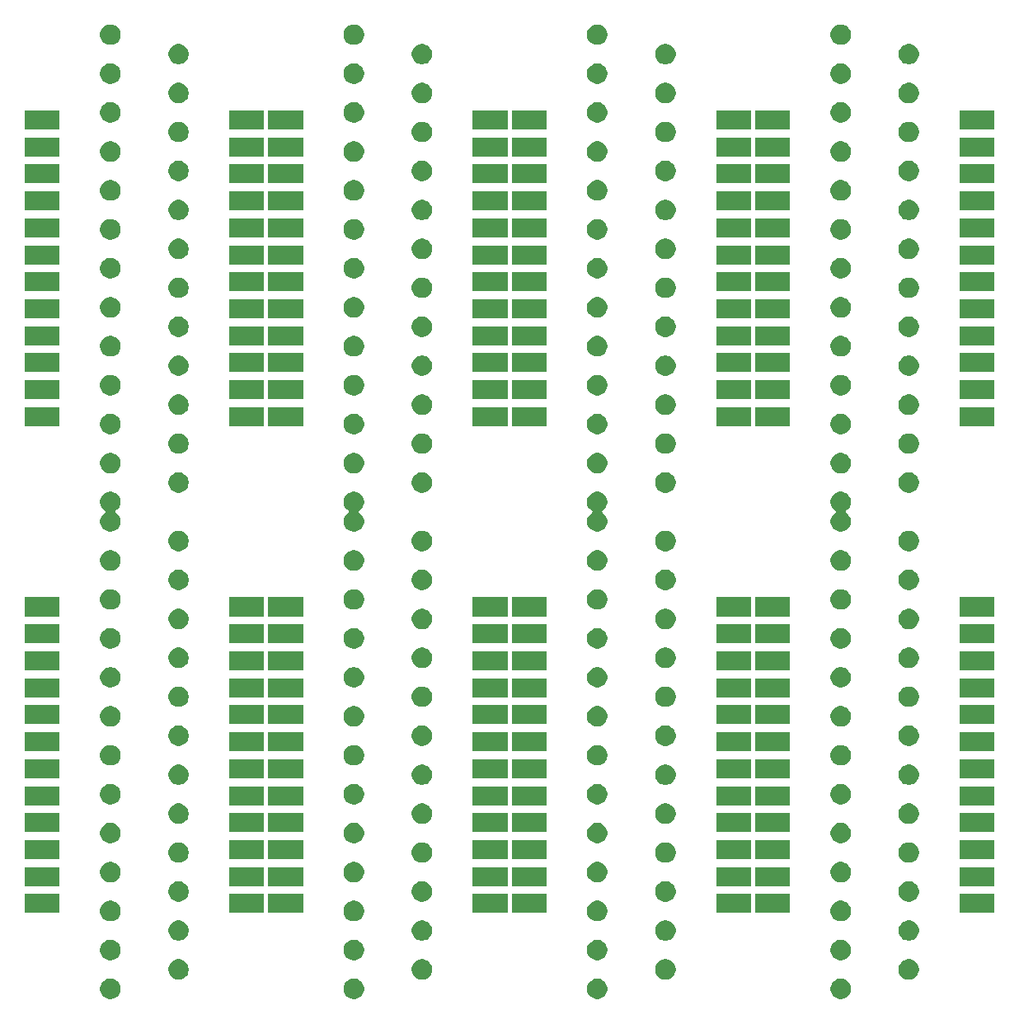
<source format=gbs>
G04 #@! TF.GenerationSoftware,KiCad,Pcbnew,(5.1.5)-3*
G04 #@! TF.CreationDate,2021-03-24T18:55:27+09:00*
G04 #@! TF.ProjectId,DSub25TestPoint(2x4),44537562-3235-4546-9573-74506f696e74,rev?*
G04 #@! TF.SameCoordinates,Original*
G04 #@! TF.FileFunction,Soldermask,Bot*
G04 #@! TF.FilePolarity,Negative*
%FSLAX46Y46*%
G04 Gerber Fmt 4.6, Leading zero omitted, Abs format (unit mm)*
G04 Created by KiCad (PCBNEW (5.1.5)-3) date 2021-03-24 18:55:27*
%MOMM*%
%LPD*%
G04 APERTURE LIST*
%ADD10C,0.100000*%
G04 APERTURE END LIST*
D10*
G36*
X64306564Y-127989389D02*
G01*
X64497833Y-128068615D01*
X64497835Y-128068616D01*
X64669973Y-128183635D01*
X64816365Y-128330027D01*
X64931385Y-128502167D01*
X65010611Y-128693436D01*
X65051000Y-128896484D01*
X65051000Y-129103516D01*
X65010611Y-129306564D01*
X64931385Y-129497833D01*
X64931384Y-129497835D01*
X64816365Y-129669973D01*
X64669973Y-129816365D01*
X64497835Y-129931384D01*
X64497834Y-129931385D01*
X64497833Y-129931385D01*
X64306564Y-130010611D01*
X64103516Y-130051000D01*
X63896484Y-130051000D01*
X63693436Y-130010611D01*
X63502167Y-129931385D01*
X63502166Y-129931385D01*
X63502165Y-129931384D01*
X63330027Y-129816365D01*
X63183635Y-129669973D01*
X63068616Y-129497835D01*
X63068615Y-129497833D01*
X62989389Y-129306564D01*
X62949000Y-129103516D01*
X62949000Y-128896484D01*
X62989389Y-128693436D01*
X63068615Y-128502167D01*
X63183635Y-128330027D01*
X63330027Y-128183635D01*
X63502165Y-128068616D01*
X63502167Y-128068615D01*
X63693436Y-127989389D01*
X63896484Y-127949000D01*
X64103516Y-127949000D01*
X64306564Y-127989389D01*
G37*
G36*
X89306564Y-127989389D02*
G01*
X89497833Y-128068615D01*
X89497835Y-128068616D01*
X89669973Y-128183635D01*
X89816365Y-128330027D01*
X89931385Y-128502167D01*
X90010611Y-128693436D01*
X90051000Y-128896484D01*
X90051000Y-129103516D01*
X90010611Y-129306564D01*
X89931385Y-129497833D01*
X89931384Y-129497835D01*
X89816365Y-129669973D01*
X89669973Y-129816365D01*
X89497835Y-129931384D01*
X89497834Y-129931385D01*
X89497833Y-129931385D01*
X89306564Y-130010611D01*
X89103516Y-130051000D01*
X88896484Y-130051000D01*
X88693436Y-130010611D01*
X88502167Y-129931385D01*
X88502166Y-129931385D01*
X88502165Y-129931384D01*
X88330027Y-129816365D01*
X88183635Y-129669973D01*
X88068616Y-129497835D01*
X88068615Y-129497833D01*
X87989389Y-129306564D01*
X87949000Y-129103516D01*
X87949000Y-128896484D01*
X87989389Y-128693436D01*
X88068615Y-128502167D01*
X88183635Y-128330027D01*
X88330027Y-128183635D01*
X88502165Y-128068616D01*
X88502167Y-128068615D01*
X88693436Y-127989389D01*
X88896484Y-127949000D01*
X89103516Y-127949000D01*
X89306564Y-127989389D01*
G37*
G36*
X114306564Y-127989389D02*
G01*
X114497833Y-128068615D01*
X114497835Y-128068616D01*
X114669973Y-128183635D01*
X114816365Y-128330027D01*
X114931385Y-128502167D01*
X115010611Y-128693436D01*
X115051000Y-128896484D01*
X115051000Y-129103516D01*
X115010611Y-129306564D01*
X114931385Y-129497833D01*
X114931384Y-129497835D01*
X114816365Y-129669973D01*
X114669973Y-129816365D01*
X114497835Y-129931384D01*
X114497834Y-129931385D01*
X114497833Y-129931385D01*
X114306564Y-130010611D01*
X114103516Y-130051000D01*
X113896484Y-130051000D01*
X113693436Y-130010611D01*
X113502167Y-129931385D01*
X113502166Y-129931385D01*
X113502165Y-129931384D01*
X113330027Y-129816365D01*
X113183635Y-129669973D01*
X113068616Y-129497835D01*
X113068615Y-129497833D01*
X112989389Y-129306564D01*
X112949000Y-129103516D01*
X112949000Y-128896484D01*
X112989389Y-128693436D01*
X113068615Y-128502167D01*
X113183635Y-128330027D01*
X113330027Y-128183635D01*
X113502165Y-128068616D01*
X113502167Y-128068615D01*
X113693436Y-127989389D01*
X113896484Y-127949000D01*
X114103516Y-127949000D01*
X114306564Y-127989389D01*
G37*
G36*
X39306564Y-127989389D02*
G01*
X39497833Y-128068615D01*
X39497835Y-128068616D01*
X39669973Y-128183635D01*
X39816365Y-128330027D01*
X39931385Y-128502167D01*
X40010611Y-128693436D01*
X40051000Y-128896484D01*
X40051000Y-129103516D01*
X40010611Y-129306564D01*
X39931385Y-129497833D01*
X39931384Y-129497835D01*
X39816365Y-129669973D01*
X39669973Y-129816365D01*
X39497835Y-129931384D01*
X39497834Y-129931385D01*
X39497833Y-129931385D01*
X39306564Y-130010611D01*
X39103516Y-130051000D01*
X38896484Y-130051000D01*
X38693436Y-130010611D01*
X38502167Y-129931385D01*
X38502166Y-129931385D01*
X38502165Y-129931384D01*
X38330027Y-129816365D01*
X38183635Y-129669973D01*
X38068616Y-129497835D01*
X38068615Y-129497833D01*
X37989389Y-129306564D01*
X37949000Y-129103516D01*
X37949000Y-128896484D01*
X37989389Y-128693436D01*
X38068615Y-128502167D01*
X38183635Y-128330027D01*
X38330027Y-128183635D01*
X38502165Y-128068616D01*
X38502167Y-128068615D01*
X38693436Y-127989389D01*
X38896484Y-127949000D01*
X39103516Y-127949000D01*
X39306564Y-127989389D01*
G37*
G36*
X121306564Y-125989389D02*
G01*
X121497833Y-126068615D01*
X121497835Y-126068616D01*
X121669973Y-126183635D01*
X121816365Y-126330027D01*
X121931385Y-126502167D01*
X122010611Y-126693436D01*
X122051000Y-126896484D01*
X122051000Y-127103516D01*
X122010611Y-127306564D01*
X121931385Y-127497833D01*
X121931384Y-127497835D01*
X121816365Y-127669973D01*
X121669973Y-127816365D01*
X121497835Y-127931384D01*
X121497834Y-127931385D01*
X121497833Y-127931385D01*
X121306564Y-128010611D01*
X121103516Y-128051000D01*
X120896484Y-128051000D01*
X120693436Y-128010611D01*
X120502167Y-127931385D01*
X120502166Y-127931385D01*
X120502165Y-127931384D01*
X120330027Y-127816365D01*
X120183635Y-127669973D01*
X120068616Y-127497835D01*
X120068615Y-127497833D01*
X119989389Y-127306564D01*
X119949000Y-127103516D01*
X119949000Y-126896484D01*
X119989389Y-126693436D01*
X120068615Y-126502167D01*
X120183635Y-126330027D01*
X120330027Y-126183635D01*
X120502165Y-126068616D01*
X120502167Y-126068615D01*
X120693436Y-125989389D01*
X120896484Y-125949000D01*
X121103516Y-125949000D01*
X121306564Y-125989389D01*
G37*
G36*
X96306564Y-125989389D02*
G01*
X96497833Y-126068615D01*
X96497835Y-126068616D01*
X96669973Y-126183635D01*
X96816365Y-126330027D01*
X96931385Y-126502167D01*
X97010611Y-126693436D01*
X97051000Y-126896484D01*
X97051000Y-127103516D01*
X97010611Y-127306564D01*
X96931385Y-127497833D01*
X96931384Y-127497835D01*
X96816365Y-127669973D01*
X96669973Y-127816365D01*
X96497835Y-127931384D01*
X96497834Y-127931385D01*
X96497833Y-127931385D01*
X96306564Y-128010611D01*
X96103516Y-128051000D01*
X95896484Y-128051000D01*
X95693436Y-128010611D01*
X95502167Y-127931385D01*
X95502166Y-127931385D01*
X95502165Y-127931384D01*
X95330027Y-127816365D01*
X95183635Y-127669973D01*
X95068616Y-127497835D01*
X95068615Y-127497833D01*
X94989389Y-127306564D01*
X94949000Y-127103516D01*
X94949000Y-126896484D01*
X94989389Y-126693436D01*
X95068615Y-126502167D01*
X95183635Y-126330027D01*
X95330027Y-126183635D01*
X95502165Y-126068616D01*
X95502167Y-126068615D01*
X95693436Y-125989389D01*
X95896484Y-125949000D01*
X96103516Y-125949000D01*
X96306564Y-125989389D01*
G37*
G36*
X46306564Y-125989389D02*
G01*
X46497833Y-126068615D01*
X46497835Y-126068616D01*
X46669973Y-126183635D01*
X46816365Y-126330027D01*
X46931385Y-126502167D01*
X47010611Y-126693436D01*
X47051000Y-126896484D01*
X47051000Y-127103516D01*
X47010611Y-127306564D01*
X46931385Y-127497833D01*
X46931384Y-127497835D01*
X46816365Y-127669973D01*
X46669973Y-127816365D01*
X46497835Y-127931384D01*
X46497834Y-127931385D01*
X46497833Y-127931385D01*
X46306564Y-128010611D01*
X46103516Y-128051000D01*
X45896484Y-128051000D01*
X45693436Y-128010611D01*
X45502167Y-127931385D01*
X45502166Y-127931385D01*
X45502165Y-127931384D01*
X45330027Y-127816365D01*
X45183635Y-127669973D01*
X45068616Y-127497835D01*
X45068615Y-127497833D01*
X44989389Y-127306564D01*
X44949000Y-127103516D01*
X44949000Y-126896484D01*
X44989389Y-126693436D01*
X45068615Y-126502167D01*
X45183635Y-126330027D01*
X45330027Y-126183635D01*
X45502165Y-126068616D01*
X45502167Y-126068615D01*
X45693436Y-125989389D01*
X45896484Y-125949000D01*
X46103516Y-125949000D01*
X46306564Y-125989389D01*
G37*
G36*
X71306564Y-125989389D02*
G01*
X71497833Y-126068615D01*
X71497835Y-126068616D01*
X71669973Y-126183635D01*
X71816365Y-126330027D01*
X71931385Y-126502167D01*
X72010611Y-126693436D01*
X72051000Y-126896484D01*
X72051000Y-127103516D01*
X72010611Y-127306564D01*
X71931385Y-127497833D01*
X71931384Y-127497835D01*
X71816365Y-127669973D01*
X71669973Y-127816365D01*
X71497835Y-127931384D01*
X71497834Y-127931385D01*
X71497833Y-127931385D01*
X71306564Y-128010611D01*
X71103516Y-128051000D01*
X70896484Y-128051000D01*
X70693436Y-128010611D01*
X70502167Y-127931385D01*
X70502166Y-127931385D01*
X70502165Y-127931384D01*
X70330027Y-127816365D01*
X70183635Y-127669973D01*
X70068616Y-127497835D01*
X70068615Y-127497833D01*
X69989389Y-127306564D01*
X69949000Y-127103516D01*
X69949000Y-126896484D01*
X69989389Y-126693436D01*
X70068615Y-126502167D01*
X70183635Y-126330027D01*
X70330027Y-126183635D01*
X70502165Y-126068616D01*
X70502167Y-126068615D01*
X70693436Y-125989389D01*
X70896484Y-125949000D01*
X71103516Y-125949000D01*
X71306564Y-125989389D01*
G37*
G36*
X64306564Y-123989389D02*
G01*
X64497833Y-124068615D01*
X64497835Y-124068616D01*
X64669973Y-124183635D01*
X64816365Y-124330027D01*
X64931385Y-124502167D01*
X65010611Y-124693436D01*
X65051000Y-124896484D01*
X65051000Y-125103516D01*
X65010611Y-125306564D01*
X64931385Y-125497833D01*
X64931384Y-125497835D01*
X64816365Y-125669973D01*
X64669973Y-125816365D01*
X64497835Y-125931384D01*
X64497834Y-125931385D01*
X64497833Y-125931385D01*
X64306564Y-126010611D01*
X64103516Y-126051000D01*
X63896484Y-126051000D01*
X63693436Y-126010611D01*
X63502167Y-125931385D01*
X63502166Y-125931385D01*
X63502165Y-125931384D01*
X63330027Y-125816365D01*
X63183635Y-125669973D01*
X63068616Y-125497835D01*
X63068615Y-125497833D01*
X62989389Y-125306564D01*
X62949000Y-125103516D01*
X62949000Y-124896484D01*
X62989389Y-124693436D01*
X63068615Y-124502167D01*
X63183635Y-124330027D01*
X63330027Y-124183635D01*
X63502165Y-124068616D01*
X63502167Y-124068615D01*
X63693436Y-123989389D01*
X63896484Y-123949000D01*
X64103516Y-123949000D01*
X64306564Y-123989389D01*
G37*
G36*
X39306564Y-123989389D02*
G01*
X39497833Y-124068615D01*
X39497835Y-124068616D01*
X39669973Y-124183635D01*
X39816365Y-124330027D01*
X39931385Y-124502167D01*
X40010611Y-124693436D01*
X40051000Y-124896484D01*
X40051000Y-125103516D01*
X40010611Y-125306564D01*
X39931385Y-125497833D01*
X39931384Y-125497835D01*
X39816365Y-125669973D01*
X39669973Y-125816365D01*
X39497835Y-125931384D01*
X39497834Y-125931385D01*
X39497833Y-125931385D01*
X39306564Y-126010611D01*
X39103516Y-126051000D01*
X38896484Y-126051000D01*
X38693436Y-126010611D01*
X38502167Y-125931385D01*
X38502166Y-125931385D01*
X38502165Y-125931384D01*
X38330027Y-125816365D01*
X38183635Y-125669973D01*
X38068616Y-125497835D01*
X38068615Y-125497833D01*
X37989389Y-125306564D01*
X37949000Y-125103516D01*
X37949000Y-124896484D01*
X37989389Y-124693436D01*
X38068615Y-124502167D01*
X38183635Y-124330027D01*
X38330027Y-124183635D01*
X38502165Y-124068616D01*
X38502167Y-124068615D01*
X38693436Y-123989389D01*
X38896484Y-123949000D01*
X39103516Y-123949000D01*
X39306564Y-123989389D01*
G37*
G36*
X89306564Y-123989389D02*
G01*
X89497833Y-124068615D01*
X89497835Y-124068616D01*
X89669973Y-124183635D01*
X89816365Y-124330027D01*
X89931385Y-124502167D01*
X90010611Y-124693436D01*
X90051000Y-124896484D01*
X90051000Y-125103516D01*
X90010611Y-125306564D01*
X89931385Y-125497833D01*
X89931384Y-125497835D01*
X89816365Y-125669973D01*
X89669973Y-125816365D01*
X89497835Y-125931384D01*
X89497834Y-125931385D01*
X89497833Y-125931385D01*
X89306564Y-126010611D01*
X89103516Y-126051000D01*
X88896484Y-126051000D01*
X88693436Y-126010611D01*
X88502167Y-125931385D01*
X88502166Y-125931385D01*
X88502165Y-125931384D01*
X88330027Y-125816365D01*
X88183635Y-125669973D01*
X88068616Y-125497835D01*
X88068615Y-125497833D01*
X87989389Y-125306564D01*
X87949000Y-125103516D01*
X87949000Y-124896484D01*
X87989389Y-124693436D01*
X88068615Y-124502167D01*
X88183635Y-124330027D01*
X88330027Y-124183635D01*
X88502165Y-124068616D01*
X88502167Y-124068615D01*
X88693436Y-123989389D01*
X88896484Y-123949000D01*
X89103516Y-123949000D01*
X89306564Y-123989389D01*
G37*
G36*
X114306564Y-123989389D02*
G01*
X114497833Y-124068615D01*
X114497835Y-124068616D01*
X114669973Y-124183635D01*
X114816365Y-124330027D01*
X114931385Y-124502167D01*
X115010611Y-124693436D01*
X115051000Y-124896484D01*
X115051000Y-125103516D01*
X115010611Y-125306564D01*
X114931385Y-125497833D01*
X114931384Y-125497835D01*
X114816365Y-125669973D01*
X114669973Y-125816365D01*
X114497835Y-125931384D01*
X114497834Y-125931385D01*
X114497833Y-125931385D01*
X114306564Y-126010611D01*
X114103516Y-126051000D01*
X113896484Y-126051000D01*
X113693436Y-126010611D01*
X113502167Y-125931385D01*
X113502166Y-125931385D01*
X113502165Y-125931384D01*
X113330027Y-125816365D01*
X113183635Y-125669973D01*
X113068616Y-125497835D01*
X113068615Y-125497833D01*
X112989389Y-125306564D01*
X112949000Y-125103516D01*
X112949000Y-124896484D01*
X112989389Y-124693436D01*
X113068615Y-124502167D01*
X113183635Y-124330027D01*
X113330027Y-124183635D01*
X113502165Y-124068616D01*
X113502167Y-124068615D01*
X113693436Y-123989389D01*
X113896484Y-123949000D01*
X114103516Y-123949000D01*
X114306564Y-123989389D01*
G37*
G36*
X71306564Y-121989389D02*
G01*
X71497833Y-122068615D01*
X71497835Y-122068616D01*
X71669973Y-122183635D01*
X71816365Y-122330027D01*
X71931385Y-122502167D01*
X72010611Y-122693436D01*
X72051000Y-122896484D01*
X72051000Y-123103516D01*
X72010611Y-123306564D01*
X71931385Y-123497833D01*
X71931384Y-123497835D01*
X71816365Y-123669973D01*
X71669973Y-123816365D01*
X71497835Y-123931384D01*
X71497834Y-123931385D01*
X71497833Y-123931385D01*
X71306564Y-124010611D01*
X71103516Y-124051000D01*
X70896484Y-124051000D01*
X70693436Y-124010611D01*
X70502167Y-123931385D01*
X70502166Y-123931385D01*
X70502165Y-123931384D01*
X70330027Y-123816365D01*
X70183635Y-123669973D01*
X70068616Y-123497835D01*
X70068615Y-123497833D01*
X69989389Y-123306564D01*
X69949000Y-123103516D01*
X69949000Y-122896484D01*
X69989389Y-122693436D01*
X70068615Y-122502167D01*
X70183635Y-122330027D01*
X70330027Y-122183635D01*
X70502165Y-122068616D01*
X70502167Y-122068615D01*
X70693436Y-121989389D01*
X70896484Y-121949000D01*
X71103516Y-121949000D01*
X71306564Y-121989389D01*
G37*
G36*
X96306564Y-121989389D02*
G01*
X96497833Y-122068615D01*
X96497835Y-122068616D01*
X96669973Y-122183635D01*
X96816365Y-122330027D01*
X96931385Y-122502167D01*
X97010611Y-122693436D01*
X97051000Y-122896484D01*
X97051000Y-123103516D01*
X97010611Y-123306564D01*
X96931385Y-123497833D01*
X96931384Y-123497835D01*
X96816365Y-123669973D01*
X96669973Y-123816365D01*
X96497835Y-123931384D01*
X96497834Y-123931385D01*
X96497833Y-123931385D01*
X96306564Y-124010611D01*
X96103516Y-124051000D01*
X95896484Y-124051000D01*
X95693436Y-124010611D01*
X95502167Y-123931385D01*
X95502166Y-123931385D01*
X95502165Y-123931384D01*
X95330027Y-123816365D01*
X95183635Y-123669973D01*
X95068616Y-123497835D01*
X95068615Y-123497833D01*
X94989389Y-123306564D01*
X94949000Y-123103516D01*
X94949000Y-122896484D01*
X94989389Y-122693436D01*
X95068615Y-122502167D01*
X95183635Y-122330027D01*
X95330027Y-122183635D01*
X95502165Y-122068616D01*
X95502167Y-122068615D01*
X95693436Y-121989389D01*
X95896484Y-121949000D01*
X96103516Y-121949000D01*
X96306564Y-121989389D01*
G37*
G36*
X46306564Y-121989389D02*
G01*
X46497833Y-122068615D01*
X46497835Y-122068616D01*
X46669973Y-122183635D01*
X46816365Y-122330027D01*
X46931385Y-122502167D01*
X47010611Y-122693436D01*
X47051000Y-122896484D01*
X47051000Y-123103516D01*
X47010611Y-123306564D01*
X46931385Y-123497833D01*
X46931384Y-123497835D01*
X46816365Y-123669973D01*
X46669973Y-123816365D01*
X46497835Y-123931384D01*
X46497834Y-123931385D01*
X46497833Y-123931385D01*
X46306564Y-124010611D01*
X46103516Y-124051000D01*
X45896484Y-124051000D01*
X45693436Y-124010611D01*
X45502167Y-123931385D01*
X45502166Y-123931385D01*
X45502165Y-123931384D01*
X45330027Y-123816365D01*
X45183635Y-123669973D01*
X45068616Y-123497835D01*
X45068615Y-123497833D01*
X44989389Y-123306564D01*
X44949000Y-123103516D01*
X44949000Y-122896484D01*
X44989389Y-122693436D01*
X45068615Y-122502167D01*
X45183635Y-122330027D01*
X45330027Y-122183635D01*
X45502165Y-122068616D01*
X45502167Y-122068615D01*
X45693436Y-121989389D01*
X45896484Y-121949000D01*
X46103516Y-121949000D01*
X46306564Y-121989389D01*
G37*
G36*
X121306564Y-121989389D02*
G01*
X121497833Y-122068615D01*
X121497835Y-122068616D01*
X121669973Y-122183635D01*
X121816365Y-122330027D01*
X121931385Y-122502167D01*
X122010611Y-122693436D01*
X122051000Y-122896484D01*
X122051000Y-123103516D01*
X122010611Y-123306564D01*
X121931385Y-123497833D01*
X121931384Y-123497835D01*
X121816365Y-123669973D01*
X121669973Y-123816365D01*
X121497835Y-123931384D01*
X121497834Y-123931385D01*
X121497833Y-123931385D01*
X121306564Y-124010611D01*
X121103516Y-124051000D01*
X120896484Y-124051000D01*
X120693436Y-124010611D01*
X120502167Y-123931385D01*
X120502166Y-123931385D01*
X120502165Y-123931384D01*
X120330027Y-123816365D01*
X120183635Y-123669973D01*
X120068616Y-123497835D01*
X120068615Y-123497833D01*
X119989389Y-123306564D01*
X119949000Y-123103516D01*
X119949000Y-122896484D01*
X119989389Y-122693436D01*
X120068615Y-122502167D01*
X120183635Y-122330027D01*
X120330027Y-122183635D01*
X120502165Y-122068616D01*
X120502167Y-122068615D01*
X120693436Y-121989389D01*
X120896484Y-121949000D01*
X121103516Y-121949000D01*
X121306564Y-121989389D01*
G37*
G36*
X89306564Y-119989389D02*
G01*
X89497833Y-120068615D01*
X89497835Y-120068616D01*
X89669973Y-120183635D01*
X89816365Y-120330027D01*
X89931385Y-120502167D01*
X90010611Y-120693436D01*
X90051000Y-120896484D01*
X90051000Y-121103516D01*
X90010611Y-121306564D01*
X89931385Y-121497833D01*
X89931384Y-121497835D01*
X89816365Y-121669973D01*
X89669973Y-121816365D01*
X89497835Y-121931384D01*
X89497834Y-121931385D01*
X89497833Y-121931385D01*
X89306564Y-122010611D01*
X89103516Y-122051000D01*
X88896484Y-122051000D01*
X88693436Y-122010611D01*
X88502167Y-121931385D01*
X88502166Y-121931385D01*
X88502165Y-121931384D01*
X88330027Y-121816365D01*
X88183635Y-121669973D01*
X88068616Y-121497835D01*
X88068615Y-121497833D01*
X87989389Y-121306564D01*
X87949000Y-121103516D01*
X87949000Y-120896484D01*
X87989389Y-120693436D01*
X88068615Y-120502167D01*
X88183635Y-120330027D01*
X88330027Y-120183635D01*
X88502165Y-120068616D01*
X88502167Y-120068615D01*
X88693436Y-119989389D01*
X88896484Y-119949000D01*
X89103516Y-119949000D01*
X89306564Y-119989389D01*
G37*
G36*
X39306564Y-119989389D02*
G01*
X39497833Y-120068615D01*
X39497835Y-120068616D01*
X39669973Y-120183635D01*
X39816365Y-120330027D01*
X39931385Y-120502167D01*
X40010611Y-120693436D01*
X40051000Y-120896484D01*
X40051000Y-121103516D01*
X40010611Y-121306564D01*
X39931385Y-121497833D01*
X39931384Y-121497835D01*
X39816365Y-121669973D01*
X39669973Y-121816365D01*
X39497835Y-121931384D01*
X39497834Y-121931385D01*
X39497833Y-121931385D01*
X39306564Y-122010611D01*
X39103516Y-122051000D01*
X38896484Y-122051000D01*
X38693436Y-122010611D01*
X38502167Y-121931385D01*
X38502166Y-121931385D01*
X38502165Y-121931384D01*
X38330027Y-121816365D01*
X38183635Y-121669973D01*
X38068616Y-121497835D01*
X38068615Y-121497833D01*
X37989389Y-121306564D01*
X37949000Y-121103516D01*
X37949000Y-120896484D01*
X37989389Y-120693436D01*
X38068615Y-120502167D01*
X38183635Y-120330027D01*
X38330027Y-120183635D01*
X38502165Y-120068616D01*
X38502167Y-120068615D01*
X38693436Y-119989389D01*
X38896484Y-119949000D01*
X39103516Y-119949000D01*
X39306564Y-119989389D01*
G37*
G36*
X114306564Y-119989389D02*
G01*
X114497833Y-120068615D01*
X114497835Y-120068616D01*
X114669973Y-120183635D01*
X114816365Y-120330027D01*
X114931385Y-120502167D01*
X115010611Y-120693436D01*
X115051000Y-120896484D01*
X115051000Y-121103516D01*
X115010611Y-121306564D01*
X114931385Y-121497833D01*
X114931384Y-121497835D01*
X114816365Y-121669973D01*
X114669973Y-121816365D01*
X114497835Y-121931384D01*
X114497834Y-121931385D01*
X114497833Y-121931385D01*
X114306564Y-122010611D01*
X114103516Y-122051000D01*
X113896484Y-122051000D01*
X113693436Y-122010611D01*
X113502167Y-121931385D01*
X113502166Y-121931385D01*
X113502165Y-121931384D01*
X113330027Y-121816365D01*
X113183635Y-121669973D01*
X113068616Y-121497835D01*
X113068615Y-121497833D01*
X112989389Y-121306564D01*
X112949000Y-121103516D01*
X112949000Y-120896484D01*
X112989389Y-120693436D01*
X113068615Y-120502167D01*
X113183635Y-120330027D01*
X113330027Y-120183635D01*
X113502165Y-120068616D01*
X113502167Y-120068615D01*
X113693436Y-119989389D01*
X113896484Y-119949000D01*
X114103516Y-119949000D01*
X114306564Y-119989389D01*
G37*
G36*
X64306564Y-119989389D02*
G01*
X64497833Y-120068615D01*
X64497835Y-120068616D01*
X64669973Y-120183635D01*
X64816365Y-120330027D01*
X64931385Y-120502167D01*
X65010611Y-120693436D01*
X65051000Y-120896484D01*
X65051000Y-121103516D01*
X65010611Y-121306564D01*
X64931385Y-121497833D01*
X64931384Y-121497835D01*
X64816365Y-121669973D01*
X64669973Y-121816365D01*
X64497835Y-121931384D01*
X64497834Y-121931385D01*
X64497833Y-121931385D01*
X64306564Y-122010611D01*
X64103516Y-122051000D01*
X63896484Y-122051000D01*
X63693436Y-122010611D01*
X63502167Y-121931385D01*
X63502166Y-121931385D01*
X63502165Y-121931384D01*
X63330027Y-121816365D01*
X63183635Y-121669973D01*
X63068616Y-121497835D01*
X63068615Y-121497833D01*
X62989389Y-121306564D01*
X62949000Y-121103516D01*
X62949000Y-120896484D01*
X62989389Y-120693436D01*
X63068615Y-120502167D01*
X63183635Y-120330027D01*
X63330027Y-120183635D01*
X63502165Y-120068616D01*
X63502167Y-120068615D01*
X63693436Y-119989389D01*
X63896484Y-119949000D01*
X64103516Y-119949000D01*
X64306564Y-119989389D01*
G37*
G36*
X54791000Y-121209333D02*
G01*
X51209000Y-121209333D01*
X51209000Y-119260667D01*
X54791000Y-119260667D01*
X54791000Y-121209333D01*
G37*
G36*
X33791000Y-121209333D02*
G01*
X30209000Y-121209333D01*
X30209000Y-119260667D01*
X33791000Y-119260667D01*
X33791000Y-121209333D01*
G37*
G36*
X79791000Y-121209333D02*
G01*
X76209000Y-121209333D01*
X76209000Y-119260667D01*
X79791000Y-119260667D01*
X79791000Y-121209333D01*
G37*
G36*
X58791000Y-121209333D02*
G01*
X55209000Y-121209333D01*
X55209000Y-119260667D01*
X58791000Y-119260667D01*
X58791000Y-121209333D01*
G37*
G36*
X83791000Y-121209333D02*
G01*
X80209000Y-121209333D01*
X80209000Y-119260667D01*
X83791000Y-119260667D01*
X83791000Y-121209333D01*
G37*
G36*
X108791000Y-121209333D02*
G01*
X105209000Y-121209333D01*
X105209000Y-119260667D01*
X108791000Y-119260667D01*
X108791000Y-121209333D01*
G37*
G36*
X104791000Y-121209333D02*
G01*
X101209000Y-121209333D01*
X101209000Y-119260667D01*
X104791000Y-119260667D01*
X104791000Y-121209333D01*
G37*
G36*
X129791000Y-121209333D02*
G01*
X126209000Y-121209333D01*
X126209000Y-119260667D01*
X129791000Y-119260667D01*
X129791000Y-121209333D01*
G37*
G36*
X96306564Y-117989389D02*
G01*
X96497833Y-118068615D01*
X96497835Y-118068616D01*
X96669973Y-118183635D01*
X96816365Y-118330027D01*
X96931385Y-118502167D01*
X97010611Y-118693436D01*
X97051000Y-118896484D01*
X97051000Y-119103516D01*
X97010611Y-119306564D01*
X96931385Y-119497833D01*
X96931384Y-119497835D01*
X96816365Y-119669973D01*
X96669973Y-119816365D01*
X96497835Y-119931384D01*
X96497834Y-119931385D01*
X96497833Y-119931385D01*
X96306564Y-120010611D01*
X96103516Y-120051000D01*
X95896484Y-120051000D01*
X95693436Y-120010611D01*
X95502167Y-119931385D01*
X95502166Y-119931385D01*
X95502165Y-119931384D01*
X95330027Y-119816365D01*
X95183635Y-119669973D01*
X95068616Y-119497835D01*
X95068615Y-119497833D01*
X94989389Y-119306564D01*
X94949000Y-119103516D01*
X94949000Y-118896484D01*
X94989389Y-118693436D01*
X95068615Y-118502167D01*
X95183635Y-118330027D01*
X95330027Y-118183635D01*
X95502165Y-118068616D01*
X95502167Y-118068615D01*
X95693436Y-117989389D01*
X95896484Y-117949000D01*
X96103516Y-117949000D01*
X96306564Y-117989389D01*
G37*
G36*
X121306564Y-117989389D02*
G01*
X121497833Y-118068615D01*
X121497835Y-118068616D01*
X121669973Y-118183635D01*
X121816365Y-118330027D01*
X121931385Y-118502167D01*
X122010611Y-118693436D01*
X122051000Y-118896484D01*
X122051000Y-119103516D01*
X122010611Y-119306564D01*
X121931385Y-119497833D01*
X121931384Y-119497835D01*
X121816365Y-119669973D01*
X121669973Y-119816365D01*
X121497835Y-119931384D01*
X121497834Y-119931385D01*
X121497833Y-119931385D01*
X121306564Y-120010611D01*
X121103516Y-120051000D01*
X120896484Y-120051000D01*
X120693436Y-120010611D01*
X120502167Y-119931385D01*
X120502166Y-119931385D01*
X120502165Y-119931384D01*
X120330027Y-119816365D01*
X120183635Y-119669973D01*
X120068616Y-119497835D01*
X120068615Y-119497833D01*
X119989389Y-119306564D01*
X119949000Y-119103516D01*
X119949000Y-118896484D01*
X119989389Y-118693436D01*
X120068615Y-118502167D01*
X120183635Y-118330027D01*
X120330027Y-118183635D01*
X120502165Y-118068616D01*
X120502167Y-118068615D01*
X120693436Y-117989389D01*
X120896484Y-117949000D01*
X121103516Y-117949000D01*
X121306564Y-117989389D01*
G37*
G36*
X71306564Y-117989389D02*
G01*
X71497833Y-118068615D01*
X71497835Y-118068616D01*
X71669973Y-118183635D01*
X71816365Y-118330027D01*
X71931385Y-118502167D01*
X72010611Y-118693436D01*
X72051000Y-118896484D01*
X72051000Y-119103516D01*
X72010611Y-119306564D01*
X71931385Y-119497833D01*
X71931384Y-119497835D01*
X71816365Y-119669973D01*
X71669973Y-119816365D01*
X71497835Y-119931384D01*
X71497834Y-119931385D01*
X71497833Y-119931385D01*
X71306564Y-120010611D01*
X71103516Y-120051000D01*
X70896484Y-120051000D01*
X70693436Y-120010611D01*
X70502167Y-119931385D01*
X70502166Y-119931385D01*
X70502165Y-119931384D01*
X70330027Y-119816365D01*
X70183635Y-119669973D01*
X70068616Y-119497835D01*
X70068615Y-119497833D01*
X69989389Y-119306564D01*
X69949000Y-119103516D01*
X69949000Y-118896484D01*
X69989389Y-118693436D01*
X70068615Y-118502167D01*
X70183635Y-118330027D01*
X70330027Y-118183635D01*
X70502165Y-118068616D01*
X70502167Y-118068615D01*
X70693436Y-117989389D01*
X70896484Y-117949000D01*
X71103516Y-117949000D01*
X71306564Y-117989389D01*
G37*
G36*
X46306564Y-117989389D02*
G01*
X46497833Y-118068615D01*
X46497835Y-118068616D01*
X46669973Y-118183635D01*
X46816365Y-118330027D01*
X46931385Y-118502167D01*
X47010611Y-118693436D01*
X47051000Y-118896484D01*
X47051000Y-119103516D01*
X47010611Y-119306564D01*
X46931385Y-119497833D01*
X46931384Y-119497835D01*
X46816365Y-119669973D01*
X46669973Y-119816365D01*
X46497835Y-119931384D01*
X46497834Y-119931385D01*
X46497833Y-119931385D01*
X46306564Y-120010611D01*
X46103516Y-120051000D01*
X45896484Y-120051000D01*
X45693436Y-120010611D01*
X45502167Y-119931385D01*
X45502166Y-119931385D01*
X45502165Y-119931384D01*
X45330027Y-119816365D01*
X45183635Y-119669973D01*
X45068616Y-119497835D01*
X45068615Y-119497833D01*
X44989389Y-119306564D01*
X44949000Y-119103516D01*
X44949000Y-118896484D01*
X44989389Y-118693436D01*
X45068615Y-118502167D01*
X45183635Y-118330027D01*
X45330027Y-118183635D01*
X45502165Y-118068616D01*
X45502167Y-118068615D01*
X45693436Y-117989389D01*
X45896484Y-117949000D01*
X46103516Y-117949000D01*
X46306564Y-117989389D01*
G37*
G36*
X104791000Y-118439333D02*
G01*
X101209000Y-118439333D01*
X101209000Y-116490667D01*
X104791000Y-116490667D01*
X104791000Y-118439333D01*
G37*
G36*
X33791000Y-118439333D02*
G01*
X30209000Y-118439333D01*
X30209000Y-116490667D01*
X33791000Y-116490667D01*
X33791000Y-118439333D01*
G37*
G36*
X54791000Y-118439333D02*
G01*
X51209000Y-118439333D01*
X51209000Y-116490667D01*
X54791000Y-116490667D01*
X54791000Y-118439333D01*
G37*
G36*
X79791000Y-118439333D02*
G01*
X76209000Y-118439333D01*
X76209000Y-116490667D01*
X79791000Y-116490667D01*
X79791000Y-118439333D01*
G37*
G36*
X58791000Y-118439333D02*
G01*
X55209000Y-118439333D01*
X55209000Y-116490667D01*
X58791000Y-116490667D01*
X58791000Y-118439333D01*
G37*
G36*
X83791000Y-118439333D02*
G01*
X80209000Y-118439333D01*
X80209000Y-116490667D01*
X83791000Y-116490667D01*
X83791000Y-118439333D01*
G37*
G36*
X108791000Y-118439333D02*
G01*
X105209000Y-118439333D01*
X105209000Y-116490667D01*
X108791000Y-116490667D01*
X108791000Y-118439333D01*
G37*
G36*
X129791000Y-118439333D02*
G01*
X126209000Y-118439333D01*
X126209000Y-116490667D01*
X129791000Y-116490667D01*
X129791000Y-118439333D01*
G37*
G36*
X39306564Y-115989389D02*
G01*
X39497833Y-116068615D01*
X39497835Y-116068616D01*
X39669973Y-116183635D01*
X39816365Y-116330027D01*
X39931385Y-116502167D01*
X40010611Y-116693436D01*
X40051000Y-116896484D01*
X40051000Y-117103516D01*
X40010611Y-117306564D01*
X39931385Y-117497833D01*
X39931384Y-117497835D01*
X39816365Y-117669973D01*
X39669973Y-117816365D01*
X39497835Y-117931384D01*
X39497834Y-117931385D01*
X39497833Y-117931385D01*
X39306564Y-118010611D01*
X39103516Y-118051000D01*
X38896484Y-118051000D01*
X38693436Y-118010611D01*
X38502167Y-117931385D01*
X38502166Y-117931385D01*
X38502165Y-117931384D01*
X38330027Y-117816365D01*
X38183635Y-117669973D01*
X38068616Y-117497835D01*
X38068615Y-117497833D01*
X37989389Y-117306564D01*
X37949000Y-117103516D01*
X37949000Y-116896484D01*
X37989389Y-116693436D01*
X38068615Y-116502167D01*
X38183635Y-116330027D01*
X38330027Y-116183635D01*
X38502165Y-116068616D01*
X38502167Y-116068615D01*
X38693436Y-115989389D01*
X38896484Y-115949000D01*
X39103516Y-115949000D01*
X39306564Y-115989389D01*
G37*
G36*
X114306564Y-115989389D02*
G01*
X114497833Y-116068615D01*
X114497835Y-116068616D01*
X114669973Y-116183635D01*
X114816365Y-116330027D01*
X114931385Y-116502167D01*
X115010611Y-116693436D01*
X115051000Y-116896484D01*
X115051000Y-117103516D01*
X115010611Y-117306564D01*
X114931385Y-117497833D01*
X114931384Y-117497835D01*
X114816365Y-117669973D01*
X114669973Y-117816365D01*
X114497835Y-117931384D01*
X114497834Y-117931385D01*
X114497833Y-117931385D01*
X114306564Y-118010611D01*
X114103516Y-118051000D01*
X113896484Y-118051000D01*
X113693436Y-118010611D01*
X113502167Y-117931385D01*
X113502166Y-117931385D01*
X113502165Y-117931384D01*
X113330027Y-117816365D01*
X113183635Y-117669973D01*
X113068616Y-117497835D01*
X113068615Y-117497833D01*
X112989389Y-117306564D01*
X112949000Y-117103516D01*
X112949000Y-116896484D01*
X112989389Y-116693436D01*
X113068615Y-116502167D01*
X113183635Y-116330027D01*
X113330027Y-116183635D01*
X113502165Y-116068616D01*
X113502167Y-116068615D01*
X113693436Y-115989389D01*
X113896484Y-115949000D01*
X114103516Y-115949000D01*
X114306564Y-115989389D01*
G37*
G36*
X64306564Y-115989389D02*
G01*
X64497833Y-116068615D01*
X64497835Y-116068616D01*
X64669973Y-116183635D01*
X64816365Y-116330027D01*
X64931385Y-116502167D01*
X65010611Y-116693436D01*
X65051000Y-116896484D01*
X65051000Y-117103516D01*
X65010611Y-117306564D01*
X64931385Y-117497833D01*
X64931384Y-117497835D01*
X64816365Y-117669973D01*
X64669973Y-117816365D01*
X64497835Y-117931384D01*
X64497834Y-117931385D01*
X64497833Y-117931385D01*
X64306564Y-118010611D01*
X64103516Y-118051000D01*
X63896484Y-118051000D01*
X63693436Y-118010611D01*
X63502167Y-117931385D01*
X63502166Y-117931385D01*
X63502165Y-117931384D01*
X63330027Y-117816365D01*
X63183635Y-117669973D01*
X63068616Y-117497835D01*
X63068615Y-117497833D01*
X62989389Y-117306564D01*
X62949000Y-117103516D01*
X62949000Y-116896484D01*
X62989389Y-116693436D01*
X63068615Y-116502167D01*
X63183635Y-116330027D01*
X63330027Y-116183635D01*
X63502165Y-116068616D01*
X63502167Y-116068615D01*
X63693436Y-115989389D01*
X63896484Y-115949000D01*
X64103516Y-115949000D01*
X64306564Y-115989389D01*
G37*
G36*
X89306564Y-115989389D02*
G01*
X89497833Y-116068615D01*
X89497835Y-116068616D01*
X89669973Y-116183635D01*
X89816365Y-116330027D01*
X89931385Y-116502167D01*
X90010611Y-116693436D01*
X90051000Y-116896484D01*
X90051000Y-117103516D01*
X90010611Y-117306564D01*
X89931385Y-117497833D01*
X89931384Y-117497835D01*
X89816365Y-117669973D01*
X89669973Y-117816365D01*
X89497835Y-117931384D01*
X89497834Y-117931385D01*
X89497833Y-117931385D01*
X89306564Y-118010611D01*
X89103516Y-118051000D01*
X88896484Y-118051000D01*
X88693436Y-118010611D01*
X88502167Y-117931385D01*
X88502166Y-117931385D01*
X88502165Y-117931384D01*
X88330027Y-117816365D01*
X88183635Y-117669973D01*
X88068616Y-117497835D01*
X88068615Y-117497833D01*
X87989389Y-117306564D01*
X87949000Y-117103516D01*
X87949000Y-116896484D01*
X87989389Y-116693436D01*
X88068615Y-116502167D01*
X88183635Y-116330027D01*
X88330027Y-116183635D01*
X88502165Y-116068616D01*
X88502167Y-116068615D01*
X88693436Y-115989389D01*
X88896484Y-115949000D01*
X89103516Y-115949000D01*
X89306564Y-115989389D01*
G37*
G36*
X121306564Y-113989389D02*
G01*
X121497833Y-114068615D01*
X121497835Y-114068616D01*
X121669973Y-114183635D01*
X121816365Y-114330027D01*
X121931385Y-114502167D01*
X122010611Y-114693436D01*
X122051000Y-114896484D01*
X122051000Y-115103516D01*
X122010611Y-115306564D01*
X121931385Y-115497833D01*
X121931384Y-115497835D01*
X121816365Y-115669973D01*
X121669973Y-115816365D01*
X121497835Y-115931384D01*
X121497834Y-115931385D01*
X121497833Y-115931385D01*
X121306564Y-116010611D01*
X121103516Y-116051000D01*
X120896484Y-116051000D01*
X120693436Y-116010611D01*
X120502167Y-115931385D01*
X120502166Y-115931385D01*
X120502165Y-115931384D01*
X120330027Y-115816365D01*
X120183635Y-115669973D01*
X120068616Y-115497835D01*
X120068615Y-115497833D01*
X119989389Y-115306564D01*
X119949000Y-115103516D01*
X119949000Y-114896484D01*
X119989389Y-114693436D01*
X120068615Y-114502167D01*
X120183635Y-114330027D01*
X120330027Y-114183635D01*
X120502165Y-114068616D01*
X120502167Y-114068615D01*
X120693436Y-113989389D01*
X120896484Y-113949000D01*
X121103516Y-113949000D01*
X121306564Y-113989389D01*
G37*
G36*
X71306564Y-113989389D02*
G01*
X71497833Y-114068615D01*
X71497835Y-114068616D01*
X71669973Y-114183635D01*
X71816365Y-114330027D01*
X71931385Y-114502167D01*
X72010611Y-114693436D01*
X72051000Y-114896484D01*
X72051000Y-115103516D01*
X72010611Y-115306564D01*
X71931385Y-115497833D01*
X71931384Y-115497835D01*
X71816365Y-115669973D01*
X71669973Y-115816365D01*
X71497835Y-115931384D01*
X71497834Y-115931385D01*
X71497833Y-115931385D01*
X71306564Y-116010611D01*
X71103516Y-116051000D01*
X70896484Y-116051000D01*
X70693436Y-116010611D01*
X70502167Y-115931385D01*
X70502166Y-115931385D01*
X70502165Y-115931384D01*
X70330027Y-115816365D01*
X70183635Y-115669973D01*
X70068616Y-115497835D01*
X70068615Y-115497833D01*
X69989389Y-115306564D01*
X69949000Y-115103516D01*
X69949000Y-114896484D01*
X69989389Y-114693436D01*
X70068615Y-114502167D01*
X70183635Y-114330027D01*
X70330027Y-114183635D01*
X70502165Y-114068616D01*
X70502167Y-114068615D01*
X70693436Y-113989389D01*
X70896484Y-113949000D01*
X71103516Y-113949000D01*
X71306564Y-113989389D01*
G37*
G36*
X96306564Y-113989389D02*
G01*
X96497833Y-114068615D01*
X96497835Y-114068616D01*
X96669973Y-114183635D01*
X96816365Y-114330027D01*
X96931385Y-114502167D01*
X97010611Y-114693436D01*
X97051000Y-114896484D01*
X97051000Y-115103516D01*
X97010611Y-115306564D01*
X96931385Y-115497833D01*
X96931384Y-115497835D01*
X96816365Y-115669973D01*
X96669973Y-115816365D01*
X96497835Y-115931384D01*
X96497834Y-115931385D01*
X96497833Y-115931385D01*
X96306564Y-116010611D01*
X96103516Y-116051000D01*
X95896484Y-116051000D01*
X95693436Y-116010611D01*
X95502167Y-115931385D01*
X95502166Y-115931385D01*
X95502165Y-115931384D01*
X95330027Y-115816365D01*
X95183635Y-115669973D01*
X95068616Y-115497835D01*
X95068615Y-115497833D01*
X94989389Y-115306564D01*
X94949000Y-115103516D01*
X94949000Y-114896484D01*
X94989389Y-114693436D01*
X95068615Y-114502167D01*
X95183635Y-114330027D01*
X95330027Y-114183635D01*
X95502165Y-114068616D01*
X95502167Y-114068615D01*
X95693436Y-113989389D01*
X95896484Y-113949000D01*
X96103516Y-113949000D01*
X96306564Y-113989389D01*
G37*
G36*
X46306564Y-113989389D02*
G01*
X46497833Y-114068615D01*
X46497835Y-114068616D01*
X46669973Y-114183635D01*
X46816365Y-114330027D01*
X46931385Y-114502167D01*
X47010611Y-114693436D01*
X47051000Y-114896484D01*
X47051000Y-115103516D01*
X47010611Y-115306564D01*
X46931385Y-115497833D01*
X46931384Y-115497835D01*
X46816365Y-115669973D01*
X46669973Y-115816365D01*
X46497835Y-115931384D01*
X46497834Y-115931385D01*
X46497833Y-115931385D01*
X46306564Y-116010611D01*
X46103516Y-116051000D01*
X45896484Y-116051000D01*
X45693436Y-116010611D01*
X45502167Y-115931385D01*
X45502166Y-115931385D01*
X45502165Y-115931384D01*
X45330027Y-115816365D01*
X45183635Y-115669973D01*
X45068616Y-115497835D01*
X45068615Y-115497833D01*
X44989389Y-115306564D01*
X44949000Y-115103516D01*
X44949000Y-114896484D01*
X44989389Y-114693436D01*
X45068615Y-114502167D01*
X45183635Y-114330027D01*
X45330027Y-114183635D01*
X45502165Y-114068616D01*
X45502167Y-114068615D01*
X45693436Y-113989389D01*
X45896484Y-113949000D01*
X46103516Y-113949000D01*
X46306564Y-113989389D01*
G37*
G36*
X104791000Y-115669333D02*
G01*
X101209000Y-115669333D01*
X101209000Y-113720667D01*
X104791000Y-113720667D01*
X104791000Y-115669333D01*
G37*
G36*
X83791000Y-115669333D02*
G01*
X80209000Y-115669333D01*
X80209000Y-113720667D01*
X83791000Y-113720667D01*
X83791000Y-115669333D01*
G37*
G36*
X129791000Y-115669333D02*
G01*
X126209000Y-115669333D01*
X126209000Y-113720667D01*
X129791000Y-113720667D01*
X129791000Y-115669333D01*
G37*
G36*
X79791000Y-115669333D02*
G01*
X76209000Y-115669333D01*
X76209000Y-113720667D01*
X79791000Y-113720667D01*
X79791000Y-115669333D01*
G37*
G36*
X58791000Y-115669333D02*
G01*
X55209000Y-115669333D01*
X55209000Y-113720667D01*
X58791000Y-113720667D01*
X58791000Y-115669333D01*
G37*
G36*
X108791000Y-115669333D02*
G01*
X105209000Y-115669333D01*
X105209000Y-113720667D01*
X108791000Y-113720667D01*
X108791000Y-115669333D01*
G37*
G36*
X33791000Y-115669333D02*
G01*
X30209000Y-115669333D01*
X30209000Y-113720667D01*
X33791000Y-113720667D01*
X33791000Y-115669333D01*
G37*
G36*
X54791000Y-115669333D02*
G01*
X51209000Y-115669333D01*
X51209000Y-113720667D01*
X54791000Y-113720667D01*
X54791000Y-115669333D01*
G37*
G36*
X39306564Y-111989389D02*
G01*
X39497833Y-112068615D01*
X39497835Y-112068616D01*
X39669973Y-112183635D01*
X39816365Y-112330027D01*
X39931385Y-112502167D01*
X40010611Y-112693436D01*
X40051000Y-112896484D01*
X40051000Y-113103516D01*
X40010611Y-113306564D01*
X39931385Y-113497833D01*
X39931384Y-113497835D01*
X39816365Y-113669973D01*
X39669973Y-113816365D01*
X39497835Y-113931384D01*
X39497834Y-113931385D01*
X39497833Y-113931385D01*
X39306564Y-114010611D01*
X39103516Y-114051000D01*
X38896484Y-114051000D01*
X38693436Y-114010611D01*
X38502167Y-113931385D01*
X38502166Y-113931385D01*
X38502165Y-113931384D01*
X38330027Y-113816365D01*
X38183635Y-113669973D01*
X38068616Y-113497835D01*
X38068615Y-113497833D01*
X37989389Y-113306564D01*
X37949000Y-113103516D01*
X37949000Y-112896484D01*
X37989389Y-112693436D01*
X38068615Y-112502167D01*
X38183635Y-112330027D01*
X38330027Y-112183635D01*
X38502165Y-112068616D01*
X38502167Y-112068615D01*
X38693436Y-111989389D01*
X38896484Y-111949000D01*
X39103516Y-111949000D01*
X39306564Y-111989389D01*
G37*
G36*
X64306564Y-111989389D02*
G01*
X64497833Y-112068615D01*
X64497835Y-112068616D01*
X64669973Y-112183635D01*
X64816365Y-112330027D01*
X64931385Y-112502167D01*
X65010611Y-112693436D01*
X65051000Y-112896484D01*
X65051000Y-113103516D01*
X65010611Y-113306564D01*
X64931385Y-113497833D01*
X64931384Y-113497835D01*
X64816365Y-113669973D01*
X64669973Y-113816365D01*
X64497835Y-113931384D01*
X64497834Y-113931385D01*
X64497833Y-113931385D01*
X64306564Y-114010611D01*
X64103516Y-114051000D01*
X63896484Y-114051000D01*
X63693436Y-114010611D01*
X63502167Y-113931385D01*
X63502166Y-113931385D01*
X63502165Y-113931384D01*
X63330027Y-113816365D01*
X63183635Y-113669973D01*
X63068616Y-113497835D01*
X63068615Y-113497833D01*
X62989389Y-113306564D01*
X62949000Y-113103516D01*
X62949000Y-112896484D01*
X62989389Y-112693436D01*
X63068615Y-112502167D01*
X63183635Y-112330027D01*
X63330027Y-112183635D01*
X63502165Y-112068616D01*
X63502167Y-112068615D01*
X63693436Y-111989389D01*
X63896484Y-111949000D01*
X64103516Y-111949000D01*
X64306564Y-111989389D01*
G37*
G36*
X89306564Y-111989389D02*
G01*
X89497833Y-112068615D01*
X89497835Y-112068616D01*
X89669973Y-112183635D01*
X89816365Y-112330027D01*
X89931385Y-112502167D01*
X90010611Y-112693436D01*
X90051000Y-112896484D01*
X90051000Y-113103516D01*
X90010611Y-113306564D01*
X89931385Y-113497833D01*
X89931384Y-113497835D01*
X89816365Y-113669973D01*
X89669973Y-113816365D01*
X89497835Y-113931384D01*
X89497834Y-113931385D01*
X89497833Y-113931385D01*
X89306564Y-114010611D01*
X89103516Y-114051000D01*
X88896484Y-114051000D01*
X88693436Y-114010611D01*
X88502167Y-113931385D01*
X88502166Y-113931385D01*
X88502165Y-113931384D01*
X88330027Y-113816365D01*
X88183635Y-113669973D01*
X88068616Y-113497835D01*
X88068615Y-113497833D01*
X87989389Y-113306564D01*
X87949000Y-113103516D01*
X87949000Y-112896484D01*
X87989389Y-112693436D01*
X88068615Y-112502167D01*
X88183635Y-112330027D01*
X88330027Y-112183635D01*
X88502165Y-112068616D01*
X88502167Y-112068615D01*
X88693436Y-111989389D01*
X88896484Y-111949000D01*
X89103516Y-111949000D01*
X89306564Y-111989389D01*
G37*
G36*
X114306564Y-111989389D02*
G01*
X114497833Y-112068615D01*
X114497835Y-112068616D01*
X114669973Y-112183635D01*
X114816365Y-112330027D01*
X114931385Y-112502167D01*
X115010611Y-112693436D01*
X115051000Y-112896484D01*
X115051000Y-113103516D01*
X115010611Y-113306564D01*
X114931385Y-113497833D01*
X114931384Y-113497835D01*
X114816365Y-113669973D01*
X114669973Y-113816365D01*
X114497835Y-113931384D01*
X114497834Y-113931385D01*
X114497833Y-113931385D01*
X114306564Y-114010611D01*
X114103516Y-114051000D01*
X113896484Y-114051000D01*
X113693436Y-114010611D01*
X113502167Y-113931385D01*
X113502166Y-113931385D01*
X113502165Y-113931384D01*
X113330027Y-113816365D01*
X113183635Y-113669973D01*
X113068616Y-113497835D01*
X113068615Y-113497833D01*
X112989389Y-113306564D01*
X112949000Y-113103516D01*
X112949000Y-112896484D01*
X112989389Y-112693436D01*
X113068615Y-112502167D01*
X113183635Y-112330027D01*
X113330027Y-112183635D01*
X113502165Y-112068616D01*
X113502167Y-112068615D01*
X113693436Y-111989389D01*
X113896484Y-111949000D01*
X114103516Y-111949000D01*
X114306564Y-111989389D01*
G37*
G36*
X83791000Y-112899333D02*
G01*
X80209000Y-112899333D01*
X80209000Y-110950667D01*
X83791000Y-110950667D01*
X83791000Y-112899333D01*
G37*
G36*
X129791000Y-112899333D02*
G01*
X126209000Y-112899333D01*
X126209000Y-110950667D01*
X129791000Y-110950667D01*
X129791000Y-112899333D01*
G37*
G36*
X108791000Y-112899333D02*
G01*
X105209000Y-112899333D01*
X105209000Y-110950667D01*
X108791000Y-110950667D01*
X108791000Y-112899333D01*
G37*
G36*
X104791000Y-112899333D02*
G01*
X101209000Y-112899333D01*
X101209000Y-110950667D01*
X104791000Y-110950667D01*
X104791000Y-112899333D01*
G37*
G36*
X33791000Y-112899333D02*
G01*
X30209000Y-112899333D01*
X30209000Y-110950667D01*
X33791000Y-110950667D01*
X33791000Y-112899333D01*
G37*
G36*
X79791000Y-112899333D02*
G01*
X76209000Y-112899333D01*
X76209000Y-110950667D01*
X79791000Y-110950667D01*
X79791000Y-112899333D01*
G37*
G36*
X54791000Y-112899333D02*
G01*
X51209000Y-112899333D01*
X51209000Y-110950667D01*
X54791000Y-110950667D01*
X54791000Y-112899333D01*
G37*
G36*
X58791000Y-112899333D02*
G01*
X55209000Y-112899333D01*
X55209000Y-110950667D01*
X58791000Y-110950667D01*
X58791000Y-112899333D01*
G37*
G36*
X121306564Y-109989389D02*
G01*
X121497833Y-110068615D01*
X121497835Y-110068616D01*
X121588704Y-110129333D01*
X121669973Y-110183635D01*
X121816365Y-110330027D01*
X121931385Y-110502167D01*
X122010611Y-110693436D01*
X122051000Y-110896484D01*
X122051000Y-111103516D01*
X122010611Y-111306564D01*
X121931385Y-111497833D01*
X121931384Y-111497835D01*
X121816365Y-111669973D01*
X121669973Y-111816365D01*
X121497835Y-111931384D01*
X121497834Y-111931385D01*
X121497833Y-111931385D01*
X121306564Y-112010611D01*
X121103516Y-112051000D01*
X120896484Y-112051000D01*
X120693436Y-112010611D01*
X120502167Y-111931385D01*
X120502166Y-111931385D01*
X120502165Y-111931384D01*
X120330027Y-111816365D01*
X120183635Y-111669973D01*
X120068616Y-111497835D01*
X120068615Y-111497833D01*
X119989389Y-111306564D01*
X119949000Y-111103516D01*
X119949000Y-110896484D01*
X119989389Y-110693436D01*
X120068615Y-110502167D01*
X120183635Y-110330027D01*
X120330027Y-110183635D01*
X120411296Y-110129333D01*
X120502165Y-110068616D01*
X120502167Y-110068615D01*
X120693436Y-109989389D01*
X120896484Y-109949000D01*
X121103516Y-109949000D01*
X121306564Y-109989389D01*
G37*
G36*
X96306564Y-109989389D02*
G01*
X96497833Y-110068615D01*
X96497835Y-110068616D01*
X96588704Y-110129333D01*
X96669973Y-110183635D01*
X96816365Y-110330027D01*
X96931385Y-110502167D01*
X97010611Y-110693436D01*
X97051000Y-110896484D01*
X97051000Y-111103516D01*
X97010611Y-111306564D01*
X96931385Y-111497833D01*
X96931384Y-111497835D01*
X96816365Y-111669973D01*
X96669973Y-111816365D01*
X96497835Y-111931384D01*
X96497834Y-111931385D01*
X96497833Y-111931385D01*
X96306564Y-112010611D01*
X96103516Y-112051000D01*
X95896484Y-112051000D01*
X95693436Y-112010611D01*
X95502167Y-111931385D01*
X95502166Y-111931385D01*
X95502165Y-111931384D01*
X95330027Y-111816365D01*
X95183635Y-111669973D01*
X95068616Y-111497835D01*
X95068615Y-111497833D01*
X94989389Y-111306564D01*
X94949000Y-111103516D01*
X94949000Y-110896484D01*
X94989389Y-110693436D01*
X95068615Y-110502167D01*
X95183635Y-110330027D01*
X95330027Y-110183635D01*
X95411296Y-110129333D01*
X95502165Y-110068616D01*
X95502167Y-110068615D01*
X95693436Y-109989389D01*
X95896484Y-109949000D01*
X96103516Y-109949000D01*
X96306564Y-109989389D01*
G37*
G36*
X46306564Y-109989389D02*
G01*
X46497833Y-110068615D01*
X46497835Y-110068616D01*
X46588704Y-110129333D01*
X46669973Y-110183635D01*
X46816365Y-110330027D01*
X46931385Y-110502167D01*
X47010611Y-110693436D01*
X47051000Y-110896484D01*
X47051000Y-111103516D01*
X47010611Y-111306564D01*
X46931385Y-111497833D01*
X46931384Y-111497835D01*
X46816365Y-111669973D01*
X46669973Y-111816365D01*
X46497835Y-111931384D01*
X46497834Y-111931385D01*
X46497833Y-111931385D01*
X46306564Y-112010611D01*
X46103516Y-112051000D01*
X45896484Y-112051000D01*
X45693436Y-112010611D01*
X45502167Y-111931385D01*
X45502166Y-111931385D01*
X45502165Y-111931384D01*
X45330027Y-111816365D01*
X45183635Y-111669973D01*
X45068616Y-111497835D01*
X45068615Y-111497833D01*
X44989389Y-111306564D01*
X44949000Y-111103516D01*
X44949000Y-110896484D01*
X44989389Y-110693436D01*
X45068615Y-110502167D01*
X45183635Y-110330027D01*
X45330027Y-110183635D01*
X45411296Y-110129333D01*
X45502165Y-110068616D01*
X45502167Y-110068615D01*
X45693436Y-109989389D01*
X45896484Y-109949000D01*
X46103516Y-109949000D01*
X46306564Y-109989389D01*
G37*
G36*
X71306564Y-109989389D02*
G01*
X71497833Y-110068615D01*
X71497835Y-110068616D01*
X71588704Y-110129333D01*
X71669973Y-110183635D01*
X71816365Y-110330027D01*
X71931385Y-110502167D01*
X72010611Y-110693436D01*
X72051000Y-110896484D01*
X72051000Y-111103516D01*
X72010611Y-111306564D01*
X71931385Y-111497833D01*
X71931384Y-111497835D01*
X71816365Y-111669973D01*
X71669973Y-111816365D01*
X71497835Y-111931384D01*
X71497834Y-111931385D01*
X71497833Y-111931385D01*
X71306564Y-112010611D01*
X71103516Y-112051000D01*
X70896484Y-112051000D01*
X70693436Y-112010611D01*
X70502167Y-111931385D01*
X70502166Y-111931385D01*
X70502165Y-111931384D01*
X70330027Y-111816365D01*
X70183635Y-111669973D01*
X70068616Y-111497835D01*
X70068615Y-111497833D01*
X69989389Y-111306564D01*
X69949000Y-111103516D01*
X69949000Y-110896484D01*
X69989389Y-110693436D01*
X70068615Y-110502167D01*
X70183635Y-110330027D01*
X70330027Y-110183635D01*
X70411296Y-110129333D01*
X70502165Y-110068616D01*
X70502167Y-110068615D01*
X70693436Y-109989389D01*
X70896484Y-109949000D01*
X71103516Y-109949000D01*
X71306564Y-109989389D01*
G37*
G36*
X104791000Y-110129333D02*
G01*
X101209000Y-110129333D01*
X101209000Y-108180667D01*
X104791000Y-108180667D01*
X104791000Y-110129333D01*
G37*
G36*
X83791000Y-110129333D02*
G01*
X80209000Y-110129333D01*
X80209000Y-108180667D01*
X83791000Y-108180667D01*
X83791000Y-110129333D01*
G37*
G36*
X58791000Y-110129333D02*
G01*
X55209000Y-110129333D01*
X55209000Y-108180667D01*
X58791000Y-108180667D01*
X58791000Y-110129333D01*
G37*
G36*
X129791000Y-110129333D02*
G01*
X126209000Y-110129333D01*
X126209000Y-108180667D01*
X129791000Y-108180667D01*
X129791000Y-110129333D01*
G37*
G36*
X33791000Y-110129333D02*
G01*
X30209000Y-110129333D01*
X30209000Y-108180667D01*
X33791000Y-108180667D01*
X33791000Y-110129333D01*
G37*
G36*
X54791000Y-110129333D02*
G01*
X51209000Y-110129333D01*
X51209000Y-108180667D01*
X54791000Y-108180667D01*
X54791000Y-110129333D01*
G37*
G36*
X108791000Y-110129333D02*
G01*
X105209000Y-110129333D01*
X105209000Y-108180667D01*
X108791000Y-108180667D01*
X108791000Y-110129333D01*
G37*
G36*
X79791000Y-110129333D02*
G01*
X76209000Y-110129333D01*
X76209000Y-108180667D01*
X79791000Y-108180667D01*
X79791000Y-110129333D01*
G37*
G36*
X114306564Y-107989389D02*
G01*
X114497833Y-108068615D01*
X114497835Y-108068616D01*
X114665531Y-108180667D01*
X114669973Y-108183635D01*
X114816365Y-108330027D01*
X114931385Y-108502167D01*
X115010611Y-108693436D01*
X115051000Y-108896484D01*
X115051000Y-109103516D01*
X115010611Y-109306564D01*
X114931385Y-109497833D01*
X114931384Y-109497835D01*
X114816365Y-109669973D01*
X114669973Y-109816365D01*
X114497835Y-109931384D01*
X114497834Y-109931385D01*
X114497833Y-109931385D01*
X114306564Y-110010611D01*
X114103516Y-110051000D01*
X113896484Y-110051000D01*
X113693436Y-110010611D01*
X113502167Y-109931385D01*
X113502166Y-109931385D01*
X113502165Y-109931384D01*
X113330027Y-109816365D01*
X113183635Y-109669973D01*
X113068616Y-109497835D01*
X113068615Y-109497833D01*
X112989389Y-109306564D01*
X112949000Y-109103516D01*
X112949000Y-108896484D01*
X112989389Y-108693436D01*
X113068615Y-108502167D01*
X113183635Y-108330027D01*
X113330027Y-108183635D01*
X113334469Y-108180667D01*
X113502165Y-108068616D01*
X113502167Y-108068615D01*
X113693436Y-107989389D01*
X113896484Y-107949000D01*
X114103516Y-107949000D01*
X114306564Y-107989389D01*
G37*
G36*
X39306564Y-107989389D02*
G01*
X39497833Y-108068615D01*
X39497835Y-108068616D01*
X39665531Y-108180667D01*
X39669973Y-108183635D01*
X39816365Y-108330027D01*
X39931385Y-108502167D01*
X40010611Y-108693436D01*
X40051000Y-108896484D01*
X40051000Y-109103516D01*
X40010611Y-109306564D01*
X39931385Y-109497833D01*
X39931384Y-109497835D01*
X39816365Y-109669973D01*
X39669973Y-109816365D01*
X39497835Y-109931384D01*
X39497834Y-109931385D01*
X39497833Y-109931385D01*
X39306564Y-110010611D01*
X39103516Y-110051000D01*
X38896484Y-110051000D01*
X38693436Y-110010611D01*
X38502167Y-109931385D01*
X38502166Y-109931385D01*
X38502165Y-109931384D01*
X38330027Y-109816365D01*
X38183635Y-109669973D01*
X38068616Y-109497835D01*
X38068615Y-109497833D01*
X37989389Y-109306564D01*
X37949000Y-109103516D01*
X37949000Y-108896484D01*
X37989389Y-108693436D01*
X38068615Y-108502167D01*
X38183635Y-108330027D01*
X38330027Y-108183635D01*
X38334469Y-108180667D01*
X38502165Y-108068616D01*
X38502167Y-108068615D01*
X38693436Y-107989389D01*
X38896484Y-107949000D01*
X39103516Y-107949000D01*
X39306564Y-107989389D01*
G37*
G36*
X64306564Y-107989389D02*
G01*
X64497833Y-108068615D01*
X64497835Y-108068616D01*
X64665531Y-108180667D01*
X64669973Y-108183635D01*
X64816365Y-108330027D01*
X64931385Y-108502167D01*
X65010611Y-108693436D01*
X65051000Y-108896484D01*
X65051000Y-109103516D01*
X65010611Y-109306564D01*
X64931385Y-109497833D01*
X64931384Y-109497835D01*
X64816365Y-109669973D01*
X64669973Y-109816365D01*
X64497835Y-109931384D01*
X64497834Y-109931385D01*
X64497833Y-109931385D01*
X64306564Y-110010611D01*
X64103516Y-110051000D01*
X63896484Y-110051000D01*
X63693436Y-110010611D01*
X63502167Y-109931385D01*
X63502166Y-109931385D01*
X63502165Y-109931384D01*
X63330027Y-109816365D01*
X63183635Y-109669973D01*
X63068616Y-109497835D01*
X63068615Y-109497833D01*
X62989389Y-109306564D01*
X62949000Y-109103516D01*
X62949000Y-108896484D01*
X62989389Y-108693436D01*
X63068615Y-108502167D01*
X63183635Y-108330027D01*
X63330027Y-108183635D01*
X63334469Y-108180667D01*
X63502165Y-108068616D01*
X63502167Y-108068615D01*
X63693436Y-107989389D01*
X63896484Y-107949000D01*
X64103516Y-107949000D01*
X64306564Y-107989389D01*
G37*
G36*
X89306564Y-107989389D02*
G01*
X89497833Y-108068615D01*
X89497835Y-108068616D01*
X89665531Y-108180667D01*
X89669973Y-108183635D01*
X89816365Y-108330027D01*
X89931385Y-108502167D01*
X90010611Y-108693436D01*
X90051000Y-108896484D01*
X90051000Y-109103516D01*
X90010611Y-109306564D01*
X89931385Y-109497833D01*
X89931384Y-109497835D01*
X89816365Y-109669973D01*
X89669973Y-109816365D01*
X89497835Y-109931384D01*
X89497834Y-109931385D01*
X89497833Y-109931385D01*
X89306564Y-110010611D01*
X89103516Y-110051000D01*
X88896484Y-110051000D01*
X88693436Y-110010611D01*
X88502167Y-109931385D01*
X88502166Y-109931385D01*
X88502165Y-109931384D01*
X88330027Y-109816365D01*
X88183635Y-109669973D01*
X88068616Y-109497835D01*
X88068615Y-109497833D01*
X87989389Y-109306564D01*
X87949000Y-109103516D01*
X87949000Y-108896484D01*
X87989389Y-108693436D01*
X88068615Y-108502167D01*
X88183635Y-108330027D01*
X88330027Y-108183635D01*
X88334469Y-108180667D01*
X88502165Y-108068616D01*
X88502167Y-108068615D01*
X88693436Y-107989389D01*
X88896484Y-107949000D01*
X89103516Y-107949000D01*
X89306564Y-107989389D01*
G37*
G36*
X121306564Y-105989389D02*
G01*
X121497833Y-106068615D01*
X121497835Y-106068616D01*
X121669973Y-106183635D01*
X121816365Y-106330027D01*
X121931385Y-106502167D01*
X122010611Y-106693436D01*
X122051000Y-106896484D01*
X122051000Y-107103516D01*
X122010611Y-107306564D01*
X121988753Y-107359333D01*
X121931384Y-107497835D01*
X121816365Y-107669973D01*
X121669973Y-107816365D01*
X121497835Y-107931384D01*
X121497834Y-107931385D01*
X121497833Y-107931385D01*
X121306564Y-108010611D01*
X121103516Y-108051000D01*
X120896484Y-108051000D01*
X120693436Y-108010611D01*
X120502167Y-107931385D01*
X120502166Y-107931385D01*
X120502165Y-107931384D01*
X120330027Y-107816365D01*
X120183635Y-107669973D01*
X120068616Y-107497835D01*
X120011247Y-107359333D01*
X119989389Y-107306564D01*
X119949000Y-107103516D01*
X119949000Y-106896484D01*
X119989389Y-106693436D01*
X120068615Y-106502167D01*
X120183635Y-106330027D01*
X120330027Y-106183635D01*
X120502165Y-106068616D01*
X120502167Y-106068615D01*
X120693436Y-105989389D01*
X120896484Y-105949000D01*
X121103516Y-105949000D01*
X121306564Y-105989389D01*
G37*
G36*
X96306564Y-105989389D02*
G01*
X96497833Y-106068615D01*
X96497835Y-106068616D01*
X96669973Y-106183635D01*
X96816365Y-106330027D01*
X96931385Y-106502167D01*
X97010611Y-106693436D01*
X97051000Y-106896484D01*
X97051000Y-107103516D01*
X97010611Y-107306564D01*
X96988753Y-107359333D01*
X96931384Y-107497835D01*
X96816365Y-107669973D01*
X96669973Y-107816365D01*
X96497835Y-107931384D01*
X96497834Y-107931385D01*
X96497833Y-107931385D01*
X96306564Y-108010611D01*
X96103516Y-108051000D01*
X95896484Y-108051000D01*
X95693436Y-108010611D01*
X95502167Y-107931385D01*
X95502166Y-107931385D01*
X95502165Y-107931384D01*
X95330027Y-107816365D01*
X95183635Y-107669973D01*
X95068616Y-107497835D01*
X95011247Y-107359333D01*
X94989389Y-107306564D01*
X94949000Y-107103516D01*
X94949000Y-106896484D01*
X94989389Y-106693436D01*
X95068615Y-106502167D01*
X95183635Y-106330027D01*
X95330027Y-106183635D01*
X95502165Y-106068616D01*
X95502167Y-106068615D01*
X95693436Y-105989389D01*
X95896484Y-105949000D01*
X96103516Y-105949000D01*
X96306564Y-105989389D01*
G37*
G36*
X71306564Y-105989389D02*
G01*
X71497833Y-106068615D01*
X71497835Y-106068616D01*
X71669973Y-106183635D01*
X71816365Y-106330027D01*
X71931385Y-106502167D01*
X72010611Y-106693436D01*
X72051000Y-106896484D01*
X72051000Y-107103516D01*
X72010611Y-107306564D01*
X71988753Y-107359333D01*
X71931384Y-107497835D01*
X71816365Y-107669973D01*
X71669973Y-107816365D01*
X71497835Y-107931384D01*
X71497834Y-107931385D01*
X71497833Y-107931385D01*
X71306564Y-108010611D01*
X71103516Y-108051000D01*
X70896484Y-108051000D01*
X70693436Y-108010611D01*
X70502167Y-107931385D01*
X70502166Y-107931385D01*
X70502165Y-107931384D01*
X70330027Y-107816365D01*
X70183635Y-107669973D01*
X70068616Y-107497835D01*
X70011247Y-107359333D01*
X69989389Y-107306564D01*
X69949000Y-107103516D01*
X69949000Y-106896484D01*
X69989389Y-106693436D01*
X70068615Y-106502167D01*
X70183635Y-106330027D01*
X70330027Y-106183635D01*
X70502165Y-106068616D01*
X70502167Y-106068615D01*
X70693436Y-105989389D01*
X70896484Y-105949000D01*
X71103516Y-105949000D01*
X71306564Y-105989389D01*
G37*
G36*
X46306564Y-105989389D02*
G01*
X46497833Y-106068615D01*
X46497835Y-106068616D01*
X46669973Y-106183635D01*
X46816365Y-106330027D01*
X46931385Y-106502167D01*
X47010611Y-106693436D01*
X47051000Y-106896484D01*
X47051000Y-107103516D01*
X47010611Y-107306564D01*
X46988753Y-107359333D01*
X46931384Y-107497835D01*
X46816365Y-107669973D01*
X46669973Y-107816365D01*
X46497835Y-107931384D01*
X46497834Y-107931385D01*
X46497833Y-107931385D01*
X46306564Y-108010611D01*
X46103516Y-108051000D01*
X45896484Y-108051000D01*
X45693436Y-108010611D01*
X45502167Y-107931385D01*
X45502166Y-107931385D01*
X45502165Y-107931384D01*
X45330027Y-107816365D01*
X45183635Y-107669973D01*
X45068616Y-107497835D01*
X45011247Y-107359333D01*
X44989389Y-107306564D01*
X44949000Y-107103516D01*
X44949000Y-106896484D01*
X44989389Y-106693436D01*
X45068615Y-106502167D01*
X45183635Y-106330027D01*
X45330027Y-106183635D01*
X45502165Y-106068616D01*
X45502167Y-106068615D01*
X45693436Y-105989389D01*
X45896484Y-105949000D01*
X46103516Y-105949000D01*
X46306564Y-105989389D01*
G37*
G36*
X33791000Y-107359333D02*
G01*
X30209000Y-107359333D01*
X30209000Y-105410667D01*
X33791000Y-105410667D01*
X33791000Y-107359333D01*
G37*
G36*
X129791000Y-107359333D02*
G01*
X126209000Y-107359333D01*
X126209000Y-105410667D01*
X129791000Y-105410667D01*
X129791000Y-107359333D01*
G37*
G36*
X54791000Y-107359333D02*
G01*
X51209000Y-107359333D01*
X51209000Y-105410667D01*
X54791000Y-105410667D01*
X54791000Y-107359333D01*
G37*
G36*
X79791000Y-107359333D02*
G01*
X76209000Y-107359333D01*
X76209000Y-105410667D01*
X79791000Y-105410667D01*
X79791000Y-107359333D01*
G37*
G36*
X108791000Y-107359333D02*
G01*
X105209000Y-107359333D01*
X105209000Y-105410667D01*
X108791000Y-105410667D01*
X108791000Y-107359333D01*
G37*
G36*
X58791000Y-107359333D02*
G01*
X55209000Y-107359333D01*
X55209000Y-105410667D01*
X58791000Y-105410667D01*
X58791000Y-107359333D01*
G37*
G36*
X104791000Y-107359333D02*
G01*
X101209000Y-107359333D01*
X101209000Y-105410667D01*
X104791000Y-105410667D01*
X104791000Y-107359333D01*
G37*
G36*
X83791000Y-107359333D02*
G01*
X80209000Y-107359333D01*
X80209000Y-105410667D01*
X83791000Y-105410667D01*
X83791000Y-107359333D01*
G37*
G36*
X39306564Y-103989389D02*
G01*
X39497833Y-104068615D01*
X39497835Y-104068616D01*
X39669973Y-104183635D01*
X39816365Y-104330027D01*
X39931385Y-104502167D01*
X40010611Y-104693436D01*
X40051000Y-104896484D01*
X40051000Y-105103516D01*
X40010611Y-105306564D01*
X39967490Y-105410667D01*
X39931384Y-105497835D01*
X39816365Y-105669973D01*
X39669973Y-105816365D01*
X39497835Y-105931384D01*
X39497834Y-105931385D01*
X39497833Y-105931385D01*
X39306564Y-106010611D01*
X39103516Y-106051000D01*
X38896484Y-106051000D01*
X38693436Y-106010611D01*
X38502167Y-105931385D01*
X38502166Y-105931385D01*
X38502165Y-105931384D01*
X38330027Y-105816365D01*
X38183635Y-105669973D01*
X38068616Y-105497835D01*
X38032510Y-105410667D01*
X37989389Y-105306564D01*
X37949000Y-105103516D01*
X37949000Y-104896484D01*
X37989389Y-104693436D01*
X38068615Y-104502167D01*
X38183635Y-104330027D01*
X38330027Y-104183635D01*
X38502165Y-104068616D01*
X38502167Y-104068615D01*
X38693436Y-103989389D01*
X38896484Y-103949000D01*
X39103516Y-103949000D01*
X39306564Y-103989389D01*
G37*
G36*
X64306564Y-103989389D02*
G01*
X64497833Y-104068615D01*
X64497835Y-104068616D01*
X64669973Y-104183635D01*
X64816365Y-104330027D01*
X64931385Y-104502167D01*
X65010611Y-104693436D01*
X65051000Y-104896484D01*
X65051000Y-105103516D01*
X65010611Y-105306564D01*
X64967490Y-105410667D01*
X64931384Y-105497835D01*
X64816365Y-105669973D01*
X64669973Y-105816365D01*
X64497835Y-105931384D01*
X64497834Y-105931385D01*
X64497833Y-105931385D01*
X64306564Y-106010611D01*
X64103516Y-106051000D01*
X63896484Y-106051000D01*
X63693436Y-106010611D01*
X63502167Y-105931385D01*
X63502166Y-105931385D01*
X63502165Y-105931384D01*
X63330027Y-105816365D01*
X63183635Y-105669973D01*
X63068616Y-105497835D01*
X63032510Y-105410667D01*
X62989389Y-105306564D01*
X62949000Y-105103516D01*
X62949000Y-104896484D01*
X62989389Y-104693436D01*
X63068615Y-104502167D01*
X63183635Y-104330027D01*
X63330027Y-104183635D01*
X63502165Y-104068616D01*
X63502167Y-104068615D01*
X63693436Y-103989389D01*
X63896484Y-103949000D01*
X64103516Y-103949000D01*
X64306564Y-103989389D01*
G37*
G36*
X114306564Y-103989389D02*
G01*
X114497833Y-104068615D01*
X114497835Y-104068616D01*
X114669973Y-104183635D01*
X114816365Y-104330027D01*
X114931385Y-104502167D01*
X115010611Y-104693436D01*
X115051000Y-104896484D01*
X115051000Y-105103516D01*
X115010611Y-105306564D01*
X114967490Y-105410667D01*
X114931384Y-105497835D01*
X114816365Y-105669973D01*
X114669973Y-105816365D01*
X114497835Y-105931384D01*
X114497834Y-105931385D01*
X114497833Y-105931385D01*
X114306564Y-106010611D01*
X114103516Y-106051000D01*
X113896484Y-106051000D01*
X113693436Y-106010611D01*
X113502167Y-105931385D01*
X113502166Y-105931385D01*
X113502165Y-105931384D01*
X113330027Y-105816365D01*
X113183635Y-105669973D01*
X113068616Y-105497835D01*
X113032510Y-105410667D01*
X112989389Y-105306564D01*
X112949000Y-105103516D01*
X112949000Y-104896484D01*
X112989389Y-104693436D01*
X113068615Y-104502167D01*
X113183635Y-104330027D01*
X113330027Y-104183635D01*
X113502165Y-104068616D01*
X113502167Y-104068615D01*
X113693436Y-103989389D01*
X113896484Y-103949000D01*
X114103516Y-103949000D01*
X114306564Y-103989389D01*
G37*
G36*
X89306564Y-103989389D02*
G01*
X89497833Y-104068615D01*
X89497835Y-104068616D01*
X89669973Y-104183635D01*
X89816365Y-104330027D01*
X89931385Y-104502167D01*
X90010611Y-104693436D01*
X90051000Y-104896484D01*
X90051000Y-105103516D01*
X90010611Y-105306564D01*
X89967490Y-105410667D01*
X89931384Y-105497835D01*
X89816365Y-105669973D01*
X89669973Y-105816365D01*
X89497835Y-105931384D01*
X89497834Y-105931385D01*
X89497833Y-105931385D01*
X89306564Y-106010611D01*
X89103516Y-106051000D01*
X88896484Y-106051000D01*
X88693436Y-106010611D01*
X88502167Y-105931385D01*
X88502166Y-105931385D01*
X88502165Y-105931384D01*
X88330027Y-105816365D01*
X88183635Y-105669973D01*
X88068616Y-105497835D01*
X88032510Y-105410667D01*
X87989389Y-105306564D01*
X87949000Y-105103516D01*
X87949000Y-104896484D01*
X87989389Y-104693436D01*
X88068615Y-104502167D01*
X88183635Y-104330027D01*
X88330027Y-104183635D01*
X88502165Y-104068616D01*
X88502167Y-104068615D01*
X88693436Y-103989389D01*
X88896484Y-103949000D01*
X89103516Y-103949000D01*
X89306564Y-103989389D01*
G37*
G36*
X58791000Y-104589333D02*
G01*
X55209000Y-104589333D01*
X55209000Y-102640667D01*
X58791000Y-102640667D01*
X58791000Y-104589333D01*
G37*
G36*
X79791000Y-104589333D02*
G01*
X76209000Y-104589333D01*
X76209000Y-102640667D01*
X79791000Y-102640667D01*
X79791000Y-104589333D01*
G37*
G36*
X33791000Y-104589333D02*
G01*
X30209000Y-104589333D01*
X30209000Y-102640667D01*
X33791000Y-102640667D01*
X33791000Y-104589333D01*
G37*
G36*
X83791000Y-104589333D02*
G01*
X80209000Y-104589333D01*
X80209000Y-102640667D01*
X83791000Y-102640667D01*
X83791000Y-104589333D01*
G37*
G36*
X108791000Y-104589333D02*
G01*
X105209000Y-104589333D01*
X105209000Y-102640667D01*
X108791000Y-102640667D01*
X108791000Y-104589333D01*
G37*
G36*
X54791000Y-104589333D02*
G01*
X51209000Y-104589333D01*
X51209000Y-102640667D01*
X54791000Y-102640667D01*
X54791000Y-104589333D01*
G37*
G36*
X129791000Y-104589333D02*
G01*
X126209000Y-104589333D01*
X126209000Y-102640667D01*
X129791000Y-102640667D01*
X129791000Y-104589333D01*
G37*
G36*
X104791000Y-104589333D02*
G01*
X101209000Y-104589333D01*
X101209000Y-102640667D01*
X104791000Y-102640667D01*
X104791000Y-104589333D01*
G37*
G36*
X121306564Y-101989389D02*
G01*
X121497833Y-102068615D01*
X121497835Y-102068616D01*
X121669973Y-102183635D01*
X121816365Y-102330027D01*
X121931385Y-102502167D01*
X122010611Y-102693436D01*
X122051000Y-102896484D01*
X122051000Y-103103516D01*
X122010611Y-103306564D01*
X121931385Y-103497833D01*
X121931384Y-103497835D01*
X121816365Y-103669973D01*
X121669973Y-103816365D01*
X121497835Y-103931384D01*
X121497834Y-103931385D01*
X121497833Y-103931385D01*
X121306564Y-104010611D01*
X121103516Y-104051000D01*
X120896484Y-104051000D01*
X120693436Y-104010611D01*
X120502167Y-103931385D01*
X120502166Y-103931385D01*
X120502165Y-103931384D01*
X120330027Y-103816365D01*
X120183635Y-103669973D01*
X120068616Y-103497835D01*
X120068615Y-103497833D01*
X119989389Y-103306564D01*
X119949000Y-103103516D01*
X119949000Y-102896484D01*
X119989389Y-102693436D01*
X120068615Y-102502167D01*
X120183635Y-102330027D01*
X120330027Y-102183635D01*
X120502165Y-102068616D01*
X120502167Y-102068615D01*
X120693436Y-101989389D01*
X120896484Y-101949000D01*
X121103516Y-101949000D01*
X121306564Y-101989389D01*
G37*
G36*
X71306564Y-101989389D02*
G01*
X71497833Y-102068615D01*
X71497835Y-102068616D01*
X71669973Y-102183635D01*
X71816365Y-102330027D01*
X71931385Y-102502167D01*
X72010611Y-102693436D01*
X72051000Y-102896484D01*
X72051000Y-103103516D01*
X72010611Y-103306564D01*
X71931385Y-103497833D01*
X71931384Y-103497835D01*
X71816365Y-103669973D01*
X71669973Y-103816365D01*
X71497835Y-103931384D01*
X71497834Y-103931385D01*
X71497833Y-103931385D01*
X71306564Y-104010611D01*
X71103516Y-104051000D01*
X70896484Y-104051000D01*
X70693436Y-104010611D01*
X70502167Y-103931385D01*
X70502166Y-103931385D01*
X70502165Y-103931384D01*
X70330027Y-103816365D01*
X70183635Y-103669973D01*
X70068616Y-103497835D01*
X70068615Y-103497833D01*
X69989389Y-103306564D01*
X69949000Y-103103516D01*
X69949000Y-102896484D01*
X69989389Y-102693436D01*
X70068615Y-102502167D01*
X70183635Y-102330027D01*
X70330027Y-102183635D01*
X70502165Y-102068616D01*
X70502167Y-102068615D01*
X70693436Y-101989389D01*
X70896484Y-101949000D01*
X71103516Y-101949000D01*
X71306564Y-101989389D01*
G37*
G36*
X46306564Y-101989389D02*
G01*
X46497833Y-102068615D01*
X46497835Y-102068616D01*
X46669973Y-102183635D01*
X46816365Y-102330027D01*
X46931385Y-102502167D01*
X47010611Y-102693436D01*
X47051000Y-102896484D01*
X47051000Y-103103516D01*
X47010611Y-103306564D01*
X46931385Y-103497833D01*
X46931384Y-103497835D01*
X46816365Y-103669973D01*
X46669973Y-103816365D01*
X46497835Y-103931384D01*
X46497834Y-103931385D01*
X46497833Y-103931385D01*
X46306564Y-104010611D01*
X46103516Y-104051000D01*
X45896484Y-104051000D01*
X45693436Y-104010611D01*
X45502167Y-103931385D01*
X45502166Y-103931385D01*
X45502165Y-103931384D01*
X45330027Y-103816365D01*
X45183635Y-103669973D01*
X45068616Y-103497835D01*
X45068615Y-103497833D01*
X44989389Y-103306564D01*
X44949000Y-103103516D01*
X44949000Y-102896484D01*
X44989389Y-102693436D01*
X45068615Y-102502167D01*
X45183635Y-102330027D01*
X45330027Y-102183635D01*
X45502165Y-102068616D01*
X45502167Y-102068615D01*
X45693436Y-101989389D01*
X45896484Y-101949000D01*
X46103516Y-101949000D01*
X46306564Y-101989389D01*
G37*
G36*
X96306564Y-101989389D02*
G01*
X96497833Y-102068615D01*
X96497835Y-102068616D01*
X96669973Y-102183635D01*
X96816365Y-102330027D01*
X96931385Y-102502167D01*
X97010611Y-102693436D01*
X97051000Y-102896484D01*
X97051000Y-103103516D01*
X97010611Y-103306564D01*
X96931385Y-103497833D01*
X96931384Y-103497835D01*
X96816365Y-103669973D01*
X96669973Y-103816365D01*
X96497835Y-103931384D01*
X96497834Y-103931385D01*
X96497833Y-103931385D01*
X96306564Y-104010611D01*
X96103516Y-104051000D01*
X95896484Y-104051000D01*
X95693436Y-104010611D01*
X95502167Y-103931385D01*
X95502166Y-103931385D01*
X95502165Y-103931384D01*
X95330027Y-103816365D01*
X95183635Y-103669973D01*
X95068616Y-103497835D01*
X95068615Y-103497833D01*
X94989389Y-103306564D01*
X94949000Y-103103516D01*
X94949000Y-102896484D01*
X94989389Y-102693436D01*
X95068615Y-102502167D01*
X95183635Y-102330027D01*
X95330027Y-102183635D01*
X95502165Y-102068616D01*
X95502167Y-102068615D01*
X95693436Y-101989389D01*
X95896484Y-101949000D01*
X96103516Y-101949000D01*
X96306564Y-101989389D01*
G37*
G36*
X89306564Y-99989389D02*
G01*
X89497833Y-100068615D01*
X89497835Y-100068616D01*
X89669973Y-100183635D01*
X89816365Y-100330027D01*
X89931385Y-100502167D01*
X90010611Y-100693436D01*
X90051000Y-100896484D01*
X90051000Y-101103516D01*
X90010611Y-101306564D01*
X89931385Y-101497833D01*
X89931384Y-101497835D01*
X89816365Y-101669973D01*
X89669973Y-101816365D01*
X89497835Y-101931384D01*
X89497834Y-101931385D01*
X89497833Y-101931385D01*
X89306564Y-102010611D01*
X89103516Y-102051000D01*
X88896484Y-102051000D01*
X88693436Y-102010611D01*
X88502167Y-101931385D01*
X88502166Y-101931385D01*
X88502165Y-101931384D01*
X88330027Y-101816365D01*
X88183635Y-101669973D01*
X88068616Y-101497835D01*
X88068615Y-101497833D01*
X87989389Y-101306564D01*
X87949000Y-101103516D01*
X87949000Y-100896484D01*
X87989389Y-100693436D01*
X88068615Y-100502167D01*
X88183635Y-100330027D01*
X88330027Y-100183635D01*
X88502165Y-100068616D01*
X88502167Y-100068615D01*
X88693436Y-99989389D01*
X88896484Y-99949000D01*
X89103516Y-99949000D01*
X89306564Y-99989389D01*
G37*
G36*
X114306564Y-99989389D02*
G01*
X114497833Y-100068615D01*
X114497835Y-100068616D01*
X114669973Y-100183635D01*
X114816365Y-100330027D01*
X114931385Y-100502167D01*
X115010611Y-100693436D01*
X115051000Y-100896484D01*
X115051000Y-101103516D01*
X115010611Y-101306564D01*
X114931385Y-101497833D01*
X114931384Y-101497835D01*
X114816365Y-101669973D01*
X114669973Y-101816365D01*
X114497835Y-101931384D01*
X114497834Y-101931385D01*
X114497833Y-101931385D01*
X114306564Y-102010611D01*
X114103516Y-102051000D01*
X113896484Y-102051000D01*
X113693436Y-102010611D01*
X113502167Y-101931385D01*
X113502166Y-101931385D01*
X113502165Y-101931384D01*
X113330027Y-101816365D01*
X113183635Y-101669973D01*
X113068616Y-101497835D01*
X113068615Y-101497833D01*
X112989389Y-101306564D01*
X112949000Y-101103516D01*
X112949000Y-100896484D01*
X112989389Y-100693436D01*
X113068615Y-100502167D01*
X113183635Y-100330027D01*
X113330027Y-100183635D01*
X113502165Y-100068616D01*
X113502167Y-100068615D01*
X113693436Y-99989389D01*
X113896484Y-99949000D01*
X114103516Y-99949000D01*
X114306564Y-99989389D01*
G37*
G36*
X64306564Y-99989389D02*
G01*
X64497833Y-100068615D01*
X64497835Y-100068616D01*
X64669973Y-100183635D01*
X64816365Y-100330027D01*
X64931385Y-100502167D01*
X65010611Y-100693436D01*
X65051000Y-100896484D01*
X65051000Y-101103516D01*
X65010611Y-101306564D01*
X64931385Y-101497833D01*
X64931384Y-101497835D01*
X64816365Y-101669973D01*
X64669973Y-101816365D01*
X64497835Y-101931384D01*
X64497834Y-101931385D01*
X64497833Y-101931385D01*
X64306564Y-102010611D01*
X64103516Y-102051000D01*
X63896484Y-102051000D01*
X63693436Y-102010611D01*
X63502167Y-101931385D01*
X63502166Y-101931385D01*
X63502165Y-101931384D01*
X63330027Y-101816365D01*
X63183635Y-101669973D01*
X63068616Y-101497835D01*
X63068615Y-101497833D01*
X62989389Y-101306564D01*
X62949000Y-101103516D01*
X62949000Y-100896484D01*
X62989389Y-100693436D01*
X63068615Y-100502167D01*
X63183635Y-100330027D01*
X63330027Y-100183635D01*
X63502165Y-100068616D01*
X63502167Y-100068615D01*
X63693436Y-99989389D01*
X63896484Y-99949000D01*
X64103516Y-99949000D01*
X64306564Y-99989389D01*
G37*
G36*
X39306564Y-99989389D02*
G01*
X39497833Y-100068615D01*
X39497835Y-100068616D01*
X39669973Y-100183635D01*
X39816365Y-100330027D01*
X39931385Y-100502167D01*
X40010611Y-100693436D01*
X40051000Y-100896484D01*
X40051000Y-101103516D01*
X40010611Y-101306564D01*
X39931385Y-101497833D01*
X39931384Y-101497835D01*
X39816365Y-101669973D01*
X39669973Y-101816365D01*
X39497835Y-101931384D01*
X39497834Y-101931385D01*
X39497833Y-101931385D01*
X39306564Y-102010611D01*
X39103516Y-102051000D01*
X38896484Y-102051000D01*
X38693436Y-102010611D01*
X38502167Y-101931385D01*
X38502166Y-101931385D01*
X38502165Y-101931384D01*
X38330027Y-101816365D01*
X38183635Y-101669973D01*
X38068616Y-101497835D01*
X38068615Y-101497833D01*
X37989389Y-101306564D01*
X37949000Y-101103516D01*
X37949000Y-100896484D01*
X37989389Y-100693436D01*
X38068615Y-100502167D01*
X38183635Y-100330027D01*
X38330027Y-100183635D01*
X38502165Y-100068616D01*
X38502167Y-100068615D01*
X38693436Y-99989389D01*
X38896484Y-99949000D01*
X39103516Y-99949000D01*
X39306564Y-99989389D01*
G37*
G36*
X79791000Y-101819333D02*
G01*
X76209000Y-101819333D01*
X76209000Y-99870667D01*
X79791000Y-99870667D01*
X79791000Y-101819333D01*
G37*
G36*
X129791000Y-101819333D02*
G01*
X126209000Y-101819333D01*
X126209000Y-99870667D01*
X129791000Y-99870667D01*
X129791000Y-101819333D01*
G37*
G36*
X108791000Y-101819333D02*
G01*
X105209000Y-101819333D01*
X105209000Y-99870667D01*
X108791000Y-99870667D01*
X108791000Y-101819333D01*
G37*
G36*
X58791000Y-101819333D02*
G01*
X55209000Y-101819333D01*
X55209000Y-99870667D01*
X58791000Y-99870667D01*
X58791000Y-101819333D01*
G37*
G36*
X54791000Y-101819333D02*
G01*
X51209000Y-101819333D01*
X51209000Y-99870667D01*
X54791000Y-99870667D01*
X54791000Y-101819333D01*
G37*
G36*
X104791000Y-101819333D02*
G01*
X101209000Y-101819333D01*
X101209000Y-99870667D01*
X104791000Y-99870667D01*
X104791000Y-101819333D01*
G37*
G36*
X83791000Y-101819333D02*
G01*
X80209000Y-101819333D01*
X80209000Y-99870667D01*
X83791000Y-99870667D01*
X83791000Y-101819333D01*
G37*
G36*
X33791000Y-101819333D02*
G01*
X30209000Y-101819333D01*
X30209000Y-99870667D01*
X33791000Y-99870667D01*
X33791000Y-101819333D01*
G37*
G36*
X121306564Y-97989389D02*
G01*
X121497833Y-98068615D01*
X121497835Y-98068616D01*
X121669973Y-98183635D01*
X121816365Y-98330027D01*
X121931385Y-98502167D01*
X122010611Y-98693436D01*
X122051000Y-98896484D01*
X122051000Y-99103516D01*
X122010611Y-99306564D01*
X121931385Y-99497833D01*
X121931384Y-99497835D01*
X121816365Y-99669973D01*
X121669973Y-99816365D01*
X121497835Y-99931384D01*
X121497834Y-99931385D01*
X121497833Y-99931385D01*
X121306564Y-100010611D01*
X121103516Y-100051000D01*
X120896484Y-100051000D01*
X120693436Y-100010611D01*
X120502167Y-99931385D01*
X120502166Y-99931385D01*
X120502165Y-99931384D01*
X120330027Y-99816365D01*
X120183635Y-99669973D01*
X120068616Y-99497835D01*
X120068615Y-99497833D01*
X119989389Y-99306564D01*
X119949000Y-99103516D01*
X119949000Y-98896484D01*
X119989389Y-98693436D01*
X120068615Y-98502167D01*
X120183635Y-98330027D01*
X120330027Y-98183635D01*
X120502165Y-98068616D01*
X120502167Y-98068615D01*
X120693436Y-97989389D01*
X120896484Y-97949000D01*
X121103516Y-97949000D01*
X121306564Y-97989389D01*
G37*
G36*
X71306564Y-97989389D02*
G01*
X71497833Y-98068615D01*
X71497835Y-98068616D01*
X71669973Y-98183635D01*
X71816365Y-98330027D01*
X71931385Y-98502167D01*
X72010611Y-98693436D01*
X72051000Y-98896484D01*
X72051000Y-99103516D01*
X72010611Y-99306564D01*
X71931385Y-99497833D01*
X71931384Y-99497835D01*
X71816365Y-99669973D01*
X71669973Y-99816365D01*
X71497835Y-99931384D01*
X71497834Y-99931385D01*
X71497833Y-99931385D01*
X71306564Y-100010611D01*
X71103516Y-100051000D01*
X70896484Y-100051000D01*
X70693436Y-100010611D01*
X70502167Y-99931385D01*
X70502166Y-99931385D01*
X70502165Y-99931384D01*
X70330027Y-99816365D01*
X70183635Y-99669973D01*
X70068616Y-99497835D01*
X70068615Y-99497833D01*
X69989389Y-99306564D01*
X69949000Y-99103516D01*
X69949000Y-98896484D01*
X69989389Y-98693436D01*
X70068615Y-98502167D01*
X70183635Y-98330027D01*
X70330027Y-98183635D01*
X70502165Y-98068616D01*
X70502167Y-98068615D01*
X70693436Y-97989389D01*
X70896484Y-97949000D01*
X71103516Y-97949000D01*
X71306564Y-97989389D01*
G37*
G36*
X46306564Y-97989389D02*
G01*
X46497833Y-98068615D01*
X46497835Y-98068616D01*
X46669973Y-98183635D01*
X46816365Y-98330027D01*
X46931385Y-98502167D01*
X47010611Y-98693436D01*
X47051000Y-98896484D01*
X47051000Y-99103516D01*
X47010611Y-99306564D01*
X46931385Y-99497833D01*
X46931384Y-99497835D01*
X46816365Y-99669973D01*
X46669973Y-99816365D01*
X46497835Y-99931384D01*
X46497834Y-99931385D01*
X46497833Y-99931385D01*
X46306564Y-100010611D01*
X46103516Y-100051000D01*
X45896484Y-100051000D01*
X45693436Y-100010611D01*
X45502167Y-99931385D01*
X45502166Y-99931385D01*
X45502165Y-99931384D01*
X45330027Y-99816365D01*
X45183635Y-99669973D01*
X45068616Y-99497835D01*
X45068615Y-99497833D01*
X44989389Y-99306564D01*
X44949000Y-99103516D01*
X44949000Y-98896484D01*
X44989389Y-98693436D01*
X45068615Y-98502167D01*
X45183635Y-98330027D01*
X45330027Y-98183635D01*
X45502165Y-98068616D01*
X45502167Y-98068615D01*
X45693436Y-97989389D01*
X45896484Y-97949000D01*
X46103516Y-97949000D01*
X46306564Y-97989389D01*
G37*
G36*
X96306564Y-97989389D02*
G01*
X96497833Y-98068615D01*
X96497835Y-98068616D01*
X96669973Y-98183635D01*
X96816365Y-98330027D01*
X96931385Y-98502167D01*
X97010611Y-98693436D01*
X97051000Y-98896484D01*
X97051000Y-99103516D01*
X97010611Y-99306564D01*
X96931385Y-99497833D01*
X96931384Y-99497835D01*
X96816365Y-99669973D01*
X96669973Y-99816365D01*
X96497835Y-99931384D01*
X96497834Y-99931385D01*
X96497833Y-99931385D01*
X96306564Y-100010611D01*
X96103516Y-100051000D01*
X95896484Y-100051000D01*
X95693436Y-100010611D01*
X95502167Y-99931385D01*
X95502166Y-99931385D01*
X95502165Y-99931384D01*
X95330027Y-99816365D01*
X95183635Y-99669973D01*
X95068616Y-99497835D01*
X95068615Y-99497833D01*
X94989389Y-99306564D01*
X94949000Y-99103516D01*
X94949000Y-98896484D01*
X94989389Y-98693436D01*
X95068615Y-98502167D01*
X95183635Y-98330027D01*
X95330027Y-98183635D01*
X95502165Y-98068616D01*
X95502167Y-98068615D01*
X95693436Y-97989389D01*
X95896484Y-97949000D01*
X96103516Y-97949000D01*
X96306564Y-97989389D01*
G37*
G36*
X58791000Y-99049333D02*
G01*
X55209000Y-99049333D01*
X55209000Y-97100667D01*
X58791000Y-97100667D01*
X58791000Y-99049333D01*
G37*
G36*
X129791000Y-99049333D02*
G01*
X126209000Y-99049333D01*
X126209000Y-97100667D01*
X129791000Y-97100667D01*
X129791000Y-99049333D01*
G37*
G36*
X108791000Y-99049333D02*
G01*
X105209000Y-99049333D01*
X105209000Y-97100667D01*
X108791000Y-97100667D01*
X108791000Y-99049333D01*
G37*
G36*
X83791000Y-99049333D02*
G01*
X80209000Y-99049333D01*
X80209000Y-97100667D01*
X83791000Y-97100667D01*
X83791000Y-99049333D01*
G37*
G36*
X104791000Y-99049333D02*
G01*
X101209000Y-99049333D01*
X101209000Y-97100667D01*
X104791000Y-97100667D01*
X104791000Y-99049333D01*
G37*
G36*
X33791000Y-99049333D02*
G01*
X30209000Y-99049333D01*
X30209000Y-97100667D01*
X33791000Y-97100667D01*
X33791000Y-99049333D01*
G37*
G36*
X79791000Y-99049333D02*
G01*
X76209000Y-99049333D01*
X76209000Y-97100667D01*
X79791000Y-97100667D01*
X79791000Y-99049333D01*
G37*
G36*
X54791000Y-99049333D02*
G01*
X51209000Y-99049333D01*
X51209000Y-97100667D01*
X54791000Y-97100667D01*
X54791000Y-99049333D01*
G37*
G36*
X64306564Y-95989389D02*
G01*
X64497833Y-96068615D01*
X64497835Y-96068616D01*
X64669973Y-96183635D01*
X64816365Y-96330027D01*
X64931385Y-96502167D01*
X65010611Y-96693436D01*
X65051000Y-96896484D01*
X65051000Y-97103516D01*
X65010611Y-97306564D01*
X64931385Y-97497833D01*
X64931384Y-97497835D01*
X64816365Y-97669973D01*
X64669973Y-97816365D01*
X64497835Y-97931384D01*
X64497834Y-97931385D01*
X64497833Y-97931385D01*
X64306564Y-98010611D01*
X64103516Y-98051000D01*
X63896484Y-98051000D01*
X63693436Y-98010611D01*
X63502167Y-97931385D01*
X63502166Y-97931385D01*
X63502165Y-97931384D01*
X63330027Y-97816365D01*
X63183635Y-97669973D01*
X63068616Y-97497835D01*
X63068615Y-97497833D01*
X62989389Y-97306564D01*
X62949000Y-97103516D01*
X62949000Y-96896484D01*
X62989389Y-96693436D01*
X63068615Y-96502167D01*
X63183635Y-96330027D01*
X63330027Y-96183635D01*
X63502165Y-96068616D01*
X63502167Y-96068615D01*
X63693436Y-95989389D01*
X63896484Y-95949000D01*
X64103516Y-95949000D01*
X64306564Y-95989389D01*
G37*
G36*
X89306564Y-95989389D02*
G01*
X89497833Y-96068615D01*
X89497835Y-96068616D01*
X89669973Y-96183635D01*
X89816365Y-96330027D01*
X89931385Y-96502167D01*
X90010611Y-96693436D01*
X90051000Y-96896484D01*
X90051000Y-97103516D01*
X90010611Y-97306564D01*
X89931385Y-97497833D01*
X89931384Y-97497835D01*
X89816365Y-97669973D01*
X89669973Y-97816365D01*
X89497835Y-97931384D01*
X89497834Y-97931385D01*
X89497833Y-97931385D01*
X89306564Y-98010611D01*
X89103516Y-98051000D01*
X88896484Y-98051000D01*
X88693436Y-98010611D01*
X88502167Y-97931385D01*
X88502166Y-97931385D01*
X88502165Y-97931384D01*
X88330027Y-97816365D01*
X88183635Y-97669973D01*
X88068616Y-97497835D01*
X88068615Y-97497833D01*
X87989389Y-97306564D01*
X87949000Y-97103516D01*
X87949000Y-96896484D01*
X87989389Y-96693436D01*
X88068615Y-96502167D01*
X88183635Y-96330027D01*
X88330027Y-96183635D01*
X88502165Y-96068616D01*
X88502167Y-96068615D01*
X88693436Y-95989389D01*
X88896484Y-95949000D01*
X89103516Y-95949000D01*
X89306564Y-95989389D01*
G37*
G36*
X39306564Y-95989389D02*
G01*
X39497833Y-96068615D01*
X39497835Y-96068616D01*
X39669973Y-96183635D01*
X39816365Y-96330027D01*
X39931385Y-96502167D01*
X40010611Y-96693436D01*
X40051000Y-96896484D01*
X40051000Y-97103516D01*
X40010611Y-97306564D01*
X39931385Y-97497833D01*
X39931384Y-97497835D01*
X39816365Y-97669973D01*
X39669973Y-97816365D01*
X39497835Y-97931384D01*
X39497834Y-97931385D01*
X39497833Y-97931385D01*
X39306564Y-98010611D01*
X39103516Y-98051000D01*
X38896484Y-98051000D01*
X38693436Y-98010611D01*
X38502167Y-97931385D01*
X38502166Y-97931385D01*
X38502165Y-97931384D01*
X38330027Y-97816365D01*
X38183635Y-97669973D01*
X38068616Y-97497835D01*
X38068615Y-97497833D01*
X37989389Y-97306564D01*
X37949000Y-97103516D01*
X37949000Y-96896484D01*
X37989389Y-96693436D01*
X38068615Y-96502167D01*
X38183635Y-96330027D01*
X38330027Y-96183635D01*
X38502165Y-96068616D01*
X38502167Y-96068615D01*
X38693436Y-95989389D01*
X38896484Y-95949000D01*
X39103516Y-95949000D01*
X39306564Y-95989389D01*
G37*
G36*
X114306564Y-95989389D02*
G01*
X114497833Y-96068615D01*
X114497835Y-96068616D01*
X114669973Y-96183635D01*
X114816365Y-96330027D01*
X114931385Y-96502167D01*
X115010611Y-96693436D01*
X115051000Y-96896484D01*
X115051000Y-97103516D01*
X115010611Y-97306564D01*
X114931385Y-97497833D01*
X114931384Y-97497835D01*
X114816365Y-97669973D01*
X114669973Y-97816365D01*
X114497835Y-97931384D01*
X114497834Y-97931385D01*
X114497833Y-97931385D01*
X114306564Y-98010611D01*
X114103516Y-98051000D01*
X113896484Y-98051000D01*
X113693436Y-98010611D01*
X113502167Y-97931385D01*
X113502166Y-97931385D01*
X113502165Y-97931384D01*
X113330027Y-97816365D01*
X113183635Y-97669973D01*
X113068616Y-97497835D01*
X113068615Y-97497833D01*
X112989389Y-97306564D01*
X112949000Y-97103516D01*
X112949000Y-96896484D01*
X112989389Y-96693436D01*
X113068615Y-96502167D01*
X113183635Y-96330027D01*
X113330027Y-96183635D01*
X113502165Y-96068616D01*
X113502167Y-96068615D01*
X113693436Y-95989389D01*
X113896484Y-95949000D01*
X114103516Y-95949000D01*
X114306564Y-95989389D01*
G37*
G36*
X58791000Y-96279333D02*
G01*
X55209000Y-96279333D01*
X55209000Y-94330667D01*
X58791000Y-94330667D01*
X58791000Y-96279333D01*
G37*
G36*
X33791000Y-96279333D02*
G01*
X30209000Y-96279333D01*
X30209000Y-94330667D01*
X33791000Y-94330667D01*
X33791000Y-96279333D01*
G37*
G36*
X54791000Y-96279333D02*
G01*
X51209000Y-96279333D01*
X51209000Y-94330667D01*
X54791000Y-94330667D01*
X54791000Y-96279333D01*
G37*
G36*
X79791000Y-96279333D02*
G01*
X76209000Y-96279333D01*
X76209000Y-94330667D01*
X79791000Y-94330667D01*
X79791000Y-96279333D01*
G37*
G36*
X108791000Y-96279333D02*
G01*
X105209000Y-96279333D01*
X105209000Y-94330667D01*
X108791000Y-94330667D01*
X108791000Y-96279333D01*
G37*
G36*
X104791000Y-96279333D02*
G01*
X101209000Y-96279333D01*
X101209000Y-94330667D01*
X104791000Y-94330667D01*
X104791000Y-96279333D01*
G37*
G36*
X129791000Y-96279333D02*
G01*
X126209000Y-96279333D01*
X126209000Y-94330667D01*
X129791000Y-94330667D01*
X129791000Y-96279333D01*
G37*
G36*
X83791000Y-96279333D02*
G01*
X80209000Y-96279333D01*
X80209000Y-94330667D01*
X83791000Y-94330667D01*
X83791000Y-96279333D01*
G37*
G36*
X121306564Y-93989389D02*
G01*
X121497833Y-94068615D01*
X121497835Y-94068616D01*
X121669973Y-94183635D01*
X121816365Y-94330027D01*
X121931385Y-94502167D01*
X122010611Y-94693436D01*
X122051000Y-94896484D01*
X122051000Y-95103516D01*
X122010611Y-95306564D01*
X121931385Y-95497833D01*
X121931384Y-95497835D01*
X121816365Y-95669973D01*
X121669973Y-95816365D01*
X121497835Y-95931384D01*
X121497834Y-95931385D01*
X121497833Y-95931385D01*
X121306564Y-96010611D01*
X121103516Y-96051000D01*
X120896484Y-96051000D01*
X120693436Y-96010611D01*
X120502167Y-95931385D01*
X120502166Y-95931385D01*
X120502165Y-95931384D01*
X120330027Y-95816365D01*
X120183635Y-95669973D01*
X120068616Y-95497835D01*
X120068615Y-95497833D01*
X119989389Y-95306564D01*
X119949000Y-95103516D01*
X119949000Y-94896484D01*
X119989389Y-94693436D01*
X120068615Y-94502167D01*
X120183635Y-94330027D01*
X120330027Y-94183635D01*
X120502165Y-94068616D01*
X120502167Y-94068615D01*
X120693436Y-93989389D01*
X120896484Y-93949000D01*
X121103516Y-93949000D01*
X121306564Y-93989389D01*
G37*
G36*
X96306564Y-93989389D02*
G01*
X96497833Y-94068615D01*
X96497835Y-94068616D01*
X96669973Y-94183635D01*
X96816365Y-94330027D01*
X96931385Y-94502167D01*
X97010611Y-94693436D01*
X97051000Y-94896484D01*
X97051000Y-95103516D01*
X97010611Y-95306564D01*
X96931385Y-95497833D01*
X96931384Y-95497835D01*
X96816365Y-95669973D01*
X96669973Y-95816365D01*
X96497835Y-95931384D01*
X96497834Y-95931385D01*
X96497833Y-95931385D01*
X96306564Y-96010611D01*
X96103516Y-96051000D01*
X95896484Y-96051000D01*
X95693436Y-96010611D01*
X95502167Y-95931385D01*
X95502166Y-95931385D01*
X95502165Y-95931384D01*
X95330027Y-95816365D01*
X95183635Y-95669973D01*
X95068616Y-95497835D01*
X95068615Y-95497833D01*
X94989389Y-95306564D01*
X94949000Y-95103516D01*
X94949000Y-94896484D01*
X94989389Y-94693436D01*
X95068615Y-94502167D01*
X95183635Y-94330027D01*
X95330027Y-94183635D01*
X95502165Y-94068616D01*
X95502167Y-94068615D01*
X95693436Y-93989389D01*
X95896484Y-93949000D01*
X96103516Y-93949000D01*
X96306564Y-93989389D01*
G37*
G36*
X71306564Y-93989389D02*
G01*
X71497833Y-94068615D01*
X71497835Y-94068616D01*
X71669973Y-94183635D01*
X71816365Y-94330027D01*
X71931385Y-94502167D01*
X72010611Y-94693436D01*
X72051000Y-94896484D01*
X72051000Y-95103516D01*
X72010611Y-95306564D01*
X71931385Y-95497833D01*
X71931384Y-95497835D01*
X71816365Y-95669973D01*
X71669973Y-95816365D01*
X71497835Y-95931384D01*
X71497834Y-95931385D01*
X71497833Y-95931385D01*
X71306564Y-96010611D01*
X71103516Y-96051000D01*
X70896484Y-96051000D01*
X70693436Y-96010611D01*
X70502167Y-95931385D01*
X70502166Y-95931385D01*
X70502165Y-95931384D01*
X70330027Y-95816365D01*
X70183635Y-95669973D01*
X70068616Y-95497835D01*
X70068615Y-95497833D01*
X69989389Y-95306564D01*
X69949000Y-95103516D01*
X69949000Y-94896484D01*
X69989389Y-94693436D01*
X70068615Y-94502167D01*
X70183635Y-94330027D01*
X70330027Y-94183635D01*
X70502165Y-94068616D01*
X70502167Y-94068615D01*
X70693436Y-93989389D01*
X70896484Y-93949000D01*
X71103516Y-93949000D01*
X71306564Y-93989389D01*
G37*
G36*
X46306564Y-93989389D02*
G01*
X46497833Y-94068615D01*
X46497835Y-94068616D01*
X46669973Y-94183635D01*
X46816365Y-94330027D01*
X46931385Y-94502167D01*
X47010611Y-94693436D01*
X47051000Y-94896484D01*
X47051000Y-95103516D01*
X47010611Y-95306564D01*
X46931385Y-95497833D01*
X46931384Y-95497835D01*
X46816365Y-95669973D01*
X46669973Y-95816365D01*
X46497835Y-95931384D01*
X46497834Y-95931385D01*
X46497833Y-95931385D01*
X46306564Y-96010611D01*
X46103516Y-96051000D01*
X45896484Y-96051000D01*
X45693436Y-96010611D01*
X45502167Y-95931385D01*
X45502166Y-95931385D01*
X45502165Y-95931384D01*
X45330027Y-95816365D01*
X45183635Y-95669973D01*
X45068616Y-95497835D01*
X45068615Y-95497833D01*
X44989389Y-95306564D01*
X44949000Y-95103516D01*
X44949000Y-94896484D01*
X44989389Y-94693436D01*
X45068615Y-94502167D01*
X45183635Y-94330027D01*
X45330027Y-94183635D01*
X45502165Y-94068616D01*
X45502167Y-94068615D01*
X45693436Y-93989389D01*
X45896484Y-93949000D01*
X46103516Y-93949000D01*
X46306564Y-93989389D01*
G37*
G36*
X114306564Y-91989389D02*
G01*
X114497833Y-92068615D01*
X114497835Y-92068616D01*
X114669973Y-92183635D01*
X114816365Y-92330027D01*
X114931385Y-92502167D01*
X115010611Y-92693436D01*
X115051000Y-92896484D01*
X115051000Y-93103516D01*
X115010611Y-93306564D01*
X114931385Y-93497833D01*
X114931384Y-93497835D01*
X114816365Y-93669973D01*
X114669973Y-93816365D01*
X114497835Y-93931384D01*
X114497834Y-93931385D01*
X114497833Y-93931385D01*
X114306564Y-94010611D01*
X114103516Y-94051000D01*
X113896484Y-94051000D01*
X113693436Y-94010611D01*
X113502167Y-93931385D01*
X113502166Y-93931385D01*
X113502165Y-93931384D01*
X113330027Y-93816365D01*
X113183635Y-93669973D01*
X113068616Y-93497835D01*
X113068615Y-93497833D01*
X112989389Y-93306564D01*
X112949000Y-93103516D01*
X112949000Y-92896484D01*
X112989389Y-92693436D01*
X113068615Y-92502167D01*
X113183635Y-92330027D01*
X113330027Y-92183635D01*
X113502165Y-92068616D01*
X113502167Y-92068615D01*
X113693436Y-91989389D01*
X113896484Y-91949000D01*
X114103516Y-91949000D01*
X114306564Y-91989389D01*
G37*
G36*
X39306564Y-91989389D02*
G01*
X39497833Y-92068615D01*
X39497835Y-92068616D01*
X39669973Y-92183635D01*
X39816365Y-92330027D01*
X39931385Y-92502167D01*
X40010611Y-92693436D01*
X40051000Y-92896484D01*
X40051000Y-93103516D01*
X40010611Y-93306564D01*
X39931385Y-93497833D01*
X39931384Y-93497835D01*
X39816365Y-93669973D01*
X39669973Y-93816365D01*
X39497835Y-93931384D01*
X39497834Y-93931385D01*
X39497833Y-93931385D01*
X39306564Y-94010611D01*
X39103516Y-94051000D01*
X38896484Y-94051000D01*
X38693436Y-94010611D01*
X38502167Y-93931385D01*
X38502166Y-93931385D01*
X38502165Y-93931384D01*
X38330027Y-93816365D01*
X38183635Y-93669973D01*
X38068616Y-93497835D01*
X38068615Y-93497833D01*
X37989389Y-93306564D01*
X37949000Y-93103516D01*
X37949000Y-92896484D01*
X37989389Y-92693436D01*
X38068615Y-92502167D01*
X38183635Y-92330027D01*
X38330027Y-92183635D01*
X38502165Y-92068616D01*
X38502167Y-92068615D01*
X38693436Y-91989389D01*
X38896484Y-91949000D01*
X39103516Y-91949000D01*
X39306564Y-91989389D01*
G37*
G36*
X89306564Y-91989389D02*
G01*
X89497833Y-92068615D01*
X89497835Y-92068616D01*
X89669973Y-92183635D01*
X89816365Y-92330027D01*
X89931385Y-92502167D01*
X90010611Y-92693436D01*
X90051000Y-92896484D01*
X90051000Y-93103516D01*
X90010611Y-93306564D01*
X89931385Y-93497833D01*
X89931384Y-93497835D01*
X89816365Y-93669973D01*
X89669973Y-93816365D01*
X89497835Y-93931384D01*
X89497834Y-93931385D01*
X89497833Y-93931385D01*
X89306564Y-94010611D01*
X89103516Y-94051000D01*
X88896484Y-94051000D01*
X88693436Y-94010611D01*
X88502167Y-93931385D01*
X88502166Y-93931385D01*
X88502165Y-93931384D01*
X88330027Y-93816365D01*
X88183635Y-93669973D01*
X88068616Y-93497835D01*
X88068615Y-93497833D01*
X87989389Y-93306564D01*
X87949000Y-93103516D01*
X87949000Y-92896484D01*
X87989389Y-92693436D01*
X88068615Y-92502167D01*
X88183635Y-92330027D01*
X88330027Y-92183635D01*
X88502165Y-92068616D01*
X88502167Y-92068615D01*
X88693436Y-91989389D01*
X88896484Y-91949000D01*
X89103516Y-91949000D01*
X89306564Y-91989389D01*
G37*
G36*
X64306564Y-91989389D02*
G01*
X64497833Y-92068615D01*
X64497835Y-92068616D01*
X64669973Y-92183635D01*
X64816365Y-92330027D01*
X64931385Y-92502167D01*
X65010611Y-92693436D01*
X65051000Y-92896484D01*
X65051000Y-93103516D01*
X65010611Y-93306564D01*
X64931385Y-93497833D01*
X64931384Y-93497835D01*
X64816365Y-93669973D01*
X64669973Y-93816365D01*
X64497835Y-93931384D01*
X64497834Y-93931385D01*
X64497833Y-93931385D01*
X64306564Y-94010611D01*
X64103516Y-94051000D01*
X63896484Y-94051000D01*
X63693436Y-94010611D01*
X63502167Y-93931385D01*
X63502166Y-93931385D01*
X63502165Y-93931384D01*
X63330027Y-93816365D01*
X63183635Y-93669973D01*
X63068616Y-93497835D01*
X63068615Y-93497833D01*
X62989389Y-93306564D01*
X62949000Y-93103516D01*
X62949000Y-92896484D01*
X62989389Y-92693436D01*
X63068615Y-92502167D01*
X63183635Y-92330027D01*
X63330027Y-92183635D01*
X63502165Y-92068616D01*
X63502167Y-92068615D01*
X63693436Y-91989389D01*
X63896484Y-91949000D01*
X64103516Y-91949000D01*
X64306564Y-91989389D01*
G37*
G36*
X54791000Y-93509333D02*
G01*
X51209000Y-93509333D01*
X51209000Y-91560667D01*
X54791000Y-91560667D01*
X54791000Y-93509333D01*
G37*
G36*
X129791000Y-93509333D02*
G01*
X126209000Y-93509333D01*
X126209000Y-91560667D01*
X129791000Y-91560667D01*
X129791000Y-93509333D01*
G37*
G36*
X79791000Y-93509333D02*
G01*
X76209000Y-93509333D01*
X76209000Y-91560667D01*
X79791000Y-91560667D01*
X79791000Y-93509333D01*
G37*
G36*
X108791000Y-93509333D02*
G01*
X105209000Y-93509333D01*
X105209000Y-91560667D01*
X108791000Y-91560667D01*
X108791000Y-93509333D01*
G37*
G36*
X58791000Y-93509333D02*
G01*
X55209000Y-93509333D01*
X55209000Y-91560667D01*
X58791000Y-91560667D01*
X58791000Y-93509333D01*
G37*
G36*
X104791000Y-93509333D02*
G01*
X101209000Y-93509333D01*
X101209000Y-91560667D01*
X104791000Y-91560667D01*
X104791000Y-93509333D01*
G37*
G36*
X33791000Y-93509333D02*
G01*
X30209000Y-93509333D01*
X30209000Y-91560667D01*
X33791000Y-91560667D01*
X33791000Y-93509333D01*
G37*
G36*
X83791000Y-93509333D02*
G01*
X80209000Y-93509333D01*
X80209000Y-91560667D01*
X83791000Y-91560667D01*
X83791000Y-93509333D01*
G37*
G36*
X121306564Y-89989389D02*
G01*
X121497833Y-90068615D01*
X121497835Y-90068616D01*
X121669973Y-90183635D01*
X121816365Y-90330027D01*
X121931385Y-90502167D01*
X122010611Y-90693436D01*
X122051000Y-90896484D01*
X122051000Y-91103516D01*
X122010611Y-91306564D01*
X121931385Y-91497833D01*
X121931384Y-91497835D01*
X121816365Y-91669973D01*
X121669973Y-91816365D01*
X121497835Y-91931384D01*
X121497834Y-91931385D01*
X121497833Y-91931385D01*
X121306564Y-92010611D01*
X121103516Y-92051000D01*
X120896484Y-92051000D01*
X120693436Y-92010611D01*
X120502167Y-91931385D01*
X120502166Y-91931385D01*
X120502165Y-91931384D01*
X120330027Y-91816365D01*
X120183635Y-91669973D01*
X120068616Y-91497835D01*
X120068615Y-91497833D01*
X119989389Y-91306564D01*
X119949000Y-91103516D01*
X119949000Y-90896484D01*
X119989389Y-90693436D01*
X120068615Y-90502167D01*
X120183635Y-90330027D01*
X120330027Y-90183635D01*
X120502165Y-90068616D01*
X120502167Y-90068615D01*
X120693436Y-89989389D01*
X120896484Y-89949000D01*
X121103516Y-89949000D01*
X121306564Y-89989389D01*
G37*
G36*
X71306564Y-89989389D02*
G01*
X71497833Y-90068615D01*
X71497835Y-90068616D01*
X71669973Y-90183635D01*
X71816365Y-90330027D01*
X71931385Y-90502167D01*
X72010611Y-90693436D01*
X72051000Y-90896484D01*
X72051000Y-91103516D01*
X72010611Y-91306564D01*
X71931385Y-91497833D01*
X71931384Y-91497835D01*
X71816365Y-91669973D01*
X71669973Y-91816365D01*
X71497835Y-91931384D01*
X71497834Y-91931385D01*
X71497833Y-91931385D01*
X71306564Y-92010611D01*
X71103516Y-92051000D01*
X70896484Y-92051000D01*
X70693436Y-92010611D01*
X70502167Y-91931385D01*
X70502166Y-91931385D01*
X70502165Y-91931384D01*
X70330027Y-91816365D01*
X70183635Y-91669973D01*
X70068616Y-91497835D01*
X70068615Y-91497833D01*
X69989389Y-91306564D01*
X69949000Y-91103516D01*
X69949000Y-90896484D01*
X69989389Y-90693436D01*
X70068615Y-90502167D01*
X70183635Y-90330027D01*
X70330027Y-90183635D01*
X70502165Y-90068616D01*
X70502167Y-90068615D01*
X70693436Y-89989389D01*
X70896484Y-89949000D01*
X71103516Y-89949000D01*
X71306564Y-89989389D01*
G37*
G36*
X46306564Y-89989389D02*
G01*
X46497833Y-90068615D01*
X46497835Y-90068616D01*
X46669973Y-90183635D01*
X46816365Y-90330027D01*
X46931385Y-90502167D01*
X47010611Y-90693436D01*
X47051000Y-90896484D01*
X47051000Y-91103516D01*
X47010611Y-91306564D01*
X46931385Y-91497833D01*
X46931384Y-91497835D01*
X46816365Y-91669973D01*
X46669973Y-91816365D01*
X46497835Y-91931384D01*
X46497834Y-91931385D01*
X46497833Y-91931385D01*
X46306564Y-92010611D01*
X46103516Y-92051000D01*
X45896484Y-92051000D01*
X45693436Y-92010611D01*
X45502167Y-91931385D01*
X45502166Y-91931385D01*
X45502165Y-91931384D01*
X45330027Y-91816365D01*
X45183635Y-91669973D01*
X45068616Y-91497835D01*
X45068615Y-91497833D01*
X44989389Y-91306564D01*
X44949000Y-91103516D01*
X44949000Y-90896484D01*
X44989389Y-90693436D01*
X45068615Y-90502167D01*
X45183635Y-90330027D01*
X45330027Y-90183635D01*
X45502165Y-90068616D01*
X45502167Y-90068615D01*
X45693436Y-89989389D01*
X45896484Y-89949000D01*
X46103516Y-89949000D01*
X46306564Y-89989389D01*
G37*
G36*
X96306564Y-89989389D02*
G01*
X96497833Y-90068615D01*
X96497835Y-90068616D01*
X96669973Y-90183635D01*
X96816365Y-90330027D01*
X96931385Y-90502167D01*
X97010611Y-90693436D01*
X97051000Y-90896484D01*
X97051000Y-91103516D01*
X97010611Y-91306564D01*
X96931385Y-91497833D01*
X96931384Y-91497835D01*
X96816365Y-91669973D01*
X96669973Y-91816365D01*
X96497835Y-91931384D01*
X96497834Y-91931385D01*
X96497833Y-91931385D01*
X96306564Y-92010611D01*
X96103516Y-92051000D01*
X95896484Y-92051000D01*
X95693436Y-92010611D01*
X95502167Y-91931385D01*
X95502166Y-91931385D01*
X95502165Y-91931384D01*
X95330027Y-91816365D01*
X95183635Y-91669973D01*
X95068616Y-91497835D01*
X95068615Y-91497833D01*
X94989389Y-91306564D01*
X94949000Y-91103516D01*
X94949000Y-90896484D01*
X94989389Y-90693436D01*
X95068615Y-90502167D01*
X95183635Y-90330027D01*
X95330027Y-90183635D01*
X95502165Y-90068616D01*
X95502167Y-90068615D01*
X95693436Y-89989389D01*
X95896484Y-89949000D01*
X96103516Y-89949000D01*
X96306564Y-89989389D01*
G37*
G36*
X58791000Y-90739333D02*
G01*
X55209000Y-90739333D01*
X55209000Y-88790667D01*
X58791000Y-88790667D01*
X58791000Y-90739333D01*
G37*
G36*
X108791000Y-90739333D02*
G01*
X105209000Y-90739333D01*
X105209000Y-88790667D01*
X108791000Y-88790667D01*
X108791000Y-90739333D01*
G37*
G36*
X104791000Y-90739333D02*
G01*
X101209000Y-90739333D01*
X101209000Y-88790667D01*
X104791000Y-88790667D01*
X104791000Y-90739333D01*
G37*
G36*
X54791000Y-90739333D02*
G01*
X51209000Y-90739333D01*
X51209000Y-88790667D01*
X54791000Y-88790667D01*
X54791000Y-90739333D01*
G37*
G36*
X83791000Y-90739333D02*
G01*
X80209000Y-90739333D01*
X80209000Y-88790667D01*
X83791000Y-88790667D01*
X83791000Y-90739333D01*
G37*
G36*
X33791000Y-90739333D02*
G01*
X30209000Y-90739333D01*
X30209000Y-88790667D01*
X33791000Y-88790667D01*
X33791000Y-90739333D01*
G37*
G36*
X79791000Y-90739333D02*
G01*
X76209000Y-90739333D01*
X76209000Y-88790667D01*
X79791000Y-88790667D01*
X79791000Y-90739333D01*
G37*
G36*
X129791000Y-90739333D02*
G01*
X126209000Y-90739333D01*
X126209000Y-88790667D01*
X129791000Y-88790667D01*
X129791000Y-90739333D01*
G37*
G36*
X39306564Y-87989389D02*
G01*
X39497833Y-88068615D01*
X39497835Y-88068616D01*
X39669973Y-88183635D01*
X39816365Y-88330027D01*
X39931385Y-88502167D01*
X40010611Y-88693436D01*
X40051000Y-88896484D01*
X40051000Y-89103516D01*
X40010611Y-89306564D01*
X39931385Y-89497833D01*
X39931384Y-89497835D01*
X39816365Y-89669973D01*
X39669973Y-89816365D01*
X39497835Y-89931384D01*
X39497834Y-89931385D01*
X39497833Y-89931385D01*
X39306564Y-90010611D01*
X39103516Y-90051000D01*
X38896484Y-90051000D01*
X38693436Y-90010611D01*
X38502167Y-89931385D01*
X38502166Y-89931385D01*
X38502165Y-89931384D01*
X38330027Y-89816365D01*
X38183635Y-89669973D01*
X38068616Y-89497835D01*
X38068615Y-89497833D01*
X37989389Y-89306564D01*
X37949000Y-89103516D01*
X37949000Y-88896484D01*
X37989389Y-88693436D01*
X38068615Y-88502167D01*
X38183635Y-88330027D01*
X38330027Y-88183635D01*
X38502165Y-88068616D01*
X38502167Y-88068615D01*
X38693436Y-87989389D01*
X38896484Y-87949000D01*
X39103516Y-87949000D01*
X39306564Y-87989389D01*
G37*
G36*
X64306564Y-87989389D02*
G01*
X64497833Y-88068615D01*
X64497835Y-88068616D01*
X64669973Y-88183635D01*
X64816365Y-88330027D01*
X64931385Y-88502167D01*
X65010611Y-88693436D01*
X65051000Y-88896484D01*
X65051000Y-89103516D01*
X65010611Y-89306564D01*
X64931385Y-89497833D01*
X64931384Y-89497835D01*
X64816365Y-89669973D01*
X64669973Y-89816365D01*
X64497835Y-89931384D01*
X64497834Y-89931385D01*
X64497833Y-89931385D01*
X64306564Y-90010611D01*
X64103516Y-90051000D01*
X63896484Y-90051000D01*
X63693436Y-90010611D01*
X63502167Y-89931385D01*
X63502166Y-89931385D01*
X63502165Y-89931384D01*
X63330027Y-89816365D01*
X63183635Y-89669973D01*
X63068616Y-89497835D01*
X63068615Y-89497833D01*
X62989389Y-89306564D01*
X62949000Y-89103516D01*
X62949000Y-88896484D01*
X62989389Y-88693436D01*
X63068615Y-88502167D01*
X63183635Y-88330027D01*
X63330027Y-88183635D01*
X63502165Y-88068616D01*
X63502167Y-88068615D01*
X63693436Y-87989389D01*
X63896484Y-87949000D01*
X64103516Y-87949000D01*
X64306564Y-87989389D01*
G37*
G36*
X114306564Y-87989389D02*
G01*
X114497833Y-88068615D01*
X114497835Y-88068616D01*
X114669973Y-88183635D01*
X114816365Y-88330027D01*
X114931385Y-88502167D01*
X115010611Y-88693436D01*
X115051000Y-88896484D01*
X115051000Y-89103516D01*
X115010611Y-89306564D01*
X114931385Y-89497833D01*
X114931384Y-89497835D01*
X114816365Y-89669973D01*
X114669973Y-89816365D01*
X114497835Y-89931384D01*
X114497834Y-89931385D01*
X114497833Y-89931385D01*
X114306564Y-90010611D01*
X114103516Y-90051000D01*
X113896484Y-90051000D01*
X113693436Y-90010611D01*
X113502167Y-89931385D01*
X113502166Y-89931385D01*
X113502165Y-89931384D01*
X113330027Y-89816365D01*
X113183635Y-89669973D01*
X113068616Y-89497835D01*
X113068615Y-89497833D01*
X112989389Y-89306564D01*
X112949000Y-89103516D01*
X112949000Y-88896484D01*
X112989389Y-88693436D01*
X113068615Y-88502167D01*
X113183635Y-88330027D01*
X113330027Y-88183635D01*
X113502165Y-88068616D01*
X113502167Y-88068615D01*
X113693436Y-87989389D01*
X113896484Y-87949000D01*
X114103516Y-87949000D01*
X114306564Y-87989389D01*
G37*
G36*
X89306564Y-87989389D02*
G01*
X89497833Y-88068615D01*
X89497835Y-88068616D01*
X89669973Y-88183635D01*
X89816365Y-88330027D01*
X89931385Y-88502167D01*
X90010611Y-88693436D01*
X90051000Y-88896484D01*
X90051000Y-89103516D01*
X90010611Y-89306564D01*
X89931385Y-89497833D01*
X89931384Y-89497835D01*
X89816365Y-89669973D01*
X89669973Y-89816365D01*
X89497835Y-89931384D01*
X89497834Y-89931385D01*
X89497833Y-89931385D01*
X89306564Y-90010611D01*
X89103516Y-90051000D01*
X88896484Y-90051000D01*
X88693436Y-90010611D01*
X88502167Y-89931385D01*
X88502166Y-89931385D01*
X88502165Y-89931384D01*
X88330027Y-89816365D01*
X88183635Y-89669973D01*
X88068616Y-89497835D01*
X88068615Y-89497833D01*
X87989389Y-89306564D01*
X87949000Y-89103516D01*
X87949000Y-88896484D01*
X87989389Y-88693436D01*
X88068615Y-88502167D01*
X88183635Y-88330027D01*
X88330027Y-88183635D01*
X88502165Y-88068616D01*
X88502167Y-88068615D01*
X88693436Y-87989389D01*
X88896484Y-87949000D01*
X89103516Y-87949000D01*
X89306564Y-87989389D01*
G37*
G36*
X96306564Y-85989389D02*
G01*
X96497833Y-86068615D01*
X96497835Y-86068616D01*
X96669973Y-86183635D01*
X96816365Y-86330027D01*
X96931385Y-86502167D01*
X97010611Y-86693436D01*
X97051000Y-86896484D01*
X97051000Y-87103516D01*
X97010611Y-87306564D01*
X96931385Y-87497833D01*
X96931384Y-87497835D01*
X96816365Y-87669973D01*
X96669973Y-87816365D01*
X96497835Y-87931384D01*
X96497834Y-87931385D01*
X96497833Y-87931385D01*
X96306564Y-88010611D01*
X96103516Y-88051000D01*
X95896484Y-88051000D01*
X95693436Y-88010611D01*
X95502167Y-87931385D01*
X95502166Y-87931385D01*
X95502165Y-87931384D01*
X95330027Y-87816365D01*
X95183635Y-87669973D01*
X95068616Y-87497835D01*
X95068615Y-87497833D01*
X94989389Y-87306564D01*
X94949000Y-87103516D01*
X94949000Y-86896484D01*
X94989389Y-86693436D01*
X95068615Y-86502167D01*
X95183635Y-86330027D01*
X95330027Y-86183635D01*
X95502165Y-86068616D01*
X95502167Y-86068615D01*
X95693436Y-85989389D01*
X95896484Y-85949000D01*
X96103516Y-85949000D01*
X96306564Y-85989389D01*
G37*
G36*
X121306564Y-85989389D02*
G01*
X121497833Y-86068615D01*
X121497835Y-86068616D01*
X121669973Y-86183635D01*
X121816365Y-86330027D01*
X121931385Y-86502167D01*
X122010611Y-86693436D01*
X122051000Y-86896484D01*
X122051000Y-87103516D01*
X122010611Y-87306564D01*
X121931385Y-87497833D01*
X121931384Y-87497835D01*
X121816365Y-87669973D01*
X121669973Y-87816365D01*
X121497835Y-87931384D01*
X121497834Y-87931385D01*
X121497833Y-87931385D01*
X121306564Y-88010611D01*
X121103516Y-88051000D01*
X120896484Y-88051000D01*
X120693436Y-88010611D01*
X120502167Y-87931385D01*
X120502166Y-87931385D01*
X120502165Y-87931384D01*
X120330027Y-87816365D01*
X120183635Y-87669973D01*
X120068616Y-87497835D01*
X120068615Y-87497833D01*
X119989389Y-87306564D01*
X119949000Y-87103516D01*
X119949000Y-86896484D01*
X119989389Y-86693436D01*
X120068615Y-86502167D01*
X120183635Y-86330027D01*
X120330027Y-86183635D01*
X120502165Y-86068616D01*
X120502167Y-86068615D01*
X120693436Y-85989389D01*
X120896484Y-85949000D01*
X121103516Y-85949000D01*
X121306564Y-85989389D01*
G37*
G36*
X71306564Y-85989389D02*
G01*
X71497833Y-86068615D01*
X71497835Y-86068616D01*
X71669973Y-86183635D01*
X71816365Y-86330027D01*
X71931385Y-86502167D01*
X72010611Y-86693436D01*
X72051000Y-86896484D01*
X72051000Y-87103516D01*
X72010611Y-87306564D01*
X71931385Y-87497833D01*
X71931384Y-87497835D01*
X71816365Y-87669973D01*
X71669973Y-87816365D01*
X71497835Y-87931384D01*
X71497834Y-87931385D01*
X71497833Y-87931385D01*
X71306564Y-88010611D01*
X71103516Y-88051000D01*
X70896484Y-88051000D01*
X70693436Y-88010611D01*
X70502167Y-87931385D01*
X70502166Y-87931385D01*
X70502165Y-87931384D01*
X70330027Y-87816365D01*
X70183635Y-87669973D01*
X70068616Y-87497835D01*
X70068615Y-87497833D01*
X69989389Y-87306564D01*
X69949000Y-87103516D01*
X69949000Y-86896484D01*
X69989389Y-86693436D01*
X70068615Y-86502167D01*
X70183635Y-86330027D01*
X70330027Y-86183635D01*
X70502165Y-86068616D01*
X70502167Y-86068615D01*
X70693436Y-85989389D01*
X70896484Y-85949000D01*
X71103516Y-85949000D01*
X71306564Y-85989389D01*
G37*
G36*
X46306564Y-85989389D02*
G01*
X46497833Y-86068615D01*
X46497835Y-86068616D01*
X46669973Y-86183635D01*
X46816365Y-86330027D01*
X46931385Y-86502167D01*
X47010611Y-86693436D01*
X47051000Y-86896484D01*
X47051000Y-87103516D01*
X47010611Y-87306564D01*
X46931385Y-87497833D01*
X46931384Y-87497835D01*
X46816365Y-87669973D01*
X46669973Y-87816365D01*
X46497835Y-87931384D01*
X46497834Y-87931385D01*
X46497833Y-87931385D01*
X46306564Y-88010611D01*
X46103516Y-88051000D01*
X45896484Y-88051000D01*
X45693436Y-88010611D01*
X45502167Y-87931385D01*
X45502166Y-87931385D01*
X45502165Y-87931384D01*
X45330027Y-87816365D01*
X45183635Y-87669973D01*
X45068616Y-87497835D01*
X45068615Y-87497833D01*
X44989389Y-87306564D01*
X44949000Y-87103516D01*
X44949000Y-86896484D01*
X44989389Y-86693436D01*
X45068615Y-86502167D01*
X45183635Y-86330027D01*
X45330027Y-86183635D01*
X45502165Y-86068616D01*
X45502167Y-86068615D01*
X45693436Y-85989389D01*
X45896484Y-85949000D01*
X46103516Y-85949000D01*
X46306564Y-85989389D01*
G37*
G36*
X89306564Y-83989389D02*
G01*
X89497833Y-84068615D01*
X89497835Y-84068616D01*
X89669973Y-84183635D01*
X89816365Y-84330027D01*
X89931385Y-84502167D01*
X90010611Y-84693436D01*
X90051000Y-84896484D01*
X90051000Y-85103516D01*
X90010611Y-85306564D01*
X89931385Y-85497833D01*
X89931384Y-85497835D01*
X89816365Y-85669973D01*
X89669973Y-85816365D01*
X89497835Y-85931384D01*
X89497834Y-85931385D01*
X89497833Y-85931385D01*
X89306564Y-86010611D01*
X89103516Y-86051000D01*
X88896484Y-86051000D01*
X88693436Y-86010611D01*
X88502167Y-85931385D01*
X88502166Y-85931385D01*
X88502165Y-85931384D01*
X88330027Y-85816365D01*
X88183635Y-85669973D01*
X88068616Y-85497835D01*
X88068615Y-85497833D01*
X87989389Y-85306564D01*
X87949000Y-85103516D01*
X87949000Y-84896484D01*
X87989389Y-84693436D01*
X88068615Y-84502167D01*
X88183635Y-84330027D01*
X88330027Y-84183635D01*
X88502165Y-84068616D01*
X88502167Y-84068615D01*
X88693436Y-83989389D01*
X88896484Y-83949000D01*
X89103516Y-83949000D01*
X89306564Y-83989389D01*
G37*
G36*
X39306564Y-83989389D02*
G01*
X39497833Y-84068615D01*
X39497835Y-84068616D01*
X39669973Y-84183635D01*
X39816365Y-84330027D01*
X39931385Y-84502167D01*
X40010611Y-84693436D01*
X40051000Y-84896484D01*
X40051000Y-85103516D01*
X40010611Y-85306564D01*
X39931385Y-85497833D01*
X39931384Y-85497835D01*
X39816365Y-85669973D01*
X39669973Y-85816365D01*
X39497835Y-85931384D01*
X39497834Y-85931385D01*
X39497833Y-85931385D01*
X39306564Y-86010611D01*
X39103516Y-86051000D01*
X38896484Y-86051000D01*
X38693436Y-86010611D01*
X38502167Y-85931385D01*
X38502166Y-85931385D01*
X38502165Y-85931384D01*
X38330027Y-85816365D01*
X38183635Y-85669973D01*
X38068616Y-85497835D01*
X38068615Y-85497833D01*
X37989389Y-85306564D01*
X37949000Y-85103516D01*
X37949000Y-84896484D01*
X37989389Y-84693436D01*
X38068615Y-84502167D01*
X38183635Y-84330027D01*
X38330027Y-84183635D01*
X38502165Y-84068616D01*
X38502167Y-84068615D01*
X38693436Y-83989389D01*
X38896484Y-83949000D01*
X39103516Y-83949000D01*
X39306564Y-83989389D01*
G37*
G36*
X114306564Y-83989389D02*
G01*
X114497833Y-84068615D01*
X114497835Y-84068616D01*
X114669973Y-84183635D01*
X114816365Y-84330027D01*
X114931385Y-84502167D01*
X115010611Y-84693436D01*
X115051000Y-84896484D01*
X115051000Y-85103516D01*
X115010611Y-85306564D01*
X114931385Y-85497833D01*
X114931384Y-85497835D01*
X114816365Y-85669973D01*
X114669973Y-85816365D01*
X114497835Y-85931384D01*
X114497834Y-85931385D01*
X114497833Y-85931385D01*
X114306564Y-86010611D01*
X114103516Y-86051000D01*
X113896484Y-86051000D01*
X113693436Y-86010611D01*
X113502167Y-85931385D01*
X113502166Y-85931385D01*
X113502165Y-85931384D01*
X113330027Y-85816365D01*
X113183635Y-85669973D01*
X113068616Y-85497835D01*
X113068615Y-85497833D01*
X112989389Y-85306564D01*
X112949000Y-85103516D01*
X112949000Y-84896484D01*
X112989389Y-84693436D01*
X113068615Y-84502167D01*
X113183635Y-84330027D01*
X113330027Y-84183635D01*
X113502165Y-84068616D01*
X113502167Y-84068615D01*
X113693436Y-83989389D01*
X113896484Y-83949000D01*
X114103516Y-83949000D01*
X114306564Y-83989389D01*
G37*
G36*
X64306564Y-83989389D02*
G01*
X64497833Y-84068615D01*
X64497835Y-84068616D01*
X64669973Y-84183635D01*
X64816365Y-84330027D01*
X64931385Y-84502167D01*
X65010611Y-84693436D01*
X65051000Y-84896484D01*
X65051000Y-85103516D01*
X65010611Y-85306564D01*
X64931385Y-85497833D01*
X64931384Y-85497835D01*
X64816365Y-85669973D01*
X64669973Y-85816365D01*
X64497835Y-85931384D01*
X64497834Y-85931385D01*
X64497833Y-85931385D01*
X64306564Y-86010611D01*
X64103516Y-86051000D01*
X63896484Y-86051000D01*
X63693436Y-86010611D01*
X63502167Y-85931385D01*
X63502166Y-85931385D01*
X63502165Y-85931384D01*
X63330027Y-85816365D01*
X63183635Y-85669973D01*
X63068616Y-85497835D01*
X63068615Y-85497833D01*
X62989389Y-85306564D01*
X62949000Y-85103516D01*
X62949000Y-84896484D01*
X62989389Y-84693436D01*
X63068615Y-84502167D01*
X63183635Y-84330027D01*
X63330027Y-84183635D01*
X63502165Y-84068616D01*
X63502167Y-84068615D01*
X63693436Y-83989389D01*
X63896484Y-83949000D01*
X64103516Y-83949000D01*
X64306564Y-83989389D01*
G37*
G36*
X96306564Y-81989389D02*
G01*
X96497833Y-82068615D01*
X96497835Y-82068616D01*
X96669973Y-82183635D01*
X96816365Y-82330027D01*
X96931385Y-82502167D01*
X97010611Y-82693436D01*
X97051000Y-82896484D01*
X97051000Y-83103516D01*
X97010611Y-83306564D01*
X96931385Y-83497833D01*
X96931384Y-83497835D01*
X96816365Y-83669973D01*
X96669973Y-83816365D01*
X96497835Y-83931384D01*
X96497834Y-83931385D01*
X96497833Y-83931385D01*
X96306564Y-84010611D01*
X96103516Y-84051000D01*
X95896484Y-84051000D01*
X95693436Y-84010611D01*
X95502167Y-83931385D01*
X95502166Y-83931385D01*
X95502165Y-83931384D01*
X95330027Y-83816365D01*
X95183635Y-83669973D01*
X95068616Y-83497835D01*
X95068615Y-83497833D01*
X94989389Y-83306564D01*
X94949000Y-83103516D01*
X94949000Y-82896484D01*
X94989389Y-82693436D01*
X95068615Y-82502167D01*
X95183635Y-82330027D01*
X95330027Y-82183635D01*
X95502165Y-82068616D01*
X95502167Y-82068615D01*
X95693436Y-81989389D01*
X95896484Y-81949000D01*
X96103516Y-81949000D01*
X96306564Y-81989389D01*
G37*
G36*
X121306564Y-81989389D02*
G01*
X121497833Y-82068615D01*
X121497835Y-82068616D01*
X121669973Y-82183635D01*
X121816365Y-82330027D01*
X121931385Y-82502167D01*
X122010611Y-82693436D01*
X122051000Y-82896484D01*
X122051000Y-83103516D01*
X122010611Y-83306564D01*
X121931385Y-83497833D01*
X121931384Y-83497835D01*
X121816365Y-83669973D01*
X121669973Y-83816365D01*
X121497835Y-83931384D01*
X121497834Y-83931385D01*
X121497833Y-83931385D01*
X121306564Y-84010611D01*
X121103516Y-84051000D01*
X120896484Y-84051000D01*
X120693436Y-84010611D01*
X120502167Y-83931385D01*
X120502166Y-83931385D01*
X120502165Y-83931384D01*
X120330027Y-83816365D01*
X120183635Y-83669973D01*
X120068616Y-83497835D01*
X120068615Y-83497833D01*
X119989389Y-83306564D01*
X119949000Y-83103516D01*
X119949000Y-82896484D01*
X119989389Y-82693436D01*
X120068615Y-82502167D01*
X120183635Y-82330027D01*
X120330027Y-82183635D01*
X120502165Y-82068616D01*
X120502167Y-82068615D01*
X120693436Y-81989389D01*
X120896484Y-81949000D01*
X121103516Y-81949000D01*
X121306564Y-81989389D01*
G37*
G36*
X46306564Y-81989389D02*
G01*
X46497833Y-82068615D01*
X46497835Y-82068616D01*
X46669973Y-82183635D01*
X46816365Y-82330027D01*
X46931385Y-82502167D01*
X47010611Y-82693436D01*
X47051000Y-82896484D01*
X47051000Y-83103516D01*
X47010611Y-83306564D01*
X46931385Y-83497833D01*
X46931384Y-83497835D01*
X46816365Y-83669973D01*
X46669973Y-83816365D01*
X46497835Y-83931384D01*
X46497834Y-83931385D01*
X46497833Y-83931385D01*
X46306564Y-84010611D01*
X46103516Y-84051000D01*
X45896484Y-84051000D01*
X45693436Y-84010611D01*
X45502167Y-83931385D01*
X45502166Y-83931385D01*
X45502165Y-83931384D01*
X45330027Y-83816365D01*
X45183635Y-83669973D01*
X45068616Y-83497835D01*
X45068615Y-83497833D01*
X44989389Y-83306564D01*
X44949000Y-83103516D01*
X44949000Y-82896484D01*
X44989389Y-82693436D01*
X45068615Y-82502167D01*
X45183635Y-82330027D01*
X45330027Y-82183635D01*
X45502165Y-82068616D01*
X45502167Y-82068615D01*
X45693436Y-81989389D01*
X45896484Y-81949000D01*
X46103516Y-81949000D01*
X46306564Y-81989389D01*
G37*
G36*
X71306564Y-81989389D02*
G01*
X71497833Y-82068615D01*
X71497835Y-82068616D01*
X71669973Y-82183635D01*
X71816365Y-82330027D01*
X71931385Y-82502167D01*
X72010611Y-82693436D01*
X72051000Y-82896484D01*
X72051000Y-83103516D01*
X72010611Y-83306564D01*
X71931385Y-83497833D01*
X71931384Y-83497835D01*
X71816365Y-83669973D01*
X71669973Y-83816365D01*
X71497835Y-83931384D01*
X71497834Y-83931385D01*
X71497833Y-83931385D01*
X71306564Y-84010611D01*
X71103516Y-84051000D01*
X70896484Y-84051000D01*
X70693436Y-84010611D01*
X70502167Y-83931385D01*
X70502166Y-83931385D01*
X70502165Y-83931384D01*
X70330027Y-83816365D01*
X70183635Y-83669973D01*
X70068616Y-83497835D01*
X70068615Y-83497833D01*
X69989389Y-83306564D01*
X69949000Y-83103516D01*
X69949000Y-82896484D01*
X69989389Y-82693436D01*
X70068615Y-82502167D01*
X70183635Y-82330027D01*
X70330027Y-82183635D01*
X70502165Y-82068616D01*
X70502167Y-82068615D01*
X70693436Y-81989389D01*
X70896484Y-81949000D01*
X71103516Y-81949000D01*
X71306564Y-81989389D01*
G37*
G36*
X39306564Y-77989389D02*
G01*
X39497833Y-78068615D01*
X39497835Y-78068616D01*
X39669973Y-78183635D01*
X39816365Y-78330027D01*
X39931385Y-78502167D01*
X40010611Y-78693436D01*
X40051000Y-78896484D01*
X40051000Y-79103516D01*
X40010611Y-79306564D01*
X39931385Y-79497833D01*
X39816365Y-79669973D01*
X39669973Y-79816365D01*
X39550691Y-79896067D01*
X39531749Y-79911612D01*
X39516204Y-79930554D01*
X39504653Y-79952165D01*
X39497540Y-79975614D01*
X39495138Y-80000000D01*
X39497540Y-80024386D01*
X39504653Y-80047835D01*
X39516204Y-80069446D01*
X39531749Y-80088388D01*
X39550691Y-80103933D01*
X39669973Y-80183635D01*
X39816365Y-80330027D01*
X39931385Y-80502167D01*
X40010611Y-80693436D01*
X40051000Y-80896484D01*
X40051000Y-81103516D01*
X40010611Y-81306564D01*
X39931385Y-81497833D01*
X39931384Y-81497835D01*
X39816365Y-81669973D01*
X39669973Y-81816365D01*
X39497835Y-81931384D01*
X39497834Y-81931385D01*
X39497833Y-81931385D01*
X39306564Y-82010611D01*
X39103516Y-82051000D01*
X38896484Y-82051000D01*
X38693436Y-82010611D01*
X38502167Y-81931385D01*
X38502166Y-81931385D01*
X38502165Y-81931384D01*
X38330027Y-81816365D01*
X38183635Y-81669973D01*
X38068616Y-81497835D01*
X38068615Y-81497833D01*
X37989389Y-81306564D01*
X37949000Y-81103516D01*
X37949000Y-80896484D01*
X37989389Y-80693436D01*
X38068615Y-80502167D01*
X38183635Y-80330027D01*
X38330027Y-80183635D01*
X38449309Y-80103933D01*
X38468251Y-80088388D01*
X38483796Y-80069446D01*
X38495347Y-80047835D01*
X38502460Y-80024386D01*
X38504862Y-80000000D01*
X38502460Y-79975614D01*
X38495347Y-79952165D01*
X38483796Y-79930554D01*
X38468251Y-79911612D01*
X38449309Y-79896067D01*
X38330027Y-79816365D01*
X38183635Y-79669973D01*
X38068615Y-79497833D01*
X37989389Y-79306564D01*
X37949000Y-79103516D01*
X37949000Y-78896484D01*
X37989389Y-78693436D01*
X38068615Y-78502167D01*
X38183635Y-78330027D01*
X38330027Y-78183635D01*
X38502165Y-78068616D01*
X38502167Y-78068615D01*
X38693436Y-77989389D01*
X38896484Y-77949000D01*
X39103516Y-77949000D01*
X39306564Y-77989389D01*
G37*
G36*
X114306564Y-77989389D02*
G01*
X114497833Y-78068615D01*
X114497835Y-78068616D01*
X114669973Y-78183635D01*
X114816365Y-78330027D01*
X114931385Y-78502167D01*
X115010611Y-78693436D01*
X115051000Y-78896484D01*
X115051000Y-79103516D01*
X115010611Y-79306564D01*
X114931385Y-79497833D01*
X114816365Y-79669973D01*
X114669973Y-79816365D01*
X114550691Y-79896067D01*
X114531749Y-79911612D01*
X114516204Y-79930554D01*
X114504653Y-79952165D01*
X114497540Y-79975614D01*
X114495138Y-80000000D01*
X114497540Y-80024386D01*
X114504653Y-80047835D01*
X114516204Y-80069446D01*
X114531749Y-80088388D01*
X114550691Y-80103933D01*
X114669973Y-80183635D01*
X114816365Y-80330027D01*
X114931385Y-80502167D01*
X115010611Y-80693436D01*
X115051000Y-80896484D01*
X115051000Y-81103516D01*
X115010611Y-81306564D01*
X114931385Y-81497833D01*
X114931384Y-81497835D01*
X114816365Y-81669973D01*
X114669973Y-81816365D01*
X114497835Y-81931384D01*
X114497834Y-81931385D01*
X114497833Y-81931385D01*
X114306564Y-82010611D01*
X114103516Y-82051000D01*
X113896484Y-82051000D01*
X113693436Y-82010611D01*
X113502167Y-81931385D01*
X113502166Y-81931385D01*
X113502165Y-81931384D01*
X113330027Y-81816365D01*
X113183635Y-81669973D01*
X113068616Y-81497835D01*
X113068615Y-81497833D01*
X112989389Y-81306564D01*
X112949000Y-81103516D01*
X112949000Y-80896484D01*
X112989389Y-80693436D01*
X113068615Y-80502167D01*
X113183635Y-80330027D01*
X113330027Y-80183635D01*
X113449309Y-80103933D01*
X113468251Y-80088388D01*
X113483796Y-80069446D01*
X113495347Y-80047835D01*
X113502460Y-80024386D01*
X113504862Y-80000000D01*
X113502460Y-79975614D01*
X113495347Y-79952165D01*
X113483796Y-79930554D01*
X113468251Y-79911612D01*
X113449309Y-79896067D01*
X113330027Y-79816365D01*
X113183635Y-79669973D01*
X113068615Y-79497833D01*
X112989389Y-79306564D01*
X112949000Y-79103516D01*
X112949000Y-78896484D01*
X112989389Y-78693436D01*
X113068615Y-78502167D01*
X113183635Y-78330027D01*
X113330027Y-78183635D01*
X113502165Y-78068616D01*
X113502167Y-78068615D01*
X113693436Y-77989389D01*
X113896484Y-77949000D01*
X114103516Y-77949000D01*
X114306564Y-77989389D01*
G37*
G36*
X89306564Y-77989389D02*
G01*
X89497833Y-78068615D01*
X89497835Y-78068616D01*
X89669973Y-78183635D01*
X89816365Y-78330027D01*
X89931385Y-78502167D01*
X90010611Y-78693436D01*
X90051000Y-78896484D01*
X90051000Y-79103516D01*
X90010611Y-79306564D01*
X89931385Y-79497833D01*
X89816365Y-79669973D01*
X89669973Y-79816365D01*
X89550691Y-79896067D01*
X89531749Y-79911612D01*
X89516204Y-79930554D01*
X89504653Y-79952165D01*
X89497540Y-79975614D01*
X89495138Y-80000000D01*
X89497540Y-80024386D01*
X89504653Y-80047835D01*
X89516204Y-80069446D01*
X89531749Y-80088388D01*
X89550691Y-80103933D01*
X89669973Y-80183635D01*
X89816365Y-80330027D01*
X89931385Y-80502167D01*
X90010611Y-80693436D01*
X90051000Y-80896484D01*
X90051000Y-81103516D01*
X90010611Y-81306564D01*
X89931385Y-81497833D01*
X89931384Y-81497835D01*
X89816365Y-81669973D01*
X89669973Y-81816365D01*
X89497835Y-81931384D01*
X89497834Y-81931385D01*
X89497833Y-81931385D01*
X89306564Y-82010611D01*
X89103516Y-82051000D01*
X88896484Y-82051000D01*
X88693436Y-82010611D01*
X88502167Y-81931385D01*
X88502166Y-81931385D01*
X88502165Y-81931384D01*
X88330027Y-81816365D01*
X88183635Y-81669973D01*
X88068616Y-81497835D01*
X88068615Y-81497833D01*
X87989389Y-81306564D01*
X87949000Y-81103516D01*
X87949000Y-80896484D01*
X87989389Y-80693436D01*
X88068615Y-80502167D01*
X88183635Y-80330027D01*
X88330027Y-80183635D01*
X88449309Y-80103933D01*
X88468251Y-80088388D01*
X88483796Y-80069446D01*
X88495347Y-80047835D01*
X88502460Y-80024386D01*
X88504862Y-80000000D01*
X88502460Y-79975614D01*
X88495347Y-79952165D01*
X88483796Y-79930554D01*
X88468251Y-79911612D01*
X88449309Y-79896067D01*
X88330027Y-79816365D01*
X88183635Y-79669973D01*
X88068615Y-79497833D01*
X87989389Y-79306564D01*
X87949000Y-79103516D01*
X87949000Y-78896484D01*
X87989389Y-78693436D01*
X88068615Y-78502167D01*
X88183635Y-78330027D01*
X88330027Y-78183635D01*
X88502165Y-78068616D01*
X88502167Y-78068615D01*
X88693436Y-77989389D01*
X88896484Y-77949000D01*
X89103516Y-77949000D01*
X89306564Y-77989389D01*
G37*
G36*
X64306564Y-77989389D02*
G01*
X64497833Y-78068615D01*
X64497835Y-78068616D01*
X64669973Y-78183635D01*
X64816365Y-78330027D01*
X64931385Y-78502167D01*
X65010611Y-78693436D01*
X65051000Y-78896484D01*
X65051000Y-79103516D01*
X65010611Y-79306564D01*
X64931385Y-79497833D01*
X64816365Y-79669973D01*
X64669973Y-79816365D01*
X64550691Y-79896067D01*
X64531749Y-79911612D01*
X64516204Y-79930554D01*
X64504653Y-79952165D01*
X64497540Y-79975614D01*
X64495138Y-80000000D01*
X64497540Y-80024386D01*
X64504653Y-80047835D01*
X64516204Y-80069446D01*
X64531749Y-80088388D01*
X64550691Y-80103933D01*
X64669973Y-80183635D01*
X64816365Y-80330027D01*
X64931385Y-80502167D01*
X65010611Y-80693436D01*
X65051000Y-80896484D01*
X65051000Y-81103516D01*
X65010611Y-81306564D01*
X64931385Y-81497833D01*
X64931384Y-81497835D01*
X64816365Y-81669973D01*
X64669973Y-81816365D01*
X64497835Y-81931384D01*
X64497834Y-81931385D01*
X64497833Y-81931385D01*
X64306564Y-82010611D01*
X64103516Y-82051000D01*
X63896484Y-82051000D01*
X63693436Y-82010611D01*
X63502167Y-81931385D01*
X63502166Y-81931385D01*
X63502165Y-81931384D01*
X63330027Y-81816365D01*
X63183635Y-81669973D01*
X63068616Y-81497835D01*
X63068615Y-81497833D01*
X62989389Y-81306564D01*
X62949000Y-81103516D01*
X62949000Y-80896484D01*
X62989389Y-80693436D01*
X63068615Y-80502167D01*
X63183635Y-80330027D01*
X63330027Y-80183635D01*
X63449309Y-80103933D01*
X63468251Y-80088388D01*
X63483796Y-80069446D01*
X63495347Y-80047835D01*
X63502460Y-80024386D01*
X63504862Y-80000000D01*
X63502460Y-79975614D01*
X63495347Y-79952165D01*
X63483796Y-79930554D01*
X63468251Y-79911612D01*
X63449309Y-79896067D01*
X63330027Y-79816365D01*
X63183635Y-79669973D01*
X63068615Y-79497833D01*
X62989389Y-79306564D01*
X62949000Y-79103516D01*
X62949000Y-78896484D01*
X62989389Y-78693436D01*
X63068615Y-78502167D01*
X63183635Y-78330027D01*
X63330027Y-78183635D01*
X63502165Y-78068616D01*
X63502167Y-78068615D01*
X63693436Y-77989389D01*
X63896484Y-77949000D01*
X64103516Y-77949000D01*
X64306564Y-77989389D01*
G37*
G36*
X121306564Y-75989389D02*
G01*
X121497833Y-76068615D01*
X121497835Y-76068616D01*
X121669973Y-76183635D01*
X121816365Y-76330027D01*
X121931385Y-76502167D01*
X122010611Y-76693436D01*
X122051000Y-76896484D01*
X122051000Y-77103516D01*
X122010611Y-77306564D01*
X121931385Y-77497833D01*
X121931384Y-77497835D01*
X121816365Y-77669973D01*
X121669973Y-77816365D01*
X121497835Y-77931384D01*
X121497834Y-77931385D01*
X121497833Y-77931385D01*
X121306564Y-78010611D01*
X121103516Y-78051000D01*
X120896484Y-78051000D01*
X120693436Y-78010611D01*
X120502167Y-77931385D01*
X120502166Y-77931385D01*
X120502165Y-77931384D01*
X120330027Y-77816365D01*
X120183635Y-77669973D01*
X120068616Y-77497835D01*
X120068615Y-77497833D01*
X119989389Y-77306564D01*
X119949000Y-77103516D01*
X119949000Y-76896484D01*
X119989389Y-76693436D01*
X120068615Y-76502167D01*
X120183635Y-76330027D01*
X120330027Y-76183635D01*
X120502165Y-76068616D01*
X120502167Y-76068615D01*
X120693436Y-75989389D01*
X120896484Y-75949000D01*
X121103516Y-75949000D01*
X121306564Y-75989389D01*
G37*
G36*
X71306564Y-75989389D02*
G01*
X71497833Y-76068615D01*
X71497835Y-76068616D01*
X71669973Y-76183635D01*
X71816365Y-76330027D01*
X71931385Y-76502167D01*
X72010611Y-76693436D01*
X72051000Y-76896484D01*
X72051000Y-77103516D01*
X72010611Y-77306564D01*
X71931385Y-77497833D01*
X71931384Y-77497835D01*
X71816365Y-77669973D01*
X71669973Y-77816365D01*
X71497835Y-77931384D01*
X71497834Y-77931385D01*
X71497833Y-77931385D01*
X71306564Y-78010611D01*
X71103516Y-78051000D01*
X70896484Y-78051000D01*
X70693436Y-78010611D01*
X70502167Y-77931385D01*
X70502166Y-77931385D01*
X70502165Y-77931384D01*
X70330027Y-77816365D01*
X70183635Y-77669973D01*
X70068616Y-77497835D01*
X70068615Y-77497833D01*
X69989389Y-77306564D01*
X69949000Y-77103516D01*
X69949000Y-76896484D01*
X69989389Y-76693436D01*
X70068615Y-76502167D01*
X70183635Y-76330027D01*
X70330027Y-76183635D01*
X70502165Y-76068616D01*
X70502167Y-76068615D01*
X70693436Y-75989389D01*
X70896484Y-75949000D01*
X71103516Y-75949000D01*
X71306564Y-75989389D01*
G37*
G36*
X46306564Y-75989389D02*
G01*
X46497833Y-76068615D01*
X46497835Y-76068616D01*
X46669973Y-76183635D01*
X46816365Y-76330027D01*
X46931385Y-76502167D01*
X47010611Y-76693436D01*
X47051000Y-76896484D01*
X47051000Y-77103516D01*
X47010611Y-77306564D01*
X46931385Y-77497833D01*
X46931384Y-77497835D01*
X46816365Y-77669973D01*
X46669973Y-77816365D01*
X46497835Y-77931384D01*
X46497834Y-77931385D01*
X46497833Y-77931385D01*
X46306564Y-78010611D01*
X46103516Y-78051000D01*
X45896484Y-78051000D01*
X45693436Y-78010611D01*
X45502167Y-77931385D01*
X45502166Y-77931385D01*
X45502165Y-77931384D01*
X45330027Y-77816365D01*
X45183635Y-77669973D01*
X45068616Y-77497835D01*
X45068615Y-77497833D01*
X44989389Y-77306564D01*
X44949000Y-77103516D01*
X44949000Y-76896484D01*
X44989389Y-76693436D01*
X45068615Y-76502167D01*
X45183635Y-76330027D01*
X45330027Y-76183635D01*
X45502165Y-76068616D01*
X45502167Y-76068615D01*
X45693436Y-75989389D01*
X45896484Y-75949000D01*
X46103516Y-75949000D01*
X46306564Y-75989389D01*
G37*
G36*
X96306564Y-75989389D02*
G01*
X96497833Y-76068615D01*
X96497835Y-76068616D01*
X96669973Y-76183635D01*
X96816365Y-76330027D01*
X96931385Y-76502167D01*
X97010611Y-76693436D01*
X97051000Y-76896484D01*
X97051000Y-77103516D01*
X97010611Y-77306564D01*
X96931385Y-77497833D01*
X96931384Y-77497835D01*
X96816365Y-77669973D01*
X96669973Y-77816365D01*
X96497835Y-77931384D01*
X96497834Y-77931385D01*
X96497833Y-77931385D01*
X96306564Y-78010611D01*
X96103516Y-78051000D01*
X95896484Y-78051000D01*
X95693436Y-78010611D01*
X95502167Y-77931385D01*
X95502166Y-77931385D01*
X95502165Y-77931384D01*
X95330027Y-77816365D01*
X95183635Y-77669973D01*
X95068616Y-77497835D01*
X95068615Y-77497833D01*
X94989389Y-77306564D01*
X94949000Y-77103516D01*
X94949000Y-76896484D01*
X94989389Y-76693436D01*
X95068615Y-76502167D01*
X95183635Y-76330027D01*
X95330027Y-76183635D01*
X95502165Y-76068616D01*
X95502167Y-76068615D01*
X95693436Y-75989389D01*
X95896484Y-75949000D01*
X96103516Y-75949000D01*
X96306564Y-75989389D01*
G37*
G36*
X114306564Y-73989389D02*
G01*
X114497833Y-74068615D01*
X114497835Y-74068616D01*
X114669973Y-74183635D01*
X114816365Y-74330027D01*
X114931385Y-74502167D01*
X115010611Y-74693436D01*
X115051000Y-74896484D01*
X115051000Y-75103516D01*
X115010611Y-75306564D01*
X114931385Y-75497833D01*
X114931384Y-75497835D01*
X114816365Y-75669973D01*
X114669973Y-75816365D01*
X114497835Y-75931384D01*
X114497834Y-75931385D01*
X114497833Y-75931385D01*
X114306564Y-76010611D01*
X114103516Y-76051000D01*
X113896484Y-76051000D01*
X113693436Y-76010611D01*
X113502167Y-75931385D01*
X113502166Y-75931385D01*
X113502165Y-75931384D01*
X113330027Y-75816365D01*
X113183635Y-75669973D01*
X113068616Y-75497835D01*
X113068615Y-75497833D01*
X112989389Y-75306564D01*
X112949000Y-75103516D01*
X112949000Y-74896484D01*
X112989389Y-74693436D01*
X113068615Y-74502167D01*
X113183635Y-74330027D01*
X113330027Y-74183635D01*
X113502165Y-74068616D01*
X113502167Y-74068615D01*
X113693436Y-73989389D01*
X113896484Y-73949000D01*
X114103516Y-73949000D01*
X114306564Y-73989389D01*
G37*
G36*
X64306564Y-73989389D02*
G01*
X64497833Y-74068615D01*
X64497835Y-74068616D01*
X64669973Y-74183635D01*
X64816365Y-74330027D01*
X64931385Y-74502167D01*
X65010611Y-74693436D01*
X65051000Y-74896484D01*
X65051000Y-75103516D01*
X65010611Y-75306564D01*
X64931385Y-75497833D01*
X64931384Y-75497835D01*
X64816365Y-75669973D01*
X64669973Y-75816365D01*
X64497835Y-75931384D01*
X64497834Y-75931385D01*
X64497833Y-75931385D01*
X64306564Y-76010611D01*
X64103516Y-76051000D01*
X63896484Y-76051000D01*
X63693436Y-76010611D01*
X63502167Y-75931385D01*
X63502166Y-75931385D01*
X63502165Y-75931384D01*
X63330027Y-75816365D01*
X63183635Y-75669973D01*
X63068616Y-75497835D01*
X63068615Y-75497833D01*
X62989389Y-75306564D01*
X62949000Y-75103516D01*
X62949000Y-74896484D01*
X62989389Y-74693436D01*
X63068615Y-74502167D01*
X63183635Y-74330027D01*
X63330027Y-74183635D01*
X63502165Y-74068616D01*
X63502167Y-74068615D01*
X63693436Y-73989389D01*
X63896484Y-73949000D01*
X64103516Y-73949000D01*
X64306564Y-73989389D01*
G37*
G36*
X39306564Y-73989389D02*
G01*
X39497833Y-74068615D01*
X39497835Y-74068616D01*
X39669973Y-74183635D01*
X39816365Y-74330027D01*
X39931385Y-74502167D01*
X40010611Y-74693436D01*
X40051000Y-74896484D01*
X40051000Y-75103516D01*
X40010611Y-75306564D01*
X39931385Y-75497833D01*
X39931384Y-75497835D01*
X39816365Y-75669973D01*
X39669973Y-75816365D01*
X39497835Y-75931384D01*
X39497834Y-75931385D01*
X39497833Y-75931385D01*
X39306564Y-76010611D01*
X39103516Y-76051000D01*
X38896484Y-76051000D01*
X38693436Y-76010611D01*
X38502167Y-75931385D01*
X38502166Y-75931385D01*
X38502165Y-75931384D01*
X38330027Y-75816365D01*
X38183635Y-75669973D01*
X38068616Y-75497835D01*
X38068615Y-75497833D01*
X37989389Y-75306564D01*
X37949000Y-75103516D01*
X37949000Y-74896484D01*
X37989389Y-74693436D01*
X38068615Y-74502167D01*
X38183635Y-74330027D01*
X38330027Y-74183635D01*
X38502165Y-74068616D01*
X38502167Y-74068615D01*
X38693436Y-73989389D01*
X38896484Y-73949000D01*
X39103516Y-73949000D01*
X39306564Y-73989389D01*
G37*
G36*
X89306564Y-73989389D02*
G01*
X89497833Y-74068615D01*
X89497835Y-74068616D01*
X89669973Y-74183635D01*
X89816365Y-74330027D01*
X89931385Y-74502167D01*
X90010611Y-74693436D01*
X90051000Y-74896484D01*
X90051000Y-75103516D01*
X90010611Y-75306564D01*
X89931385Y-75497833D01*
X89931384Y-75497835D01*
X89816365Y-75669973D01*
X89669973Y-75816365D01*
X89497835Y-75931384D01*
X89497834Y-75931385D01*
X89497833Y-75931385D01*
X89306564Y-76010611D01*
X89103516Y-76051000D01*
X88896484Y-76051000D01*
X88693436Y-76010611D01*
X88502167Y-75931385D01*
X88502166Y-75931385D01*
X88502165Y-75931384D01*
X88330027Y-75816365D01*
X88183635Y-75669973D01*
X88068616Y-75497835D01*
X88068615Y-75497833D01*
X87989389Y-75306564D01*
X87949000Y-75103516D01*
X87949000Y-74896484D01*
X87989389Y-74693436D01*
X88068615Y-74502167D01*
X88183635Y-74330027D01*
X88330027Y-74183635D01*
X88502165Y-74068616D01*
X88502167Y-74068615D01*
X88693436Y-73989389D01*
X88896484Y-73949000D01*
X89103516Y-73949000D01*
X89306564Y-73989389D01*
G37*
G36*
X71306564Y-71989389D02*
G01*
X71497833Y-72068615D01*
X71497835Y-72068616D01*
X71669973Y-72183635D01*
X71816365Y-72330027D01*
X71931385Y-72502167D01*
X72010611Y-72693436D01*
X72051000Y-72896484D01*
X72051000Y-73103516D01*
X72010611Y-73306564D01*
X71931385Y-73497833D01*
X71931384Y-73497835D01*
X71816365Y-73669973D01*
X71669973Y-73816365D01*
X71497835Y-73931384D01*
X71497834Y-73931385D01*
X71497833Y-73931385D01*
X71306564Y-74010611D01*
X71103516Y-74051000D01*
X70896484Y-74051000D01*
X70693436Y-74010611D01*
X70502167Y-73931385D01*
X70502166Y-73931385D01*
X70502165Y-73931384D01*
X70330027Y-73816365D01*
X70183635Y-73669973D01*
X70068616Y-73497835D01*
X70068615Y-73497833D01*
X69989389Y-73306564D01*
X69949000Y-73103516D01*
X69949000Y-72896484D01*
X69989389Y-72693436D01*
X70068615Y-72502167D01*
X70183635Y-72330027D01*
X70330027Y-72183635D01*
X70502165Y-72068616D01*
X70502167Y-72068615D01*
X70693436Y-71989389D01*
X70896484Y-71949000D01*
X71103516Y-71949000D01*
X71306564Y-71989389D01*
G37*
G36*
X96306564Y-71989389D02*
G01*
X96497833Y-72068615D01*
X96497835Y-72068616D01*
X96669973Y-72183635D01*
X96816365Y-72330027D01*
X96931385Y-72502167D01*
X97010611Y-72693436D01*
X97051000Y-72896484D01*
X97051000Y-73103516D01*
X97010611Y-73306564D01*
X96931385Y-73497833D01*
X96931384Y-73497835D01*
X96816365Y-73669973D01*
X96669973Y-73816365D01*
X96497835Y-73931384D01*
X96497834Y-73931385D01*
X96497833Y-73931385D01*
X96306564Y-74010611D01*
X96103516Y-74051000D01*
X95896484Y-74051000D01*
X95693436Y-74010611D01*
X95502167Y-73931385D01*
X95502166Y-73931385D01*
X95502165Y-73931384D01*
X95330027Y-73816365D01*
X95183635Y-73669973D01*
X95068616Y-73497835D01*
X95068615Y-73497833D01*
X94989389Y-73306564D01*
X94949000Y-73103516D01*
X94949000Y-72896484D01*
X94989389Y-72693436D01*
X95068615Y-72502167D01*
X95183635Y-72330027D01*
X95330027Y-72183635D01*
X95502165Y-72068616D01*
X95502167Y-72068615D01*
X95693436Y-71989389D01*
X95896484Y-71949000D01*
X96103516Y-71949000D01*
X96306564Y-71989389D01*
G37*
G36*
X121306564Y-71989389D02*
G01*
X121497833Y-72068615D01*
X121497835Y-72068616D01*
X121669973Y-72183635D01*
X121816365Y-72330027D01*
X121931385Y-72502167D01*
X122010611Y-72693436D01*
X122051000Y-72896484D01*
X122051000Y-73103516D01*
X122010611Y-73306564D01*
X121931385Y-73497833D01*
X121931384Y-73497835D01*
X121816365Y-73669973D01*
X121669973Y-73816365D01*
X121497835Y-73931384D01*
X121497834Y-73931385D01*
X121497833Y-73931385D01*
X121306564Y-74010611D01*
X121103516Y-74051000D01*
X120896484Y-74051000D01*
X120693436Y-74010611D01*
X120502167Y-73931385D01*
X120502166Y-73931385D01*
X120502165Y-73931384D01*
X120330027Y-73816365D01*
X120183635Y-73669973D01*
X120068616Y-73497835D01*
X120068615Y-73497833D01*
X119989389Y-73306564D01*
X119949000Y-73103516D01*
X119949000Y-72896484D01*
X119989389Y-72693436D01*
X120068615Y-72502167D01*
X120183635Y-72330027D01*
X120330027Y-72183635D01*
X120502165Y-72068616D01*
X120502167Y-72068615D01*
X120693436Y-71989389D01*
X120896484Y-71949000D01*
X121103516Y-71949000D01*
X121306564Y-71989389D01*
G37*
G36*
X46306564Y-71989389D02*
G01*
X46497833Y-72068615D01*
X46497835Y-72068616D01*
X46669973Y-72183635D01*
X46816365Y-72330027D01*
X46931385Y-72502167D01*
X47010611Y-72693436D01*
X47051000Y-72896484D01*
X47051000Y-73103516D01*
X47010611Y-73306564D01*
X46931385Y-73497833D01*
X46931384Y-73497835D01*
X46816365Y-73669973D01*
X46669973Y-73816365D01*
X46497835Y-73931384D01*
X46497834Y-73931385D01*
X46497833Y-73931385D01*
X46306564Y-74010611D01*
X46103516Y-74051000D01*
X45896484Y-74051000D01*
X45693436Y-74010611D01*
X45502167Y-73931385D01*
X45502166Y-73931385D01*
X45502165Y-73931384D01*
X45330027Y-73816365D01*
X45183635Y-73669973D01*
X45068616Y-73497835D01*
X45068615Y-73497833D01*
X44989389Y-73306564D01*
X44949000Y-73103516D01*
X44949000Y-72896484D01*
X44989389Y-72693436D01*
X45068615Y-72502167D01*
X45183635Y-72330027D01*
X45330027Y-72183635D01*
X45502165Y-72068616D01*
X45502167Y-72068615D01*
X45693436Y-71989389D01*
X45896484Y-71949000D01*
X46103516Y-71949000D01*
X46306564Y-71989389D01*
G37*
G36*
X39306564Y-69989389D02*
G01*
X39497833Y-70068615D01*
X39497835Y-70068616D01*
X39669973Y-70183635D01*
X39816365Y-70330027D01*
X39931385Y-70502167D01*
X40010611Y-70693436D01*
X40051000Y-70896484D01*
X40051000Y-71103516D01*
X40010611Y-71306564D01*
X39931385Y-71497833D01*
X39931384Y-71497835D01*
X39816365Y-71669973D01*
X39669973Y-71816365D01*
X39497835Y-71931384D01*
X39497834Y-71931385D01*
X39497833Y-71931385D01*
X39306564Y-72010611D01*
X39103516Y-72051000D01*
X38896484Y-72051000D01*
X38693436Y-72010611D01*
X38502167Y-71931385D01*
X38502166Y-71931385D01*
X38502165Y-71931384D01*
X38330027Y-71816365D01*
X38183635Y-71669973D01*
X38068616Y-71497835D01*
X38068615Y-71497833D01*
X37989389Y-71306564D01*
X37949000Y-71103516D01*
X37949000Y-70896484D01*
X37989389Y-70693436D01*
X38068615Y-70502167D01*
X38183635Y-70330027D01*
X38330027Y-70183635D01*
X38502165Y-70068616D01*
X38502167Y-70068615D01*
X38693436Y-69989389D01*
X38896484Y-69949000D01*
X39103516Y-69949000D01*
X39306564Y-69989389D01*
G37*
G36*
X64306564Y-69989389D02*
G01*
X64497833Y-70068615D01*
X64497835Y-70068616D01*
X64669973Y-70183635D01*
X64816365Y-70330027D01*
X64931385Y-70502167D01*
X65010611Y-70693436D01*
X65051000Y-70896484D01*
X65051000Y-71103516D01*
X65010611Y-71306564D01*
X64931385Y-71497833D01*
X64931384Y-71497835D01*
X64816365Y-71669973D01*
X64669973Y-71816365D01*
X64497835Y-71931384D01*
X64497834Y-71931385D01*
X64497833Y-71931385D01*
X64306564Y-72010611D01*
X64103516Y-72051000D01*
X63896484Y-72051000D01*
X63693436Y-72010611D01*
X63502167Y-71931385D01*
X63502166Y-71931385D01*
X63502165Y-71931384D01*
X63330027Y-71816365D01*
X63183635Y-71669973D01*
X63068616Y-71497835D01*
X63068615Y-71497833D01*
X62989389Y-71306564D01*
X62949000Y-71103516D01*
X62949000Y-70896484D01*
X62989389Y-70693436D01*
X63068615Y-70502167D01*
X63183635Y-70330027D01*
X63330027Y-70183635D01*
X63502165Y-70068616D01*
X63502167Y-70068615D01*
X63693436Y-69989389D01*
X63896484Y-69949000D01*
X64103516Y-69949000D01*
X64306564Y-69989389D01*
G37*
G36*
X114306564Y-69989389D02*
G01*
X114497833Y-70068615D01*
X114497835Y-70068616D01*
X114669973Y-70183635D01*
X114816365Y-70330027D01*
X114931385Y-70502167D01*
X115010611Y-70693436D01*
X115051000Y-70896484D01*
X115051000Y-71103516D01*
X115010611Y-71306564D01*
X114931385Y-71497833D01*
X114931384Y-71497835D01*
X114816365Y-71669973D01*
X114669973Y-71816365D01*
X114497835Y-71931384D01*
X114497834Y-71931385D01*
X114497833Y-71931385D01*
X114306564Y-72010611D01*
X114103516Y-72051000D01*
X113896484Y-72051000D01*
X113693436Y-72010611D01*
X113502167Y-71931385D01*
X113502166Y-71931385D01*
X113502165Y-71931384D01*
X113330027Y-71816365D01*
X113183635Y-71669973D01*
X113068616Y-71497835D01*
X113068615Y-71497833D01*
X112989389Y-71306564D01*
X112949000Y-71103516D01*
X112949000Y-70896484D01*
X112989389Y-70693436D01*
X113068615Y-70502167D01*
X113183635Y-70330027D01*
X113330027Y-70183635D01*
X113502165Y-70068616D01*
X113502167Y-70068615D01*
X113693436Y-69989389D01*
X113896484Y-69949000D01*
X114103516Y-69949000D01*
X114306564Y-69989389D01*
G37*
G36*
X89306564Y-69989389D02*
G01*
X89497833Y-70068615D01*
X89497835Y-70068616D01*
X89669973Y-70183635D01*
X89816365Y-70330027D01*
X89931385Y-70502167D01*
X90010611Y-70693436D01*
X90051000Y-70896484D01*
X90051000Y-71103516D01*
X90010611Y-71306564D01*
X89931385Y-71497833D01*
X89931384Y-71497835D01*
X89816365Y-71669973D01*
X89669973Y-71816365D01*
X89497835Y-71931384D01*
X89497834Y-71931385D01*
X89497833Y-71931385D01*
X89306564Y-72010611D01*
X89103516Y-72051000D01*
X88896484Y-72051000D01*
X88693436Y-72010611D01*
X88502167Y-71931385D01*
X88502166Y-71931385D01*
X88502165Y-71931384D01*
X88330027Y-71816365D01*
X88183635Y-71669973D01*
X88068616Y-71497835D01*
X88068615Y-71497833D01*
X87989389Y-71306564D01*
X87949000Y-71103516D01*
X87949000Y-70896484D01*
X87989389Y-70693436D01*
X88068615Y-70502167D01*
X88183635Y-70330027D01*
X88330027Y-70183635D01*
X88502165Y-70068616D01*
X88502167Y-70068615D01*
X88693436Y-69989389D01*
X88896484Y-69949000D01*
X89103516Y-69949000D01*
X89306564Y-69989389D01*
G37*
G36*
X104791000Y-71209333D02*
G01*
X101209000Y-71209333D01*
X101209000Y-69260667D01*
X104791000Y-69260667D01*
X104791000Y-71209333D01*
G37*
G36*
X83791000Y-71209333D02*
G01*
X80209000Y-71209333D01*
X80209000Y-69260667D01*
X83791000Y-69260667D01*
X83791000Y-71209333D01*
G37*
G36*
X58791000Y-71209333D02*
G01*
X55209000Y-71209333D01*
X55209000Y-69260667D01*
X58791000Y-69260667D01*
X58791000Y-71209333D01*
G37*
G36*
X79791000Y-71209333D02*
G01*
X76209000Y-71209333D01*
X76209000Y-69260667D01*
X79791000Y-69260667D01*
X79791000Y-71209333D01*
G37*
G36*
X54791000Y-71209333D02*
G01*
X51209000Y-71209333D01*
X51209000Y-69260667D01*
X54791000Y-69260667D01*
X54791000Y-71209333D01*
G37*
G36*
X33791000Y-71209333D02*
G01*
X30209000Y-71209333D01*
X30209000Y-69260667D01*
X33791000Y-69260667D01*
X33791000Y-71209333D01*
G37*
G36*
X129791000Y-71209333D02*
G01*
X126209000Y-71209333D01*
X126209000Y-69260667D01*
X129791000Y-69260667D01*
X129791000Y-71209333D01*
G37*
G36*
X108791000Y-71209333D02*
G01*
X105209000Y-71209333D01*
X105209000Y-69260667D01*
X108791000Y-69260667D01*
X108791000Y-71209333D01*
G37*
G36*
X46306564Y-67989389D02*
G01*
X46497833Y-68068615D01*
X46497835Y-68068616D01*
X46669973Y-68183635D01*
X46816365Y-68330027D01*
X46931385Y-68502167D01*
X47010611Y-68693436D01*
X47051000Y-68896484D01*
X47051000Y-69103516D01*
X47010611Y-69306564D01*
X46931385Y-69497833D01*
X46931384Y-69497835D01*
X46816365Y-69669973D01*
X46669973Y-69816365D01*
X46497835Y-69931384D01*
X46497834Y-69931385D01*
X46497833Y-69931385D01*
X46306564Y-70010611D01*
X46103516Y-70051000D01*
X45896484Y-70051000D01*
X45693436Y-70010611D01*
X45502167Y-69931385D01*
X45502166Y-69931385D01*
X45502165Y-69931384D01*
X45330027Y-69816365D01*
X45183635Y-69669973D01*
X45068616Y-69497835D01*
X45068615Y-69497833D01*
X44989389Y-69306564D01*
X44949000Y-69103516D01*
X44949000Y-68896484D01*
X44989389Y-68693436D01*
X45068615Y-68502167D01*
X45183635Y-68330027D01*
X45330027Y-68183635D01*
X45502165Y-68068616D01*
X45502167Y-68068615D01*
X45693436Y-67989389D01*
X45896484Y-67949000D01*
X46103516Y-67949000D01*
X46306564Y-67989389D01*
G37*
G36*
X96306564Y-67989389D02*
G01*
X96497833Y-68068615D01*
X96497835Y-68068616D01*
X96669973Y-68183635D01*
X96816365Y-68330027D01*
X96931385Y-68502167D01*
X97010611Y-68693436D01*
X97051000Y-68896484D01*
X97051000Y-69103516D01*
X97010611Y-69306564D01*
X96931385Y-69497833D01*
X96931384Y-69497835D01*
X96816365Y-69669973D01*
X96669973Y-69816365D01*
X96497835Y-69931384D01*
X96497834Y-69931385D01*
X96497833Y-69931385D01*
X96306564Y-70010611D01*
X96103516Y-70051000D01*
X95896484Y-70051000D01*
X95693436Y-70010611D01*
X95502167Y-69931385D01*
X95502166Y-69931385D01*
X95502165Y-69931384D01*
X95330027Y-69816365D01*
X95183635Y-69669973D01*
X95068616Y-69497835D01*
X95068615Y-69497833D01*
X94989389Y-69306564D01*
X94949000Y-69103516D01*
X94949000Y-68896484D01*
X94989389Y-68693436D01*
X95068615Y-68502167D01*
X95183635Y-68330027D01*
X95330027Y-68183635D01*
X95502165Y-68068616D01*
X95502167Y-68068615D01*
X95693436Y-67989389D01*
X95896484Y-67949000D01*
X96103516Y-67949000D01*
X96306564Y-67989389D01*
G37*
G36*
X71306564Y-67989389D02*
G01*
X71497833Y-68068615D01*
X71497835Y-68068616D01*
X71669973Y-68183635D01*
X71816365Y-68330027D01*
X71931385Y-68502167D01*
X72010611Y-68693436D01*
X72051000Y-68896484D01*
X72051000Y-69103516D01*
X72010611Y-69306564D01*
X71931385Y-69497833D01*
X71931384Y-69497835D01*
X71816365Y-69669973D01*
X71669973Y-69816365D01*
X71497835Y-69931384D01*
X71497834Y-69931385D01*
X71497833Y-69931385D01*
X71306564Y-70010611D01*
X71103516Y-70051000D01*
X70896484Y-70051000D01*
X70693436Y-70010611D01*
X70502167Y-69931385D01*
X70502166Y-69931385D01*
X70502165Y-69931384D01*
X70330027Y-69816365D01*
X70183635Y-69669973D01*
X70068616Y-69497835D01*
X70068615Y-69497833D01*
X69989389Y-69306564D01*
X69949000Y-69103516D01*
X69949000Y-68896484D01*
X69989389Y-68693436D01*
X70068615Y-68502167D01*
X70183635Y-68330027D01*
X70330027Y-68183635D01*
X70502165Y-68068616D01*
X70502167Y-68068615D01*
X70693436Y-67989389D01*
X70896484Y-67949000D01*
X71103516Y-67949000D01*
X71306564Y-67989389D01*
G37*
G36*
X121306564Y-67989389D02*
G01*
X121497833Y-68068615D01*
X121497835Y-68068616D01*
X121669973Y-68183635D01*
X121816365Y-68330027D01*
X121931385Y-68502167D01*
X122010611Y-68693436D01*
X122051000Y-68896484D01*
X122051000Y-69103516D01*
X122010611Y-69306564D01*
X121931385Y-69497833D01*
X121931384Y-69497835D01*
X121816365Y-69669973D01*
X121669973Y-69816365D01*
X121497835Y-69931384D01*
X121497834Y-69931385D01*
X121497833Y-69931385D01*
X121306564Y-70010611D01*
X121103516Y-70051000D01*
X120896484Y-70051000D01*
X120693436Y-70010611D01*
X120502167Y-69931385D01*
X120502166Y-69931385D01*
X120502165Y-69931384D01*
X120330027Y-69816365D01*
X120183635Y-69669973D01*
X120068616Y-69497835D01*
X120068615Y-69497833D01*
X119989389Y-69306564D01*
X119949000Y-69103516D01*
X119949000Y-68896484D01*
X119989389Y-68693436D01*
X120068615Y-68502167D01*
X120183635Y-68330027D01*
X120330027Y-68183635D01*
X120502165Y-68068616D01*
X120502167Y-68068615D01*
X120693436Y-67989389D01*
X120896484Y-67949000D01*
X121103516Y-67949000D01*
X121306564Y-67989389D01*
G37*
G36*
X33791000Y-68439333D02*
G01*
X30209000Y-68439333D01*
X30209000Y-66490667D01*
X33791000Y-66490667D01*
X33791000Y-68439333D01*
G37*
G36*
X129791000Y-68439333D02*
G01*
X126209000Y-68439333D01*
X126209000Y-66490667D01*
X129791000Y-66490667D01*
X129791000Y-68439333D01*
G37*
G36*
X79791000Y-68439333D02*
G01*
X76209000Y-68439333D01*
X76209000Y-66490667D01*
X79791000Y-66490667D01*
X79791000Y-68439333D01*
G37*
G36*
X108791000Y-68439333D02*
G01*
X105209000Y-68439333D01*
X105209000Y-66490667D01*
X108791000Y-66490667D01*
X108791000Y-68439333D01*
G37*
G36*
X54791000Y-68439333D02*
G01*
X51209000Y-68439333D01*
X51209000Y-66490667D01*
X54791000Y-66490667D01*
X54791000Y-68439333D01*
G37*
G36*
X83791000Y-68439333D02*
G01*
X80209000Y-68439333D01*
X80209000Y-66490667D01*
X83791000Y-66490667D01*
X83791000Y-68439333D01*
G37*
G36*
X58791000Y-68439333D02*
G01*
X55209000Y-68439333D01*
X55209000Y-66490667D01*
X58791000Y-66490667D01*
X58791000Y-68439333D01*
G37*
G36*
X104791000Y-68439333D02*
G01*
X101209000Y-68439333D01*
X101209000Y-66490667D01*
X104791000Y-66490667D01*
X104791000Y-68439333D01*
G37*
G36*
X114306564Y-65989389D02*
G01*
X114497833Y-66068615D01*
X114497835Y-66068616D01*
X114669973Y-66183635D01*
X114816365Y-66330027D01*
X114931385Y-66502167D01*
X115010611Y-66693436D01*
X115051000Y-66896484D01*
X115051000Y-67103516D01*
X115010611Y-67306564D01*
X114931385Y-67497833D01*
X114931384Y-67497835D01*
X114816365Y-67669973D01*
X114669973Y-67816365D01*
X114497835Y-67931384D01*
X114497834Y-67931385D01*
X114497833Y-67931385D01*
X114306564Y-68010611D01*
X114103516Y-68051000D01*
X113896484Y-68051000D01*
X113693436Y-68010611D01*
X113502167Y-67931385D01*
X113502166Y-67931385D01*
X113502165Y-67931384D01*
X113330027Y-67816365D01*
X113183635Y-67669973D01*
X113068616Y-67497835D01*
X113068615Y-67497833D01*
X112989389Y-67306564D01*
X112949000Y-67103516D01*
X112949000Y-66896484D01*
X112989389Y-66693436D01*
X113068615Y-66502167D01*
X113183635Y-66330027D01*
X113330027Y-66183635D01*
X113502165Y-66068616D01*
X113502167Y-66068615D01*
X113693436Y-65989389D01*
X113896484Y-65949000D01*
X114103516Y-65949000D01*
X114306564Y-65989389D01*
G37*
G36*
X89306564Y-65989389D02*
G01*
X89497833Y-66068615D01*
X89497835Y-66068616D01*
X89669973Y-66183635D01*
X89816365Y-66330027D01*
X89931385Y-66502167D01*
X90010611Y-66693436D01*
X90051000Y-66896484D01*
X90051000Y-67103516D01*
X90010611Y-67306564D01*
X89931385Y-67497833D01*
X89931384Y-67497835D01*
X89816365Y-67669973D01*
X89669973Y-67816365D01*
X89497835Y-67931384D01*
X89497834Y-67931385D01*
X89497833Y-67931385D01*
X89306564Y-68010611D01*
X89103516Y-68051000D01*
X88896484Y-68051000D01*
X88693436Y-68010611D01*
X88502167Y-67931385D01*
X88502166Y-67931385D01*
X88502165Y-67931384D01*
X88330027Y-67816365D01*
X88183635Y-67669973D01*
X88068616Y-67497835D01*
X88068615Y-67497833D01*
X87989389Y-67306564D01*
X87949000Y-67103516D01*
X87949000Y-66896484D01*
X87989389Y-66693436D01*
X88068615Y-66502167D01*
X88183635Y-66330027D01*
X88330027Y-66183635D01*
X88502165Y-66068616D01*
X88502167Y-66068615D01*
X88693436Y-65989389D01*
X88896484Y-65949000D01*
X89103516Y-65949000D01*
X89306564Y-65989389D01*
G37*
G36*
X64306564Y-65989389D02*
G01*
X64497833Y-66068615D01*
X64497835Y-66068616D01*
X64669973Y-66183635D01*
X64816365Y-66330027D01*
X64931385Y-66502167D01*
X65010611Y-66693436D01*
X65051000Y-66896484D01*
X65051000Y-67103516D01*
X65010611Y-67306564D01*
X64931385Y-67497833D01*
X64931384Y-67497835D01*
X64816365Y-67669973D01*
X64669973Y-67816365D01*
X64497835Y-67931384D01*
X64497834Y-67931385D01*
X64497833Y-67931385D01*
X64306564Y-68010611D01*
X64103516Y-68051000D01*
X63896484Y-68051000D01*
X63693436Y-68010611D01*
X63502167Y-67931385D01*
X63502166Y-67931385D01*
X63502165Y-67931384D01*
X63330027Y-67816365D01*
X63183635Y-67669973D01*
X63068616Y-67497835D01*
X63068615Y-67497833D01*
X62989389Y-67306564D01*
X62949000Y-67103516D01*
X62949000Y-66896484D01*
X62989389Y-66693436D01*
X63068615Y-66502167D01*
X63183635Y-66330027D01*
X63330027Y-66183635D01*
X63502165Y-66068616D01*
X63502167Y-66068615D01*
X63693436Y-65989389D01*
X63896484Y-65949000D01*
X64103516Y-65949000D01*
X64306564Y-65989389D01*
G37*
G36*
X39306564Y-65989389D02*
G01*
X39497833Y-66068615D01*
X39497835Y-66068616D01*
X39669973Y-66183635D01*
X39816365Y-66330027D01*
X39931385Y-66502167D01*
X40010611Y-66693436D01*
X40051000Y-66896484D01*
X40051000Y-67103516D01*
X40010611Y-67306564D01*
X39931385Y-67497833D01*
X39931384Y-67497835D01*
X39816365Y-67669973D01*
X39669973Y-67816365D01*
X39497835Y-67931384D01*
X39497834Y-67931385D01*
X39497833Y-67931385D01*
X39306564Y-68010611D01*
X39103516Y-68051000D01*
X38896484Y-68051000D01*
X38693436Y-68010611D01*
X38502167Y-67931385D01*
X38502166Y-67931385D01*
X38502165Y-67931384D01*
X38330027Y-67816365D01*
X38183635Y-67669973D01*
X38068616Y-67497835D01*
X38068615Y-67497833D01*
X37989389Y-67306564D01*
X37949000Y-67103516D01*
X37949000Y-66896484D01*
X37989389Y-66693436D01*
X38068615Y-66502167D01*
X38183635Y-66330027D01*
X38330027Y-66183635D01*
X38502165Y-66068616D01*
X38502167Y-66068615D01*
X38693436Y-65989389D01*
X38896484Y-65949000D01*
X39103516Y-65949000D01*
X39306564Y-65989389D01*
G37*
G36*
X96306564Y-63989389D02*
G01*
X96497833Y-64068615D01*
X96497835Y-64068616D01*
X96669973Y-64183635D01*
X96816365Y-64330027D01*
X96931385Y-64502167D01*
X97010611Y-64693436D01*
X97051000Y-64896484D01*
X97051000Y-65103516D01*
X97010611Y-65306564D01*
X96931385Y-65497833D01*
X96931384Y-65497835D01*
X96816365Y-65669973D01*
X96669973Y-65816365D01*
X96497835Y-65931384D01*
X96497834Y-65931385D01*
X96497833Y-65931385D01*
X96306564Y-66010611D01*
X96103516Y-66051000D01*
X95896484Y-66051000D01*
X95693436Y-66010611D01*
X95502167Y-65931385D01*
X95502166Y-65931385D01*
X95502165Y-65931384D01*
X95330027Y-65816365D01*
X95183635Y-65669973D01*
X95068616Y-65497835D01*
X95068615Y-65497833D01*
X94989389Y-65306564D01*
X94949000Y-65103516D01*
X94949000Y-64896484D01*
X94989389Y-64693436D01*
X95068615Y-64502167D01*
X95183635Y-64330027D01*
X95330027Y-64183635D01*
X95502165Y-64068616D01*
X95502167Y-64068615D01*
X95693436Y-63989389D01*
X95896484Y-63949000D01*
X96103516Y-63949000D01*
X96306564Y-63989389D01*
G37*
G36*
X46306564Y-63989389D02*
G01*
X46497833Y-64068615D01*
X46497835Y-64068616D01*
X46669973Y-64183635D01*
X46816365Y-64330027D01*
X46931385Y-64502167D01*
X47010611Y-64693436D01*
X47051000Y-64896484D01*
X47051000Y-65103516D01*
X47010611Y-65306564D01*
X46931385Y-65497833D01*
X46931384Y-65497835D01*
X46816365Y-65669973D01*
X46669973Y-65816365D01*
X46497835Y-65931384D01*
X46497834Y-65931385D01*
X46497833Y-65931385D01*
X46306564Y-66010611D01*
X46103516Y-66051000D01*
X45896484Y-66051000D01*
X45693436Y-66010611D01*
X45502167Y-65931385D01*
X45502166Y-65931385D01*
X45502165Y-65931384D01*
X45330027Y-65816365D01*
X45183635Y-65669973D01*
X45068616Y-65497835D01*
X45068615Y-65497833D01*
X44989389Y-65306564D01*
X44949000Y-65103516D01*
X44949000Y-64896484D01*
X44989389Y-64693436D01*
X45068615Y-64502167D01*
X45183635Y-64330027D01*
X45330027Y-64183635D01*
X45502165Y-64068616D01*
X45502167Y-64068615D01*
X45693436Y-63989389D01*
X45896484Y-63949000D01*
X46103516Y-63949000D01*
X46306564Y-63989389D01*
G37*
G36*
X121306564Y-63989389D02*
G01*
X121497833Y-64068615D01*
X121497835Y-64068616D01*
X121669973Y-64183635D01*
X121816365Y-64330027D01*
X121931385Y-64502167D01*
X122010611Y-64693436D01*
X122051000Y-64896484D01*
X122051000Y-65103516D01*
X122010611Y-65306564D01*
X121931385Y-65497833D01*
X121931384Y-65497835D01*
X121816365Y-65669973D01*
X121669973Y-65816365D01*
X121497835Y-65931384D01*
X121497834Y-65931385D01*
X121497833Y-65931385D01*
X121306564Y-66010611D01*
X121103516Y-66051000D01*
X120896484Y-66051000D01*
X120693436Y-66010611D01*
X120502167Y-65931385D01*
X120502166Y-65931385D01*
X120502165Y-65931384D01*
X120330027Y-65816365D01*
X120183635Y-65669973D01*
X120068616Y-65497835D01*
X120068615Y-65497833D01*
X119989389Y-65306564D01*
X119949000Y-65103516D01*
X119949000Y-64896484D01*
X119989389Y-64693436D01*
X120068615Y-64502167D01*
X120183635Y-64330027D01*
X120330027Y-64183635D01*
X120502165Y-64068616D01*
X120502167Y-64068615D01*
X120693436Y-63989389D01*
X120896484Y-63949000D01*
X121103516Y-63949000D01*
X121306564Y-63989389D01*
G37*
G36*
X71306564Y-63989389D02*
G01*
X71497833Y-64068615D01*
X71497835Y-64068616D01*
X71669973Y-64183635D01*
X71816365Y-64330027D01*
X71931385Y-64502167D01*
X72010611Y-64693436D01*
X72051000Y-64896484D01*
X72051000Y-65103516D01*
X72010611Y-65306564D01*
X71931385Y-65497833D01*
X71931384Y-65497835D01*
X71816365Y-65669973D01*
X71669973Y-65816365D01*
X71497835Y-65931384D01*
X71497834Y-65931385D01*
X71497833Y-65931385D01*
X71306564Y-66010611D01*
X71103516Y-66051000D01*
X70896484Y-66051000D01*
X70693436Y-66010611D01*
X70502167Y-65931385D01*
X70502166Y-65931385D01*
X70502165Y-65931384D01*
X70330027Y-65816365D01*
X70183635Y-65669973D01*
X70068616Y-65497835D01*
X70068615Y-65497833D01*
X69989389Y-65306564D01*
X69949000Y-65103516D01*
X69949000Y-64896484D01*
X69989389Y-64693436D01*
X70068615Y-64502167D01*
X70183635Y-64330027D01*
X70330027Y-64183635D01*
X70502165Y-64068616D01*
X70502167Y-64068615D01*
X70693436Y-63989389D01*
X70896484Y-63949000D01*
X71103516Y-63949000D01*
X71306564Y-63989389D01*
G37*
G36*
X83791000Y-65669333D02*
G01*
X80209000Y-65669333D01*
X80209000Y-63720667D01*
X83791000Y-63720667D01*
X83791000Y-65669333D01*
G37*
G36*
X129791000Y-65669333D02*
G01*
X126209000Y-65669333D01*
X126209000Y-63720667D01*
X129791000Y-63720667D01*
X129791000Y-65669333D01*
G37*
G36*
X108791000Y-65669333D02*
G01*
X105209000Y-65669333D01*
X105209000Y-63720667D01*
X108791000Y-63720667D01*
X108791000Y-65669333D01*
G37*
G36*
X58791000Y-65669333D02*
G01*
X55209000Y-65669333D01*
X55209000Y-63720667D01*
X58791000Y-63720667D01*
X58791000Y-65669333D01*
G37*
G36*
X33791000Y-65669333D02*
G01*
X30209000Y-65669333D01*
X30209000Y-63720667D01*
X33791000Y-63720667D01*
X33791000Y-65669333D01*
G37*
G36*
X54791000Y-65669333D02*
G01*
X51209000Y-65669333D01*
X51209000Y-63720667D01*
X54791000Y-63720667D01*
X54791000Y-65669333D01*
G37*
G36*
X79791000Y-65669333D02*
G01*
X76209000Y-65669333D01*
X76209000Y-63720667D01*
X79791000Y-63720667D01*
X79791000Y-65669333D01*
G37*
G36*
X104791000Y-65669333D02*
G01*
X101209000Y-65669333D01*
X101209000Y-63720667D01*
X104791000Y-63720667D01*
X104791000Y-65669333D01*
G37*
G36*
X39306564Y-61989389D02*
G01*
X39497833Y-62068615D01*
X39497835Y-62068616D01*
X39669973Y-62183635D01*
X39816365Y-62330027D01*
X39931385Y-62502167D01*
X40010611Y-62693436D01*
X40051000Y-62896484D01*
X40051000Y-63103516D01*
X40010611Y-63306564D01*
X39931385Y-63497833D01*
X39931384Y-63497835D01*
X39816365Y-63669973D01*
X39669973Y-63816365D01*
X39497835Y-63931384D01*
X39497834Y-63931385D01*
X39497833Y-63931385D01*
X39306564Y-64010611D01*
X39103516Y-64051000D01*
X38896484Y-64051000D01*
X38693436Y-64010611D01*
X38502167Y-63931385D01*
X38502166Y-63931385D01*
X38502165Y-63931384D01*
X38330027Y-63816365D01*
X38183635Y-63669973D01*
X38068616Y-63497835D01*
X38068615Y-63497833D01*
X37989389Y-63306564D01*
X37949000Y-63103516D01*
X37949000Y-62896484D01*
X37989389Y-62693436D01*
X38068615Y-62502167D01*
X38183635Y-62330027D01*
X38330027Y-62183635D01*
X38502165Y-62068616D01*
X38502167Y-62068615D01*
X38693436Y-61989389D01*
X38896484Y-61949000D01*
X39103516Y-61949000D01*
X39306564Y-61989389D01*
G37*
G36*
X64306564Y-61989389D02*
G01*
X64497833Y-62068615D01*
X64497835Y-62068616D01*
X64669973Y-62183635D01*
X64816365Y-62330027D01*
X64931385Y-62502167D01*
X65010611Y-62693436D01*
X65051000Y-62896484D01*
X65051000Y-63103516D01*
X65010611Y-63306564D01*
X64931385Y-63497833D01*
X64931384Y-63497835D01*
X64816365Y-63669973D01*
X64669973Y-63816365D01*
X64497835Y-63931384D01*
X64497834Y-63931385D01*
X64497833Y-63931385D01*
X64306564Y-64010611D01*
X64103516Y-64051000D01*
X63896484Y-64051000D01*
X63693436Y-64010611D01*
X63502167Y-63931385D01*
X63502166Y-63931385D01*
X63502165Y-63931384D01*
X63330027Y-63816365D01*
X63183635Y-63669973D01*
X63068616Y-63497835D01*
X63068615Y-63497833D01*
X62989389Y-63306564D01*
X62949000Y-63103516D01*
X62949000Y-62896484D01*
X62989389Y-62693436D01*
X63068615Y-62502167D01*
X63183635Y-62330027D01*
X63330027Y-62183635D01*
X63502165Y-62068616D01*
X63502167Y-62068615D01*
X63693436Y-61989389D01*
X63896484Y-61949000D01*
X64103516Y-61949000D01*
X64306564Y-61989389D01*
G37*
G36*
X89306564Y-61989389D02*
G01*
X89497833Y-62068615D01*
X89497835Y-62068616D01*
X89669973Y-62183635D01*
X89816365Y-62330027D01*
X89931385Y-62502167D01*
X90010611Y-62693436D01*
X90051000Y-62896484D01*
X90051000Y-63103516D01*
X90010611Y-63306564D01*
X89931385Y-63497833D01*
X89931384Y-63497835D01*
X89816365Y-63669973D01*
X89669973Y-63816365D01*
X89497835Y-63931384D01*
X89497834Y-63931385D01*
X89497833Y-63931385D01*
X89306564Y-64010611D01*
X89103516Y-64051000D01*
X88896484Y-64051000D01*
X88693436Y-64010611D01*
X88502167Y-63931385D01*
X88502166Y-63931385D01*
X88502165Y-63931384D01*
X88330027Y-63816365D01*
X88183635Y-63669973D01*
X88068616Y-63497835D01*
X88068615Y-63497833D01*
X87989389Y-63306564D01*
X87949000Y-63103516D01*
X87949000Y-62896484D01*
X87989389Y-62693436D01*
X88068615Y-62502167D01*
X88183635Y-62330027D01*
X88330027Y-62183635D01*
X88502165Y-62068616D01*
X88502167Y-62068615D01*
X88693436Y-61989389D01*
X88896484Y-61949000D01*
X89103516Y-61949000D01*
X89306564Y-61989389D01*
G37*
G36*
X114306564Y-61989389D02*
G01*
X114497833Y-62068615D01*
X114497835Y-62068616D01*
X114669973Y-62183635D01*
X114816365Y-62330027D01*
X114931385Y-62502167D01*
X115010611Y-62693436D01*
X115051000Y-62896484D01*
X115051000Y-63103516D01*
X115010611Y-63306564D01*
X114931385Y-63497833D01*
X114931384Y-63497835D01*
X114816365Y-63669973D01*
X114669973Y-63816365D01*
X114497835Y-63931384D01*
X114497834Y-63931385D01*
X114497833Y-63931385D01*
X114306564Y-64010611D01*
X114103516Y-64051000D01*
X113896484Y-64051000D01*
X113693436Y-64010611D01*
X113502167Y-63931385D01*
X113502166Y-63931385D01*
X113502165Y-63931384D01*
X113330027Y-63816365D01*
X113183635Y-63669973D01*
X113068616Y-63497835D01*
X113068615Y-63497833D01*
X112989389Y-63306564D01*
X112949000Y-63103516D01*
X112949000Y-62896484D01*
X112989389Y-62693436D01*
X113068615Y-62502167D01*
X113183635Y-62330027D01*
X113330027Y-62183635D01*
X113502165Y-62068616D01*
X113502167Y-62068615D01*
X113693436Y-61989389D01*
X113896484Y-61949000D01*
X114103516Y-61949000D01*
X114306564Y-61989389D01*
G37*
G36*
X33791000Y-62899333D02*
G01*
X30209000Y-62899333D01*
X30209000Y-60950667D01*
X33791000Y-60950667D01*
X33791000Y-62899333D01*
G37*
G36*
X108791000Y-62899333D02*
G01*
X105209000Y-62899333D01*
X105209000Y-60950667D01*
X108791000Y-60950667D01*
X108791000Y-62899333D01*
G37*
G36*
X54791000Y-62899333D02*
G01*
X51209000Y-62899333D01*
X51209000Y-60950667D01*
X54791000Y-60950667D01*
X54791000Y-62899333D01*
G37*
G36*
X58791000Y-62899333D02*
G01*
X55209000Y-62899333D01*
X55209000Y-60950667D01*
X58791000Y-60950667D01*
X58791000Y-62899333D01*
G37*
G36*
X83791000Y-62899333D02*
G01*
X80209000Y-62899333D01*
X80209000Y-60950667D01*
X83791000Y-60950667D01*
X83791000Y-62899333D01*
G37*
G36*
X104791000Y-62899333D02*
G01*
X101209000Y-62899333D01*
X101209000Y-60950667D01*
X104791000Y-60950667D01*
X104791000Y-62899333D01*
G37*
G36*
X79791000Y-62899333D02*
G01*
X76209000Y-62899333D01*
X76209000Y-60950667D01*
X79791000Y-60950667D01*
X79791000Y-62899333D01*
G37*
G36*
X129791000Y-62899333D02*
G01*
X126209000Y-62899333D01*
X126209000Y-60950667D01*
X129791000Y-60950667D01*
X129791000Y-62899333D01*
G37*
G36*
X96306564Y-59989389D02*
G01*
X96497833Y-60068615D01*
X96497835Y-60068616D01*
X96588704Y-60129333D01*
X96669973Y-60183635D01*
X96816365Y-60330027D01*
X96931385Y-60502167D01*
X97010611Y-60693436D01*
X97051000Y-60896484D01*
X97051000Y-61103516D01*
X97010611Y-61306564D01*
X96931385Y-61497833D01*
X96931384Y-61497835D01*
X96816365Y-61669973D01*
X96669973Y-61816365D01*
X96497835Y-61931384D01*
X96497834Y-61931385D01*
X96497833Y-61931385D01*
X96306564Y-62010611D01*
X96103516Y-62051000D01*
X95896484Y-62051000D01*
X95693436Y-62010611D01*
X95502167Y-61931385D01*
X95502166Y-61931385D01*
X95502165Y-61931384D01*
X95330027Y-61816365D01*
X95183635Y-61669973D01*
X95068616Y-61497835D01*
X95068615Y-61497833D01*
X94989389Y-61306564D01*
X94949000Y-61103516D01*
X94949000Y-60896484D01*
X94989389Y-60693436D01*
X95068615Y-60502167D01*
X95183635Y-60330027D01*
X95330027Y-60183635D01*
X95411296Y-60129333D01*
X95502165Y-60068616D01*
X95502167Y-60068615D01*
X95693436Y-59989389D01*
X95896484Y-59949000D01*
X96103516Y-59949000D01*
X96306564Y-59989389D01*
G37*
G36*
X121306564Y-59989389D02*
G01*
X121497833Y-60068615D01*
X121497835Y-60068616D01*
X121588704Y-60129333D01*
X121669973Y-60183635D01*
X121816365Y-60330027D01*
X121931385Y-60502167D01*
X122010611Y-60693436D01*
X122051000Y-60896484D01*
X122051000Y-61103516D01*
X122010611Y-61306564D01*
X121931385Y-61497833D01*
X121931384Y-61497835D01*
X121816365Y-61669973D01*
X121669973Y-61816365D01*
X121497835Y-61931384D01*
X121497834Y-61931385D01*
X121497833Y-61931385D01*
X121306564Y-62010611D01*
X121103516Y-62051000D01*
X120896484Y-62051000D01*
X120693436Y-62010611D01*
X120502167Y-61931385D01*
X120502166Y-61931385D01*
X120502165Y-61931384D01*
X120330027Y-61816365D01*
X120183635Y-61669973D01*
X120068616Y-61497835D01*
X120068615Y-61497833D01*
X119989389Y-61306564D01*
X119949000Y-61103516D01*
X119949000Y-60896484D01*
X119989389Y-60693436D01*
X120068615Y-60502167D01*
X120183635Y-60330027D01*
X120330027Y-60183635D01*
X120411296Y-60129333D01*
X120502165Y-60068616D01*
X120502167Y-60068615D01*
X120693436Y-59989389D01*
X120896484Y-59949000D01*
X121103516Y-59949000D01*
X121306564Y-59989389D01*
G37*
G36*
X46306564Y-59989389D02*
G01*
X46497833Y-60068615D01*
X46497835Y-60068616D01*
X46588704Y-60129333D01*
X46669973Y-60183635D01*
X46816365Y-60330027D01*
X46931385Y-60502167D01*
X47010611Y-60693436D01*
X47051000Y-60896484D01*
X47051000Y-61103516D01*
X47010611Y-61306564D01*
X46931385Y-61497833D01*
X46931384Y-61497835D01*
X46816365Y-61669973D01*
X46669973Y-61816365D01*
X46497835Y-61931384D01*
X46497834Y-61931385D01*
X46497833Y-61931385D01*
X46306564Y-62010611D01*
X46103516Y-62051000D01*
X45896484Y-62051000D01*
X45693436Y-62010611D01*
X45502167Y-61931385D01*
X45502166Y-61931385D01*
X45502165Y-61931384D01*
X45330027Y-61816365D01*
X45183635Y-61669973D01*
X45068616Y-61497835D01*
X45068615Y-61497833D01*
X44989389Y-61306564D01*
X44949000Y-61103516D01*
X44949000Y-60896484D01*
X44989389Y-60693436D01*
X45068615Y-60502167D01*
X45183635Y-60330027D01*
X45330027Y-60183635D01*
X45411296Y-60129333D01*
X45502165Y-60068616D01*
X45502167Y-60068615D01*
X45693436Y-59989389D01*
X45896484Y-59949000D01*
X46103516Y-59949000D01*
X46306564Y-59989389D01*
G37*
G36*
X71306564Y-59989389D02*
G01*
X71497833Y-60068615D01*
X71497835Y-60068616D01*
X71588704Y-60129333D01*
X71669973Y-60183635D01*
X71816365Y-60330027D01*
X71931385Y-60502167D01*
X72010611Y-60693436D01*
X72051000Y-60896484D01*
X72051000Y-61103516D01*
X72010611Y-61306564D01*
X71931385Y-61497833D01*
X71931384Y-61497835D01*
X71816365Y-61669973D01*
X71669973Y-61816365D01*
X71497835Y-61931384D01*
X71497834Y-61931385D01*
X71497833Y-61931385D01*
X71306564Y-62010611D01*
X71103516Y-62051000D01*
X70896484Y-62051000D01*
X70693436Y-62010611D01*
X70502167Y-61931385D01*
X70502166Y-61931385D01*
X70502165Y-61931384D01*
X70330027Y-61816365D01*
X70183635Y-61669973D01*
X70068616Y-61497835D01*
X70068615Y-61497833D01*
X69989389Y-61306564D01*
X69949000Y-61103516D01*
X69949000Y-60896484D01*
X69989389Y-60693436D01*
X70068615Y-60502167D01*
X70183635Y-60330027D01*
X70330027Y-60183635D01*
X70411296Y-60129333D01*
X70502165Y-60068616D01*
X70502167Y-60068615D01*
X70693436Y-59989389D01*
X70896484Y-59949000D01*
X71103516Y-59949000D01*
X71306564Y-59989389D01*
G37*
G36*
X129791000Y-60129333D02*
G01*
X126209000Y-60129333D01*
X126209000Y-58180667D01*
X129791000Y-58180667D01*
X129791000Y-60129333D01*
G37*
G36*
X108791000Y-60129333D02*
G01*
X105209000Y-60129333D01*
X105209000Y-58180667D01*
X108791000Y-58180667D01*
X108791000Y-60129333D01*
G37*
G36*
X104791000Y-60129333D02*
G01*
X101209000Y-60129333D01*
X101209000Y-58180667D01*
X104791000Y-58180667D01*
X104791000Y-60129333D01*
G37*
G36*
X54791000Y-60129333D02*
G01*
X51209000Y-60129333D01*
X51209000Y-58180667D01*
X54791000Y-58180667D01*
X54791000Y-60129333D01*
G37*
G36*
X83791000Y-60129333D02*
G01*
X80209000Y-60129333D01*
X80209000Y-58180667D01*
X83791000Y-58180667D01*
X83791000Y-60129333D01*
G37*
G36*
X33791000Y-60129333D02*
G01*
X30209000Y-60129333D01*
X30209000Y-58180667D01*
X33791000Y-58180667D01*
X33791000Y-60129333D01*
G37*
G36*
X79791000Y-60129333D02*
G01*
X76209000Y-60129333D01*
X76209000Y-58180667D01*
X79791000Y-58180667D01*
X79791000Y-60129333D01*
G37*
G36*
X58791000Y-60129333D02*
G01*
X55209000Y-60129333D01*
X55209000Y-58180667D01*
X58791000Y-58180667D01*
X58791000Y-60129333D01*
G37*
G36*
X114306564Y-57989389D02*
G01*
X114497833Y-58068615D01*
X114497835Y-58068616D01*
X114665531Y-58180667D01*
X114669973Y-58183635D01*
X114816365Y-58330027D01*
X114931385Y-58502167D01*
X115010611Y-58693436D01*
X115051000Y-58896484D01*
X115051000Y-59103516D01*
X115010611Y-59306564D01*
X114931385Y-59497833D01*
X114931384Y-59497835D01*
X114816365Y-59669973D01*
X114669973Y-59816365D01*
X114497835Y-59931384D01*
X114497834Y-59931385D01*
X114497833Y-59931385D01*
X114306564Y-60010611D01*
X114103516Y-60051000D01*
X113896484Y-60051000D01*
X113693436Y-60010611D01*
X113502167Y-59931385D01*
X113502166Y-59931385D01*
X113502165Y-59931384D01*
X113330027Y-59816365D01*
X113183635Y-59669973D01*
X113068616Y-59497835D01*
X113068615Y-59497833D01*
X112989389Y-59306564D01*
X112949000Y-59103516D01*
X112949000Y-58896484D01*
X112989389Y-58693436D01*
X113068615Y-58502167D01*
X113183635Y-58330027D01*
X113330027Y-58183635D01*
X113334469Y-58180667D01*
X113502165Y-58068616D01*
X113502167Y-58068615D01*
X113693436Y-57989389D01*
X113896484Y-57949000D01*
X114103516Y-57949000D01*
X114306564Y-57989389D01*
G37*
G36*
X39306564Y-57989389D02*
G01*
X39497833Y-58068615D01*
X39497835Y-58068616D01*
X39665531Y-58180667D01*
X39669973Y-58183635D01*
X39816365Y-58330027D01*
X39931385Y-58502167D01*
X40010611Y-58693436D01*
X40051000Y-58896484D01*
X40051000Y-59103516D01*
X40010611Y-59306564D01*
X39931385Y-59497833D01*
X39931384Y-59497835D01*
X39816365Y-59669973D01*
X39669973Y-59816365D01*
X39497835Y-59931384D01*
X39497834Y-59931385D01*
X39497833Y-59931385D01*
X39306564Y-60010611D01*
X39103516Y-60051000D01*
X38896484Y-60051000D01*
X38693436Y-60010611D01*
X38502167Y-59931385D01*
X38502166Y-59931385D01*
X38502165Y-59931384D01*
X38330027Y-59816365D01*
X38183635Y-59669973D01*
X38068616Y-59497835D01*
X38068615Y-59497833D01*
X37989389Y-59306564D01*
X37949000Y-59103516D01*
X37949000Y-58896484D01*
X37989389Y-58693436D01*
X38068615Y-58502167D01*
X38183635Y-58330027D01*
X38330027Y-58183635D01*
X38334469Y-58180667D01*
X38502165Y-58068616D01*
X38502167Y-58068615D01*
X38693436Y-57989389D01*
X38896484Y-57949000D01*
X39103516Y-57949000D01*
X39306564Y-57989389D01*
G37*
G36*
X89306564Y-57989389D02*
G01*
X89497833Y-58068615D01*
X89497835Y-58068616D01*
X89665531Y-58180667D01*
X89669973Y-58183635D01*
X89816365Y-58330027D01*
X89931385Y-58502167D01*
X90010611Y-58693436D01*
X90051000Y-58896484D01*
X90051000Y-59103516D01*
X90010611Y-59306564D01*
X89931385Y-59497833D01*
X89931384Y-59497835D01*
X89816365Y-59669973D01*
X89669973Y-59816365D01*
X89497835Y-59931384D01*
X89497834Y-59931385D01*
X89497833Y-59931385D01*
X89306564Y-60010611D01*
X89103516Y-60051000D01*
X88896484Y-60051000D01*
X88693436Y-60010611D01*
X88502167Y-59931385D01*
X88502166Y-59931385D01*
X88502165Y-59931384D01*
X88330027Y-59816365D01*
X88183635Y-59669973D01*
X88068616Y-59497835D01*
X88068615Y-59497833D01*
X87989389Y-59306564D01*
X87949000Y-59103516D01*
X87949000Y-58896484D01*
X87989389Y-58693436D01*
X88068615Y-58502167D01*
X88183635Y-58330027D01*
X88330027Y-58183635D01*
X88334469Y-58180667D01*
X88502165Y-58068616D01*
X88502167Y-58068615D01*
X88693436Y-57989389D01*
X88896484Y-57949000D01*
X89103516Y-57949000D01*
X89306564Y-57989389D01*
G37*
G36*
X64306564Y-57989389D02*
G01*
X64497833Y-58068615D01*
X64497835Y-58068616D01*
X64665531Y-58180667D01*
X64669973Y-58183635D01*
X64816365Y-58330027D01*
X64931385Y-58502167D01*
X65010611Y-58693436D01*
X65051000Y-58896484D01*
X65051000Y-59103516D01*
X65010611Y-59306564D01*
X64931385Y-59497833D01*
X64931384Y-59497835D01*
X64816365Y-59669973D01*
X64669973Y-59816365D01*
X64497835Y-59931384D01*
X64497834Y-59931385D01*
X64497833Y-59931385D01*
X64306564Y-60010611D01*
X64103516Y-60051000D01*
X63896484Y-60051000D01*
X63693436Y-60010611D01*
X63502167Y-59931385D01*
X63502166Y-59931385D01*
X63502165Y-59931384D01*
X63330027Y-59816365D01*
X63183635Y-59669973D01*
X63068616Y-59497835D01*
X63068615Y-59497833D01*
X62989389Y-59306564D01*
X62949000Y-59103516D01*
X62949000Y-58896484D01*
X62989389Y-58693436D01*
X63068615Y-58502167D01*
X63183635Y-58330027D01*
X63330027Y-58183635D01*
X63334469Y-58180667D01*
X63502165Y-58068616D01*
X63502167Y-58068615D01*
X63693436Y-57989389D01*
X63896484Y-57949000D01*
X64103516Y-57949000D01*
X64306564Y-57989389D01*
G37*
G36*
X96306564Y-55989389D02*
G01*
X96497833Y-56068615D01*
X96497835Y-56068616D01*
X96669973Y-56183635D01*
X96816365Y-56330027D01*
X96931385Y-56502167D01*
X97010611Y-56693436D01*
X97051000Y-56896484D01*
X97051000Y-57103516D01*
X97010611Y-57306564D01*
X96988753Y-57359333D01*
X96931384Y-57497835D01*
X96816365Y-57669973D01*
X96669973Y-57816365D01*
X96497835Y-57931384D01*
X96497834Y-57931385D01*
X96497833Y-57931385D01*
X96306564Y-58010611D01*
X96103516Y-58051000D01*
X95896484Y-58051000D01*
X95693436Y-58010611D01*
X95502167Y-57931385D01*
X95502166Y-57931385D01*
X95502165Y-57931384D01*
X95330027Y-57816365D01*
X95183635Y-57669973D01*
X95068616Y-57497835D01*
X95011247Y-57359333D01*
X94989389Y-57306564D01*
X94949000Y-57103516D01*
X94949000Y-56896484D01*
X94989389Y-56693436D01*
X95068615Y-56502167D01*
X95183635Y-56330027D01*
X95330027Y-56183635D01*
X95502165Y-56068616D01*
X95502167Y-56068615D01*
X95693436Y-55989389D01*
X95896484Y-55949000D01*
X96103516Y-55949000D01*
X96306564Y-55989389D01*
G37*
G36*
X71306564Y-55989389D02*
G01*
X71497833Y-56068615D01*
X71497835Y-56068616D01*
X71669973Y-56183635D01*
X71816365Y-56330027D01*
X71931385Y-56502167D01*
X72010611Y-56693436D01*
X72051000Y-56896484D01*
X72051000Y-57103516D01*
X72010611Y-57306564D01*
X71988753Y-57359333D01*
X71931384Y-57497835D01*
X71816365Y-57669973D01*
X71669973Y-57816365D01*
X71497835Y-57931384D01*
X71497834Y-57931385D01*
X71497833Y-57931385D01*
X71306564Y-58010611D01*
X71103516Y-58051000D01*
X70896484Y-58051000D01*
X70693436Y-58010611D01*
X70502167Y-57931385D01*
X70502166Y-57931385D01*
X70502165Y-57931384D01*
X70330027Y-57816365D01*
X70183635Y-57669973D01*
X70068616Y-57497835D01*
X70011247Y-57359333D01*
X69989389Y-57306564D01*
X69949000Y-57103516D01*
X69949000Y-56896484D01*
X69989389Y-56693436D01*
X70068615Y-56502167D01*
X70183635Y-56330027D01*
X70330027Y-56183635D01*
X70502165Y-56068616D01*
X70502167Y-56068615D01*
X70693436Y-55989389D01*
X70896484Y-55949000D01*
X71103516Y-55949000D01*
X71306564Y-55989389D01*
G37*
G36*
X46306564Y-55989389D02*
G01*
X46497833Y-56068615D01*
X46497835Y-56068616D01*
X46669973Y-56183635D01*
X46816365Y-56330027D01*
X46931385Y-56502167D01*
X47010611Y-56693436D01*
X47051000Y-56896484D01*
X47051000Y-57103516D01*
X47010611Y-57306564D01*
X46988753Y-57359333D01*
X46931384Y-57497835D01*
X46816365Y-57669973D01*
X46669973Y-57816365D01*
X46497835Y-57931384D01*
X46497834Y-57931385D01*
X46497833Y-57931385D01*
X46306564Y-58010611D01*
X46103516Y-58051000D01*
X45896484Y-58051000D01*
X45693436Y-58010611D01*
X45502167Y-57931385D01*
X45502166Y-57931385D01*
X45502165Y-57931384D01*
X45330027Y-57816365D01*
X45183635Y-57669973D01*
X45068616Y-57497835D01*
X45011247Y-57359333D01*
X44989389Y-57306564D01*
X44949000Y-57103516D01*
X44949000Y-56896484D01*
X44989389Y-56693436D01*
X45068615Y-56502167D01*
X45183635Y-56330027D01*
X45330027Y-56183635D01*
X45502165Y-56068616D01*
X45502167Y-56068615D01*
X45693436Y-55989389D01*
X45896484Y-55949000D01*
X46103516Y-55949000D01*
X46306564Y-55989389D01*
G37*
G36*
X121306564Y-55989389D02*
G01*
X121497833Y-56068615D01*
X121497835Y-56068616D01*
X121669973Y-56183635D01*
X121816365Y-56330027D01*
X121931385Y-56502167D01*
X122010611Y-56693436D01*
X122051000Y-56896484D01*
X122051000Y-57103516D01*
X122010611Y-57306564D01*
X121988753Y-57359333D01*
X121931384Y-57497835D01*
X121816365Y-57669973D01*
X121669973Y-57816365D01*
X121497835Y-57931384D01*
X121497834Y-57931385D01*
X121497833Y-57931385D01*
X121306564Y-58010611D01*
X121103516Y-58051000D01*
X120896484Y-58051000D01*
X120693436Y-58010611D01*
X120502167Y-57931385D01*
X120502166Y-57931385D01*
X120502165Y-57931384D01*
X120330027Y-57816365D01*
X120183635Y-57669973D01*
X120068616Y-57497835D01*
X120011247Y-57359333D01*
X119989389Y-57306564D01*
X119949000Y-57103516D01*
X119949000Y-56896484D01*
X119989389Y-56693436D01*
X120068615Y-56502167D01*
X120183635Y-56330027D01*
X120330027Y-56183635D01*
X120502165Y-56068616D01*
X120502167Y-56068615D01*
X120693436Y-55989389D01*
X120896484Y-55949000D01*
X121103516Y-55949000D01*
X121306564Y-55989389D01*
G37*
G36*
X129791000Y-57359333D02*
G01*
X126209000Y-57359333D01*
X126209000Y-55410667D01*
X129791000Y-55410667D01*
X129791000Y-57359333D01*
G37*
G36*
X108791000Y-57359333D02*
G01*
X105209000Y-57359333D01*
X105209000Y-55410667D01*
X108791000Y-55410667D01*
X108791000Y-57359333D01*
G37*
G36*
X58791000Y-57359333D02*
G01*
X55209000Y-57359333D01*
X55209000Y-55410667D01*
X58791000Y-55410667D01*
X58791000Y-57359333D01*
G37*
G36*
X104791000Y-57359333D02*
G01*
X101209000Y-57359333D01*
X101209000Y-55410667D01*
X104791000Y-55410667D01*
X104791000Y-57359333D01*
G37*
G36*
X83791000Y-57359333D02*
G01*
X80209000Y-57359333D01*
X80209000Y-55410667D01*
X83791000Y-55410667D01*
X83791000Y-57359333D01*
G37*
G36*
X54791000Y-57359333D02*
G01*
X51209000Y-57359333D01*
X51209000Y-55410667D01*
X54791000Y-55410667D01*
X54791000Y-57359333D01*
G37*
G36*
X33791000Y-57359333D02*
G01*
X30209000Y-57359333D01*
X30209000Y-55410667D01*
X33791000Y-55410667D01*
X33791000Y-57359333D01*
G37*
G36*
X79791000Y-57359333D02*
G01*
X76209000Y-57359333D01*
X76209000Y-55410667D01*
X79791000Y-55410667D01*
X79791000Y-57359333D01*
G37*
G36*
X64306564Y-53989389D02*
G01*
X64497833Y-54068615D01*
X64497835Y-54068616D01*
X64669973Y-54183635D01*
X64816365Y-54330027D01*
X64931385Y-54502167D01*
X65010611Y-54693436D01*
X65051000Y-54896484D01*
X65051000Y-55103516D01*
X65010611Y-55306564D01*
X64967490Y-55410667D01*
X64931384Y-55497835D01*
X64816365Y-55669973D01*
X64669973Y-55816365D01*
X64497835Y-55931384D01*
X64497834Y-55931385D01*
X64497833Y-55931385D01*
X64306564Y-56010611D01*
X64103516Y-56051000D01*
X63896484Y-56051000D01*
X63693436Y-56010611D01*
X63502167Y-55931385D01*
X63502166Y-55931385D01*
X63502165Y-55931384D01*
X63330027Y-55816365D01*
X63183635Y-55669973D01*
X63068616Y-55497835D01*
X63032510Y-55410667D01*
X62989389Y-55306564D01*
X62949000Y-55103516D01*
X62949000Y-54896484D01*
X62989389Y-54693436D01*
X63068615Y-54502167D01*
X63183635Y-54330027D01*
X63330027Y-54183635D01*
X63502165Y-54068616D01*
X63502167Y-54068615D01*
X63693436Y-53989389D01*
X63896484Y-53949000D01*
X64103516Y-53949000D01*
X64306564Y-53989389D01*
G37*
G36*
X89306564Y-53989389D02*
G01*
X89497833Y-54068615D01*
X89497835Y-54068616D01*
X89669973Y-54183635D01*
X89816365Y-54330027D01*
X89931385Y-54502167D01*
X90010611Y-54693436D01*
X90051000Y-54896484D01*
X90051000Y-55103516D01*
X90010611Y-55306564D01*
X89967490Y-55410667D01*
X89931384Y-55497835D01*
X89816365Y-55669973D01*
X89669973Y-55816365D01*
X89497835Y-55931384D01*
X89497834Y-55931385D01*
X89497833Y-55931385D01*
X89306564Y-56010611D01*
X89103516Y-56051000D01*
X88896484Y-56051000D01*
X88693436Y-56010611D01*
X88502167Y-55931385D01*
X88502166Y-55931385D01*
X88502165Y-55931384D01*
X88330027Y-55816365D01*
X88183635Y-55669973D01*
X88068616Y-55497835D01*
X88032510Y-55410667D01*
X87989389Y-55306564D01*
X87949000Y-55103516D01*
X87949000Y-54896484D01*
X87989389Y-54693436D01*
X88068615Y-54502167D01*
X88183635Y-54330027D01*
X88330027Y-54183635D01*
X88502165Y-54068616D01*
X88502167Y-54068615D01*
X88693436Y-53989389D01*
X88896484Y-53949000D01*
X89103516Y-53949000D01*
X89306564Y-53989389D01*
G37*
G36*
X114306564Y-53989389D02*
G01*
X114497833Y-54068615D01*
X114497835Y-54068616D01*
X114669973Y-54183635D01*
X114816365Y-54330027D01*
X114931385Y-54502167D01*
X115010611Y-54693436D01*
X115051000Y-54896484D01*
X115051000Y-55103516D01*
X115010611Y-55306564D01*
X114967490Y-55410667D01*
X114931384Y-55497835D01*
X114816365Y-55669973D01*
X114669973Y-55816365D01*
X114497835Y-55931384D01*
X114497834Y-55931385D01*
X114497833Y-55931385D01*
X114306564Y-56010611D01*
X114103516Y-56051000D01*
X113896484Y-56051000D01*
X113693436Y-56010611D01*
X113502167Y-55931385D01*
X113502166Y-55931385D01*
X113502165Y-55931384D01*
X113330027Y-55816365D01*
X113183635Y-55669973D01*
X113068616Y-55497835D01*
X113032510Y-55410667D01*
X112989389Y-55306564D01*
X112949000Y-55103516D01*
X112949000Y-54896484D01*
X112989389Y-54693436D01*
X113068615Y-54502167D01*
X113183635Y-54330027D01*
X113330027Y-54183635D01*
X113502165Y-54068616D01*
X113502167Y-54068615D01*
X113693436Y-53989389D01*
X113896484Y-53949000D01*
X114103516Y-53949000D01*
X114306564Y-53989389D01*
G37*
G36*
X39306564Y-53989389D02*
G01*
X39497833Y-54068615D01*
X39497835Y-54068616D01*
X39669973Y-54183635D01*
X39816365Y-54330027D01*
X39931385Y-54502167D01*
X40010611Y-54693436D01*
X40051000Y-54896484D01*
X40051000Y-55103516D01*
X40010611Y-55306564D01*
X39967490Y-55410667D01*
X39931384Y-55497835D01*
X39816365Y-55669973D01*
X39669973Y-55816365D01*
X39497835Y-55931384D01*
X39497834Y-55931385D01*
X39497833Y-55931385D01*
X39306564Y-56010611D01*
X39103516Y-56051000D01*
X38896484Y-56051000D01*
X38693436Y-56010611D01*
X38502167Y-55931385D01*
X38502166Y-55931385D01*
X38502165Y-55931384D01*
X38330027Y-55816365D01*
X38183635Y-55669973D01*
X38068616Y-55497835D01*
X38032510Y-55410667D01*
X37989389Y-55306564D01*
X37949000Y-55103516D01*
X37949000Y-54896484D01*
X37989389Y-54693436D01*
X38068615Y-54502167D01*
X38183635Y-54330027D01*
X38330027Y-54183635D01*
X38502165Y-54068616D01*
X38502167Y-54068615D01*
X38693436Y-53989389D01*
X38896484Y-53949000D01*
X39103516Y-53949000D01*
X39306564Y-53989389D01*
G37*
G36*
X54791000Y-54589333D02*
G01*
X51209000Y-54589333D01*
X51209000Y-52640667D01*
X54791000Y-52640667D01*
X54791000Y-54589333D01*
G37*
G36*
X79791000Y-54589333D02*
G01*
X76209000Y-54589333D01*
X76209000Y-52640667D01*
X79791000Y-52640667D01*
X79791000Y-54589333D01*
G37*
G36*
X108791000Y-54589333D02*
G01*
X105209000Y-54589333D01*
X105209000Y-52640667D01*
X108791000Y-52640667D01*
X108791000Y-54589333D01*
G37*
G36*
X33791000Y-54589333D02*
G01*
X30209000Y-54589333D01*
X30209000Y-52640667D01*
X33791000Y-52640667D01*
X33791000Y-54589333D01*
G37*
G36*
X58791000Y-54589333D02*
G01*
X55209000Y-54589333D01*
X55209000Y-52640667D01*
X58791000Y-52640667D01*
X58791000Y-54589333D01*
G37*
G36*
X129791000Y-54589333D02*
G01*
X126209000Y-54589333D01*
X126209000Y-52640667D01*
X129791000Y-52640667D01*
X129791000Y-54589333D01*
G37*
G36*
X83791000Y-54589333D02*
G01*
X80209000Y-54589333D01*
X80209000Y-52640667D01*
X83791000Y-52640667D01*
X83791000Y-54589333D01*
G37*
G36*
X104791000Y-54589333D02*
G01*
X101209000Y-54589333D01*
X101209000Y-52640667D01*
X104791000Y-52640667D01*
X104791000Y-54589333D01*
G37*
G36*
X71306564Y-51989389D02*
G01*
X71497833Y-52068615D01*
X71497835Y-52068616D01*
X71669973Y-52183635D01*
X71816365Y-52330027D01*
X71931385Y-52502167D01*
X72010611Y-52693436D01*
X72051000Y-52896484D01*
X72051000Y-53103516D01*
X72010611Y-53306564D01*
X71931385Y-53497833D01*
X71931384Y-53497835D01*
X71816365Y-53669973D01*
X71669973Y-53816365D01*
X71497835Y-53931384D01*
X71497834Y-53931385D01*
X71497833Y-53931385D01*
X71306564Y-54010611D01*
X71103516Y-54051000D01*
X70896484Y-54051000D01*
X70693436Y-54010611D01*
X70502167Y-53931385D01*
X70502166Y-53931385D01*
X70502165Y-53931384D01*
X70330027Y-53816365D01*
X70183635Y-53669973D01*
X70068616Y-53497835D01*
X70068615Y-53497833D01*
X69989389Y-53306564D01*
X69949000Y-53103516D01*
X69949000Y-52896484D01*
X69989389Y-52693436D01*
X70068615Y-52502167D01*
X70183635Y-52330027D01*
X70330027Y-52183635D01*
X70502165Y-52068616D01*
X70502167Y-52068615D01*
X70693436Y-51989389D01*
X70896484Y-51949000D01*
X71103516Y-51949000D01*
X71306564Y-51989389D01*
G37*
G36*
X121306564Y-51989389D02*
G01*
X121497833Y-52068615D01*
X121497835Y-52068616D01*
X121669973Y-52183635D01*
X121816365Y-52330027D01*
X121931385Y-52502167D01*
X122010611Y-52693436D01*
X122051000Y-52896484D01*
X122051000Y-53103516D01*
X122010611Y-53306564D01*
X121931385Y-53497833D01*
X121931384Y-53497835D01*
X121816365Y-53669973D01*
X121669973Y-53816365D01*
X121497835Y-53931384D01*
X121497834Y-53931385D01*
X121497833Y-53931385D01*
X121306564Y-54010611D01*
X121103516Y-54051000D01*
X120896484Y-54051000D01*
X120693436Y-54010611D01*
X120502167Y-53931385D01*
X120502166Y-53931385D01*
X120502165Y-53931384D01*
X120330027Y-53816365D01*
X120183635Y-53669973D01*
X120068616Y-53497835D01*
X120068615Y-53497833D01*
X119989389Y-53306564D01*
X119949000Y-53103516D01*
X119949000Y-52896484D01*
X119989389Y-52693436D01*
X120068615Y-52502167D01*
X120183635Y-52330027D01*
X120330027Y-52183635D01*
X120502165Y-52068616D01*
X120502167Y-52068615D01*
X120693436Y-51989389D01*
X120896484Y-51949000D01*
X121103516Y-51949000D01*
X121306564Y-51989389D01*
G37*
G36*
X96306564Y-51989389D02*
G01*
X96497833Y-52068615D01*
X96497835Y-52068616D01*
X96669973Y-52183635D01*
X96816365Y-52330027D01*
X96931385Y-52502167D01*
X97010611Y-52693436D01*
X97051000Y-52896484D01*
X97051000Y-53103516D01*
X97010611Y-53306564D01*
X96931385Y-53497833D01*
X96931384Y-53497835D01*
X96816365Y-53669973D01*
X96669973Y-53816365D01*
X96497835Y-53931384D01*
X96497834Y-53931385D01*
X96497833Y-53931385D01*
X96306564Y-54010611D01*
X96103516Y-54051000D01*
X95896484Y-54051000D01*
X95693436Y-54010611D01*
X95502167Y-53931385D01*
X95502166Y-53931385D01*
X95502165Y-53931384D01*
X95330027Y-53816365D01*
X95183635Y-53669973D01*
X95068616Y-53497835D01*
X95068615Y-53497833D01*
X94989389Y-53306564D01*
X94949000Y-53103516D01*
X94949000Y-52896484D01*
X94989389Y-52693436D01*
X95068615Y-52502167D01*
X95183635Y-52330027D01*
X95330027Y-52183635D01*
X95502165Y-52068616D01*
X95502167Y-52068615D01*
X95693436Y-51989389D01*
X95896484Y-51949000D01*
X96103516Y-51949000D01*
X96306564Y-51989389D01*
G37*
G36*
X46306564Y-51989389D02*
G01*
X46497833Y-52068615D01*
X46497835Y-52068616D01*
X46669973Y-52183635D01*
X46816365Y-52330027D01*
X46931385Y-52502167D01*
X47010611Y-52693436D01*
X47051000Y-52896484D01*
X47051000Y-53103516D01*
X47010611Y-53306564D01*
X46931385Y-53497833D01*
X46931384Y-53497835D01*
X46816365Y-53669973D01*
X46669973Y-53816365D01*
X46497835Y-53931384D01*
X46497834Y-53931385D01*
X46497833Y-53931385D01*
X46306564Y-54010611D01*
X46103516Y-54051000D01*
X45896484Y-54051000D01*
X45693436Y-54010611D01*
X45502167Y-53931385D01*
X45502166Y-53931385D01*
X45502165Y-53931384D01*
X45330027Y-53816365D01*
X45183635Y-53669973D01*
X45068616Y-53497835D01*
X45068615Y-53497833D01*
X44989389Y-53306564D01*
X44949000Y-53103516D01*
X44949000Y-52896484D01*
X44989389Y-52693436D01*
X45068615Y-52502167D01*
X45183635Y-52330027D01*
X45330027Y-52183635D01*
X45502165Y-52068616D01*
X45502167Y-52068615D01*
X45693436Y-51989389D01*
X45896484Y-51949000D01*
X46103516Y-51949000D01*
X46306564Y-51989389D01*
G37*
G36*
X114306564Y-49989389D02*
G01*
X114497833Y-50068615D01*
X114497835Y-50068616D01*
X114669973Y-50183635D01*
X114816365Y-50330027D01*
X114931385Y-50502167D01*
X115010611Y-50693436D01*
X115051000Y-50896484D01*
X115051000Y-51103516D01*
X115010611Y-51306564D01*
X114931385Y-51497833D01*
X114931384Y-51497835D01*
X114816365Y-51669973D01*
X114669973Y-51816365D01*
X114497835Y-51931384D01*
X114497834Y-51931385D01*
X114497833Y-51931385D01*
X114306564Y-52010611D01*
X114103516Y-52051000D01*
X113896484Y-52051000D01*
X113693436Y-52010611D01*
X113502167Y-51931385D01*
X113502166Y-51931385D01*
X113502165Y-51931384D01*
X113330027Y-51816365D01*
X113183635Y-51669973D01*
X113068616Y-51497835D01*
X113068615Y-51497833D01*
X112989389Y-51306564D01*
X112949000Y-51103516D01*
X112949000Y-50896484D01*
X112989389Y-50693436D01*
X113068615Y-50502167D01*
X113183635Y-50330027D01*
X113330027Y-50183635D01*
X113502165Y-50068616D01*
X113502167Y-50068615D01*
X113693436Y-49989389D01*
X113896484Y-49949000D01*
X114103516Y-49949000D01*
X114306564Y-49989389D01*
G37*
G36*
X89306564Y-49989389D02*
G01*
X89497833Y-50068615D01*
X89497835Y-50068616D01*
X89669973Y-50183635D01*
X89816365Y-50330027D01*
X89931385Y-50502167D01*
X90010611Y-50693436D01*
X90051000Y-50896484D01*
X90051000Y-51103516D01*
X90010611Y-51306564D01*
X89931385Y-51497833D01*
X89931384Y-51497835D01*
X89816365Y-51669973D01*
X89669973Y-51816365D01*
X89497835Y-51931384D01*
X89497834Y-51931385D01*
X89497833Y-51931385D01*
X89306564Y-52010611D01*
X89103516Y-52051000D01*
X88896484Y-52051000D01*
X88693436Y-52010611D01*
X88502167Y-51931385D01*
X88502166Y-51931385D01*
X88502165Y-51931384D01*
X88330027Y-51816365D01*
X88183635Y-51669973D01*
X88068616Y-51497835D01*
X88068615Y-51497833D01*
X87989389Y-51306564D01*
X87949000Y-51103516D01*
X87949000Y-50896484D01*
X87989389Y-50693436D01*
X88068615Y-50502167D01*
X88183635Y-50330027D01*
X88330027Y-50183635D01*
X88502165Y-50068616D01*
X88502167Y-50068615D01*
X88693436Y-49989389D01*
X88896484Y-49949000D01*
X89103516Y-49949000D01*
X89306564Y-49989389D01*
G37*
G36*
X64306564Y-49989389D02*
G01*
X64497833Y-50068615D01*
X64497835Y-50068616D01*
X64669973Y-50183635D01*
X64816365Y-50330027D01*
X64931385Y-50502167D01*
X65010611Y-50693436D01*
X65051000Y-50896484D01*
X65051000Y-51103516D01*
X65010611Y-51306564D01*
X64931385Y-51497833D01*
X64931384Y-51497835D01*
X64816365Y-51669973D01*
X64669973Y-51816365D01*
X64497835Y-51931384D01*
X64497834Y-51931385D01*
X64497833Y-51931385D01*
X64306564Y-52010611D01*
X64103516Y-52051000D01*
X63896484Y-52051000D01*
X63693436Y-52010611D01*
X63502167Y-51931385D01*
X63502166Y-51931385D01*
X63502165Y-51931384D01*
X63330027Y-51816365D01*
X63183635Y-51669973D01*
X63068616Y-51497835D01*
X63068615Y-51497833D01*
X62989389Y-51306564D01*
X62949000Y-51103516D01*
X62949000Y-50896484D01*
X62989389Y-50693436D01*
X63068615Y-50502167D01*
X63183635Y-50330027D01*
X63330027Y-50183635D01*
X63502165Y-50068616D01*
X63502167Y-50068615D01*
X63693436Y-49989389D01*
X63896484Y-49949000D01*
X64103516Y-49949000D01*
X64306564Y-49989389D01*
G37*
G36*
X39306564Y-49989389D02*
G01*
X39497833Y-50068615D01*
X39497835Y-50068616D01*
X39669973Y-50183635D01*
X39816365Y-50330027D01*
X39931385Y-50502167D01*
X40010611Y-50693436D01*
X40051000Y-50896484D01*
X40051000Y-51103516D01*
X40010611Y-51306564D01*
X39931385Y-51497833D01*
X39931384Y-51497835D01*
X39816365Y-51669973D01*
X39669973Y-51816365D01*
X39497835Y-51931384D01*
X39497834Y-51931385D01*
X39497833Y-51931385D01*
X39306564Y-52010611D01*
X39103516Y-52051000D01*
X38896484Y-52051000D01*
X38693436Y-52010611D01*
X38502167Y-51931385D01*
X38502166Y-51931385D01*
X38502165Y-51931384D01*
X38330027Y-51816365D01*
X38183635Y-51669973D01*
X38068616Y-51497835D01*
X38068615Y-51497833D01*
X37989389Y-51306564D01*
X37949000Y-51103516D01*
X37949000Y-50896484D01*
X37989389Y-50693436D01*
X38068615Y-50502167D01*
X38183635Y-50330027D01*
X38330027Y-50183635D01*
X38502165Y-50068616D01*
X38502167Y-50068615D01*
X38693436Y-49989389D01*
X38896484Y-49949000D01*
X39103516Y-49949000D01*
X39306564Y-49989389D01*
G37*
G36*
X83791000Y-51819333D02*
G01*
X80209000Y-51819333D01*
X80209000Y-49870667D01*
X83791000Y-49870667D01*
X83791000Y-51819333D01*
G37*
G36*
X129791000Y-51819333D02*
G01*
X126209000Y-51819333D01*
X126209000Y-49870667D01*
X129791000Y-49870667D01*
X129791000Y-51819333D01*
G37*
G36*
X104791000Y-51819333D02*
G01*
X101209000Y-51819333D01*
X101209000Y-49870667D01*
X104791000Y-49870667D01*
X104791000Y-51819333D01*
G37*
G36*
X54791000Y-51819333D02*
G01*
X51209000Y-51819333D01*
X51209000Y-49870667D01*
X54791000Y-49870667D01*
X54791000Y-51819333D01*
G37*
G36*
X33791000Y-51819333D02*
G01*
X30209000Y-51819333D01*
X30209000Y-49870667D01*
X33791000Y-49870667D01*
X33791000Y-51819333D01*
G37*
G36*
X79791000Y-51819333D02*
G01*
X76209000Y-51819333D01*
X76209000Y-49870667D01*
X79791000Y-49870667D01*
X79791000Y-51819333D01*
G37*
G36*
X58791000Y-51819333D02*
G01*
X55209000Y-51819333D01*
X55209000Y-49870667D01*
X58791000Y-49870667D01*
X58791000Y-51819333D01*
G37*
G36*
X108791000Y-51819333D02*
G01*
X105209000Y-51819333D01*
X105209000Y-49870667D01*
X108791000Y-49870667D01*
X108791000Y-51819333D01*
G37*
G36*
X71306564Y-47989389D02*
G01*
X71497833Y-48068615D01*
X71497835Y-48068616D01*
X71669973Y-48183635D01*
X71816365Y-48330027D01*
X71931385Y-48502167D01*
X72010611Y-48693436D01*
X72051000Y-48896484D01*
X72051000Y-49103516D01*
X72010611Y-49306564D01*
X71931385Y-49497833D01*
X71931384Y-49497835D01*
X71816365Y-49669973D01*
X71669973Y-49816365D01*
X71497835Y-49931384D01*
X71497834Y-49931385D01*
X71497833Y-49931385D01*
X71306564Y-50010611D01*
X71103516Y-50051000D01*
X70896484Y-50051000D01*
X70693436Y-50010611D01*
X70502167Y-49931385D01*
X70502166Y-49931385D01*
X70502165Y-49931384D01*
X70330027Y-49816365D01*
X70183635Y-49669973D01*
X70068616Y-49497835D01*
X70068615Y-49497833D01*
X69989389Y-49306564D01*
X69949000Y-49103516D01*
X69949000Y-48896484D01*
X69989389Y-48693436D01*
X70068615Y-48502167D01*
X70183635Y-48330027D01*
X70330027Y-48183635D01*
X70502165Y-48068616D01*
X70502167Y-48068615D01*
X70693436Y-47989389D01*
X70896484Y-47949000D01*
X71103516Y-47949000D01*
X71306564Y-47989389D01*
G37*
G36*
X46306564Y-47989389D02*
G01*
X46497833Y-48068615D01*
X46497835Y-48068616D01*
X46669973Y-48183635D01*
X46816365Y-48330027D01*
X46931385Y-48502167D01*
X47010611Y-48693436D01*
X47051000Y-48896484D01*
X47051000Y-49103516D01*
X47010611Y-49306564D01*
X46931385Y-49497833D01*
X46931384Y-49497835D01*
X46816365Y-49669973D01*
X46669973Y-49816365D01*
X46497835Y-49931384D01*
X46497834Y-49931385D01*
X46497833Y-49931385D01*
X46306564Y-50010611D01*
X46103516Y-50051000D01*
X45896484Y-50051000D01*
X45693436Y-50010611D01*
X45502167Y-49931385D01*
X45502166Y-49931385D01*
X45502165Y-49931384D01*
X45330027Y-49816365D01*
X45183635Y-49669973D01*
X45068616Y-49497835D01*
X45068615Y-49497833D01*
X44989389Y-49306564D01*
X44949000Y-49103516D01*
X44949000Y-48896484D01*
X44989389Y-48693436D01*
X45068615Y-48502167D01*
X45183635Y-48330027D01*
X45330027Y-48183635D01*
X45502165Y-48068616D01*
X45502167Y-48068615D01*
X45693436Y-47989389D01*
X45896484Y-47949000D01*
X46103516Y-47949000D01*
X46306564Y-47989389D01*
G37*
G36*
X96306564Y-47989389D02*
G01*
X96497833Y-48068615D01*
X96497835Y-48068616D01*
X96669973Y-48183635D01*
X96816365Y-48330027D01*
X96931385Y-48502167D01*
X97010611Y-48693436D01*
X97051000Y-48896484D01*
X97051000Y-49103516D01*
X97010611Y-49306564D01*
X96931385Y-49497833D01*
X96931384Y-49497835D01*
X96816365Y-49669973D01*
X96669973Y-49816365D01*
X96497835Y-49931384D01*
X96497834Y-49931385D01*
X96497833Y-49931385D01*
X96306564Y-50010611D01*
X96103516Y-50051000D01*
X95896484Y-50051000D01*
X95693436Y-50010611D01*
X95502167Y-49931385D01*
X95502166Y-49931385D01*
X95502165Y-49931384D01*
X95330027Y-49816365D01*
X95183635Y-49669973D01*
X95068616Y-49497835D01*
X95068615Y-49497833D01*
X94989389Y-49306564D01*
X94949000Y-49103516D01*
X94949000Y-48896484D01*
X94989389Y-48693436D01*
X95068615Y-48502167D01*
X95183635Y-48330027D01*
X95330027Y-48183635D01*
X95502165Y-48068616D01*
X95502167Y-48068615D01*
X95693436Y-47989389D01*
X95896484Y-47949000D01*
X96103516Y-47949000D01*
X96306564Y-47989389D01*
G37*
G36*
X121306564Y-47989389D02*
G01*
X121497833Y-48068615D01*
X121497835Y-48068616D01*
X121669973Y-48183635D01*
X121816365Y-48330027D01*
X121931385Y-48502167D01*
X122010611Y-48693436D01*
X122051000Y-48896484D01*
X122051000Y-49103516D01*
X122010611Y-49306564D01*
X121931385Y-49497833D01*
X121931384Y-49497835D01*
X121816365Y-49669973D01*
X121669973Y-49816365D01*
X121497835Y-49931384D01*
X121497834Y-49931385D01*
X121497833Y-49931385D01*
X121306564Y-50010611D01*
X121103516Y-50051000D01*
X120896484Y-50051000D01*
X120693436Y-50010611D01*
X120502167Y-49931385D01*
X120502166Y-49931385D01*
X120502165Y-49931384D01*
X120330027Y-49816365D01*
X120183635Y-49669973D01*
X120068616Y-49497835D01*
X120068615Y-49497833D01*
X119989389Y-49306564D01*
X119949000Y-49103516D01*
X119949000Y-48896484D01*
X119989389Y-48693436D01*
X120068615Y-48502167D01*
X120183635Y-48330027D01*
X120330027Y-48183635D01*
X120502165Y-48068616D01*
X120502167Y-48068615D01*
X120693436Y-47989389D01*
X120896484Y-47949000D01*
X121103516Y-47949000D01*
X121306564Y-47989389D01*
G37*
G36*
X83791000Y-49049333D02*
G01*
X80209000Y-49049333D01*
X80209000Y-47100667D01*
X83791000Y-47100667D01*
X83791000Y-49049333D01*
G37*
G36*
X79791000Y-49049333D02*
G01*
X76209000Y-49049333D01*
X76209000Y-47100667D01*
X79791000Y-47100667D01*
X79791000Y-49049333D01*
G37*
G36*
X33791000Y-49049333D02*
G01*
X30209000Y-49049333D01*
X30209000Y-47100667D01*
X33791000Y-47100667D01*
X33791000Y-49049333D01*
G37*
G36*
X58791000Y-49049333D02*
G01*
X55209000Y-49049333D01*
X55209000Y-47100667D01*
X58791000Y-47100667D01*
X58791000Y-49049333D01*
G37*
G36*
X54791000Y-49049333D02*
G01*
X51209000Y-49049333D01*
X51209000Y-47100667D01*
X54791000Y-47100667D01*
X54791000Y-49049333D01*
G37*
G36*
X104791000Y-49049333D02*
G01*
X101209000Y-49049333D01*
X101209000Y-47100667D01*
X104791000Y-47100667D01*
X104791000Y-49049333D01*
G37*
G36*
X108791000Y-49049333D02*
G01*
X105209000Y-49049333D01*
X105209000Y-47100667D01*
X108791000Y-47100667D01*
X108791000Y-49049333D01*
G37*
G36*
X129791000Y-49049333D02*
G01*
X126209000Y-49049333D01*
X126209000Y-47100667D01*
X129791000Y-47100667D01*
X129791000Y-49049333D01*
G37*
G36*
X89306564Y-45989389D02*
G01*
X89497833Y-46068615D01*
X89497835Y-46068616D01*
X89669973Y-46183635D01*
X89816365Y-46330027D01*
X89931385Y-46502167D01*
X90010611Y-46693436D01*
X90051000Y-46896484D01*
X90051000Y-47103516D01*
X90010611Y-47306564D01*
X89931385Y-47497833D01*
X89931384Y-47497835D01*
X89816365Y-47669973D01*
X89669973Y-47816365D01*
X89497835Y-47931384D01*
X89497834Y-47931385D01*
X89497833Y-47931385D01*
X89306564Y-48010611D01*
X89103516Y-48051000D01*
X88896484Y-48051000D01*
X88693436Y-48010611D01*
X88502167Y-47931385D01*
X88502166Y-47931385D01*
X88502165Y-47931384D01*
X88330027Y-47816365D01*
X88183635Y-47669973D01*
X88068616Y-47497835D01*
X88068615Y-47497833D01*
X87989389Y-47306564D01*
X87949000Y-47103516D01*
X87949000Y-46896484D01*
X87989389Y-46693436D01*
X88068615Y-46502167D01*
X88183635Y-46330027D01*
X88330027Y-46183635D01*
X88502165Y-46068616D01*
X88502167Y-46068615D01*
X88693436Y-45989389D01*
X88896484Y-45949000D01*
X89103516Y-45949000D01*
X89306564Y-45989389D01*
G37*
G36*
X39306564Y-45989389D02*
G01*
X39497833Y-46068615D01*
X39497835Y-46068616D01*
X39669973Y-46183635D01*
X39816365Y-46330027D01*
X39931385Y-46502167D01*
X40010611Y-46693436D01*
X40051000Y-46896484D01*
X40051000Y-47103516D01*
X40010611Y-47306564D01*
X39931385Y-47497833D01*
X39931384Y-47497835D01*
X39816365Y-47669973D01*
X39669973Y-47816365D01*
X39497835Y-47931384D01*
X39497834Y-47931385D01*
X39497833Y-47931385D01*
X39306564Y-48010611D01*
X39103516Y-48051000D01*
X38896484Y-48051000D01*
X38693436Y-48010611D01*
X38502167Y-47931385D01*
X38502166Y-47931385D01*
X38502165Y-47931384D01*
X38330027Y-47816365D01*
X38183635Y-47669973D01*
X38068616Y-47497835D01*
X38068615Y-47497833D01*
X37989389Y-47306564D01*
X37949000Y-47103516D01*
X37949000Y-46896484D01*
X37989389Y-46693436D01*
X38068615Y-46502167D01*
X38183635Y-46330027D01*
X38330027Y-46183635D01*
X38502165Y-46068616D01*
X38502167Y-46068615D01*
X38693436Y-45989389D01*
X38896484Y-45949000D01*
X39103516Y-45949000D01*
X39306564Y-45989389D01*
G37*
G36*
X64306564Y-45989389D02*
G01*
X64497833Y-46068615D01*
X64497835Y-46068616D01*
X64669973Y-46183635D01*
X64816365Y-46330027D01*
X64931385Y-46502167D01*
X65010611Y-46693436D01*
X65051000Y-46896484D01*
X65051000Y-47103516D01*
X65010611Y-47306564D01*
X64931385Y-47497833D01*
X64931384Y-47497835D01*
X64816365Y-47669973D01*
X64669973Y-47816365D01*
X64497835Y-47931384D01*
X64497834Y-47931385D01*
X64497833Y-47931385D01*
X64306564Y-48010611D01*
X64103516Y-48051000D01*
X63896484Y-48051000D01*
X63693436Y-48010611D01*
X63502167Y-47931385D01*
X63502166Y-47931385D01*
X63502165Y-47931384D01*
X63330027Y-47816365D01*
X63183635Y-47669973D01*
X63068616Y-47497835D01*
X63068615Y-47497833D01*
X62989389Y-47306564D01*
X62949000Y-47103516D01*
X62949000Y-46896484D01*
X62989389Y-46693436D01*
X63068615Y-46502167D01*
X63183635Y-46330027D01*
X63330027Y-46183635D01*
X63502165Y-46068616D01*
X63502167Y-46068615D01*
X63693436Y-45989389D01*
X63896484Y-45949000D01*
X64103516Y-45949000D01*
X64306564Y-45989389D01*
G37*
G36*
X114306564Y-45989389D02*
G01*
X114497833Y-46068615D01*
X114497835Y-46068616D01*
X114669973Y-46183635D01*
X114816365Y-46330027D01*
X114931385Y-46502167D01*
X115010611Y-46693436D01*
X115051000Y-46896484D01*
X115051000Y-47103516D01*
X115010611Y-47306564D01*
X114931385Y-47497833D01*
X114931384Y-47497835D01*
X114816365Y-47669973D01*
X114669973Y-47816365D01*
X114497835Y-47931384D01*
X114497834Y-47931385D01*
X114497833Y-47931385D01*
X114306564Y-48010611D01*
X114103516Y-48051000D01*
X113896484Y-48051000D01*
X113693436Y-48010611D01*
X113502167Y-47931385D01*
X113502166Y-47931385D01*
X113502165Y-47931384D01*
X113330027Y-47816365D01*
X113183635Y-47669973D01*
X113068616Y-47497835D01*
X113068615Y-47497833D01*
X112989389Y-47306564D01*
X112949000Y-47103516D01*
X112949000Y-46896484D01*
X112989389Y-46693436D01*
X113068615Y-46502167D01*
X113183635Y-46330027D01*
X113330027Y-46183635D01*
X113502165Y-46068616D01*
X113502167Y-46068615D01*
X113693436Y-45989389D01*
X113896484Y-45949000D01*
X114103516Y-45949000D01*
X114306564Y-45989389D01*
G37*
G36*
X54791000Y-46279333D02*
G01*
X51209000Y-46279333D01*
X51209000Y-44330667D01*
X54791000Y-44330667D01*
X54791000Y-46279333D01*
G37*
G36*
X58791000Y-46279333D02*
G01*
X55209000Y-46279333D01*
X55209000Y-44330667D01*
X58791000Y-44330667D01*
X58791000Y-46279333D01*
G37*
G36*
X129791000Y-46279333D02*
G01*
X126209000Y-46279333D01*
X126209000Y-44330667D01*
X129791000Y-44330667D01*
X129791000Y-46279333D01*
G37*
G36*
X108791000Y-46279333D02*
G01*
X105209000Y-46279333D01*
X105209000Y-44330667D01*
X108791000Y-44330667D01*
X108791000Y-46279333D01*
G37*
G36*
X83791000Y-46279333D02*
G01*
X80209000Y-46279333D01*
X80209000Y-44330667D01*
X83791000Y-44330667D01*
X83791000Y-46279333D01*
G37*
G36*
X33791000Y-46279333D02*
G01*
X30209000Y-46279333D01*
X30209000Y-44330667D01*
X33791000Y-44330667D01*
X33791000Y-46279333D01*
G37*
G36*
X79791000Y-46279333D02*
G01*
X76209000Y-46279333D01*
X76209000Y-44330667D01*
X79791000Y-44330667D01*
X79791000Y-46279333D01*
G37*
G36*
X104791000Y-46279333D02*
G01*
X101209000Y-46279333D01*
X101209000Y-44330667D01*
X104791000Y-44330667D01*
X104791000Y-46279333D01*
G37*
G36*
X71306564Y-43989389D02*
G01*
X71497833Y-44068615D01*
X71497835Y-44068616D01*
X71669973Y-44183635D01*
X71816365Y-44330027D01*
X71931385Y-44502167D01*
X72010611Y-44693436D01*
X72051000Y-44896484D01*
X72051000Y-45103516D01*
X72010611Y-45306564D01*
X71931385Y-45497833D01*
X71931384Y-45497835D01*
X71816365Y-45669973D01*
X71669973Y-45816365D01*
X71497835Y-45931384D01*
X71497834Y-45931385D01*
X71497833Y-45931385D01*
X71306564Y-46010611D01*
X71103516Y-46051000D01*
X70896484Y-46051000D01*
X70693436Y-46010611D01*
X70502167Y-45931385D01*
X70502166Y-45931385D01*
X70502165Y-45931384D01*
X70330027Y-45816365D01*
X70183635Y-45669973D01*
X70068616Y-45497835D01*
X70068615Y-45497833D01*
X69989389Y-45306564D01*
X69949000Y-45103516D01*
X69949000Y-44896484D01*
X69989389Y-44693436D01*
X70068615Y-44502167D01*
X70183635Y-44330027D01*
X70330027Y-44183635D01*
X70502165Y-44068616D01*
X70502167Y-44068615D01*
X70693436Y-43989389D01*
X70896484Y-43949000D01*
X71103516Y-43949000D01*
X71306564Y-43989389D01*
G37*
G36*
X46306564Y-43989389D02*
G01*
X46497833Y-44068615D01*
X46497835Y-44068616D01*
X46669973Y-44183635D01*
X46816365Y-44330027D01*
X46931385Y-44502167D01*
X47010611Y-44693436D01*
X47051000Y-44896484D01*
X47051000Y-45103516D01*
X47010611Y-45306564D01*
X46931385Y-45497833D01*
X46931384Y-45497835D01*
X46816365Y-45669973D01*
X46669973Y-45816365D01*
X46497835Y-45931384D01*
X46497834Y-45931385D01*
X46497833Y-45931385D01*
X46306564Y-46010611D01*
X46103516Y-46051000D01*
X45896484Y-46051000D01*
X45693436Y-46010611D01*
X45502167Y-45931385D01*
X45502166Y-45931385D01*
X45502165Y-45931384D01*
X45330027Y-45816365D01*
X45183635Y-45669973D01*
X45068616Y-45497835D01*
X45068615Y-45497833D01*
X44989389Y-45306564D01*
X44949000Y-45103516D01*
X44949000Y-44896484D01*
X44989389Y-44693436D01*
X45068615Y-44502167D01*
X45183635Y-44330027D01*
X45330027Y-44183635D01*
X45502165Y-44068616D01*
X45502167Y-44068615D01*
X45693436Y-43989389D01*
X45896484Y-43949000D01*
X46103516Y-43949000D01*
X46306564Y-43989389D01*
G37*
G36*
X96306564Y-43989389D02*
G01*
X96497833Y-44068615D01*
X96497835Y-44068616D01*
X96669973Y-44183635D01*
X96816365Y-44330027D01*
X96931385Y-44502167D01*
X97010611Y-44693436D01*
X97051000Y-44896484D01*
X97051000Y-45103516D01*
X97010611Y-453065
... [32250 chars truncated]
</source>
